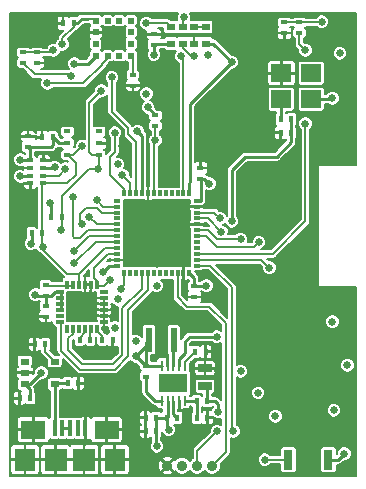
<source format=gtl>
G04 (created by PCBNEW (22-Jun-2014 BZR 4027)-stable) date Tue 07 Jul 2015 09:18:42 PM CDT*
%MOIN*%
G04 Gerber Fmt 3.4, Leading zero omitted, Abs format*
%FSLAX34Y34*%
G01*
G70*
G90*
G04 APERTURE LIST*
%ADD10C,0.00590551*%
%ADD11R,0.0283465X0.023622*%
%ADD12R,0.0157X0.0236*%
%ADD13R,0.0236X0.0157*%
%ADD14R,0.03X0.02*%
%ADD15R,0.0110236X0.0334646*%
%ADD16R,0.0944882X0.0649606*%
%ADD17R,0.019685X0.0137795*%
%ADD18R,0.015748X0.0531496*%
%ADD19R,0.0826772X0.0629921*%
%ADD20R,0.0708661X0.0748031*%
%ADD21R,0.0748031X0.0748031*%
%ADD22C,0.0350394*%
%ADD23R,0.045X0.025*%
%ADD24R,0.023622X0.0787402*%
%ADD25R,0.0669291X0.0590551*%
%ADD26R,0.0314961X0.0669291*%
%ADD27R,0.011811X0.0275591*%
%ADD28R,0.0275591X0.011811*%
%ADD29R,0.019685X0.019685*%
%ADD30R,0.0216535X0.011811*%
%ADD31R,0.011811X0.0216535*%
%ADD32R,0.023622X0.015748*%
%ADD33C,0.025*%
%ADD34C,0.01*%
%ADD35C,0.008*%
%ADD36C,0.00787402*%
G04 APERTURE END LIST*
G54D10*
G54D11*
X11790Y-6124D03*
X11409Y-6124D03*
X11409Y-6675D03*
X11790Y-6675D03*
X11027Y-6675D03*
X11027Y-6124D03*
X12172Y-6124D03*
X12172Y-6675D03*
G54D12*
X10527Y-19150D03*
X10173Y-19150D03*
X10527Y-19600D03*
X10173Y-19600D03*
G54D13*
X10200Y-17423D03*
X10200Y-17777D03*
G54D12*
X10873Y-19150D03*
X11227Y-19150D03*
X6827Y-16700D03*
X6473Y-16700D03*
X7573Y-18000D03*
X7927Y-18000D03*
X6327Y-18500D03*
X5973Y-18500D03*
X15027Y-9200D03*
X14673Y-9200D03*
X15027Y-9650D03*
X14673Y-9650D03*
X11823Y-16950D03*
X12177Y-16950D03*
G54D13*
X6850Y-15423D03*
X6850Y-15777D03*
X10450Y-6727D03*
X10450Y-6373D03*
G54D12*
X8723Y-16550D03*
X9077Y-16550D03*
X8327Y-16550D03*
X7973Y-16550D03*
G54D13*
X9750Y-7723D03*
X9750Y-8077D03*
G54D12*
X11873Y-19150D03*
X12227Y-19150D03*
G54D13*
X12000Y-11177D03*
X12000Y-10823D03*
X6250Y-10127D03*
X6250Y-9773D03*
G54D12*
X12227Y-18600D03*
X11873Y-18600D03*
G54D13*
X11800Y-14773D03*
X11800Y-15127D03*
G54D14*
X6150Y-17275D03*
X6150Y-18025D03*
X7150Y-17275D03*
X6150Y-17650D03*
X7150Y-18025D03*
G54D12*
X6373Y-13000D03*
X6727Y-13000D03*
X7023Y-12450D03*
X7377Y-12450D03*
G54D15*
X10706Y-17419D03*
X10903Y-17419D03*
X11493Y-17419D03*
X11296Y-17419D03*
X11100Y-17419D03*
X11100Y-18580D03*
X11296Y-18580D03*
X11493Y-18580D03*
X10903Y-18580D03*
X10706Y-18580D03*
G54D16*
X11100Y-18000D03*
G54D12*
X7423Y-6000D03*
X7777Y-6000D03*
G54D13*
X6100Y-6973D03*
X6100Y-7327D03*
X6550Y-7327D03*
X6550Y-6973D03*
X6850Y-14723D03*
X6850Y-15077D03*
G54D12*
X7077Y-9800D03*
X6723Y-9800D03*
G54D13*
X15300Y-5973D03*
X15300Y-6327D03*
X14800Y-5973D03*
X14800Y-6327D03*
G54D17*
X6766Y-11333D03*
X6766Y-10566D03*
X6766Y-10822D03*
X6766Y-11077D03*
X6333Y-10822D03*
X6333Y-10566D03*
X6333Y-11077D03*
X6333Y-11333D03*
G54D18*
X7138Y-19496D03*
X7394Y-19496D03*
X7650Y-19496D03*
X7905Y-19496D03*
X8161Y-19496D03*
G54D19*
X8870Y-19546D03*
X6429Y-19546D03*
G54D20*
X6153Y-20550D03*
G54D21*
X7177Y-20550D03*
X8122Y-20550D03*
G54D20*
X9146Y-20550D03*
G54D22*
X10900Y-20750D03*
X11400Y-20750D03*
X11900Y-20750D03*
X12400Y-20750D03*
G54D23*
X12150Y-18100D03*
X12150Y-17500D03*
G54D24*
X10286Y-16550D03*
X11113Y-16550D03*
G54D25*
X15700Y-8533D03*
X15700Y-7666D03*
X14700Y-7666D03*
X14700Y-8533D03*
G54D26*
X14930Y-20550D03*
X16269Y-20550D03*
G54D27*
X8148Y-16188D03*
X7951Y-16188D03*
X8542Y-16188D03*
X8345Y-16188D03*
X7754Y-16188D03*
X7557Y-16188D03*
X8542Y-14711D03*
X8345Y-14711D03*
X8148Y-14711D03*
X7951Y-14711D03*
X7754Y-14711D03*
X7557Y-14711D03*
G54D28*
X8788Y-14957D03*
X8788Y-15154D03*
X8788Y-15351D03*
X8788Y-15548D03*
X8788Y-15745D03*
X8788Y-15942D03*
X7311Y-14957D03*
X7311Y-15154D03*
X7311Y-15351D03*
X7311Y-15548D03*
X7311Y-15745D03*
X7311Y-15942D03*
G54D29*
X8509Y-7090D03*
X8509Y-6696D03*
X8509Y-6303D03*
X8509Y-5909D03*
X8903Y-7090D03*
X9690Y-6696D03*
X9690Y-6303D03*
X8903Y-5909D03*
X9296Y-7090D03*
X9690Y-7090D03*
X9296Y-5909D03*
X9690Y-5909D03*
G54D30*
X11878Y-14082D03*
X11878Y-13885D03*
X11878Y-13688D03*
X11878Y-13492D03*
X11878Y-13295D03*
X11878Y-13098D03*
X11878Y-12901D03*
X11878Y-12704D03*
X11878Y-12507D03*
X11878Y-12311D03*
X11878Y-12114D03*
X11878Y-11917D03*
X9221Y-11917D03*
X9221Y-12114D03*
X9221Y-12311D03*
X9221Y-12507D03*
X9221Y-12704D03*
X9221Y-12901D03*
X9221Y-13098D03*
X9221Y-13295D03*
X9221Y-13492D03*
X9221Y-13688D03*
X9221Y-13885D03*
X9221Y-14082D03*
G54D31*
X9467Y-14328D03*
X9664Y-14328D03*
X9861Y-14328D03*
X10057Y-14328D03*
X10254Y-14328D03*
X10449Y-14328D03*
X10648Y-14328D03*
X10845Y-14328D03*
X11042Y-14328D03*
X11238Y-14328D03*
X11435Y-14328D03*
X11632Y-14328D03*
X11632Y-11671D03*
X11435Y-11671D03*
X11238Y-11671D03*
X11042Y-11671D03*
X10845Y-11671D03*
X10648Y-11671D03*
X10451Y-11671D03*
X10254Y-11671D03*
X10057Y-11671D03*
X9861Y-11671D03*
X9664Y-11671D03*
X9467Y-11671D03*
G54D32*
X8635Y-10000D03*
X7568Y-10000D03*
X8631Y-10393D03*
X7568Y-10393D03*
X8631Y-9606D03*
X7568Y-9606D03*
G54D13*
X10500Y-9073D03*
X10500Y-9427D03*
G54D33*
X10250Y-8800D03*
X9900Y-9600D03*
X8750Y-14300D03*
X7800Y-7350D03*
X16650Y-7000D03*
X16800Y-20350D03*
X9250Y-10700D03*
X12600Y-18950D03*
X12300Y-11350D03*
X7000Y-12000D03*
X6350Y-13350D03*
X12550Y-16450D03*
X6500Y-15050D03*
X10450Y-7050D03*
X12250Y-7050D03*
X16400Y-8500D03*
X7150Y-10800D03*
X6000Y-10550D03*
X6000Y-11100D03*
X16400Y-15950D03*
X12200Y-14750D03*
X9250Y-15200D03*
X6700Y-17650D03*
X9850Y-17100D03*
X10950Y-19550D03*
X13350Y-17600D03*
X13923Y-18323D03*
X10200Y-8350D03*
X13050Y-7300D03*
X10550Y-20100D03*
X9350Y-14850D03*
X10550Y-14750D03*
X13950Y-13300D03*
X13350Y-13200D03*
X8550Y-11900D03*
X7800Y-13600D03*
X8300Y-12450D03*
X7800Y-14000D03*
X8050Y-12700D03*
X9150Y-9650D03*
X7700Y-7750D03*
X9050Y-7800D03*
X15500Y-9350D03*
X15500Y-6900D03*
X14300Y-14150D03*
X14500Y-19100D03*
X11350Y-7100D03*
X11450Y-5800D03*
X6750Y-13450D03*
X9150Y-16150D03*
X8050Y-10100D03*
X11800Y-7100D03*
X10200Y-6000D03*
X8700Y-8250D03*
X9850Y-16600D03*
X7350Y-12900D03*
X9000Y-14550D03*
X7500Y-10850D03*
X8600Y-10850D03*
X10500Y-9900D03*
X9400Y-11050D03*
X7400Y-6700D03*
X7750Y-11800D03*
X6900Y-8000D03*
X12700Y-12950D03*
X16450Y-18900D03*
X12650Y-12500D03*
X16900Y-17400D03*
X16200Y-16350D03*
X8000Y-6800D03*
X9100Y-15800D03*
X9400Y-10100D03*
X12300Y-14400D03*
X9000Y-17100D03*
X10500Y-15800D03*
X12600Y-17600D03*
X9500Y-8950D03*
X7200Y-10400D03*
X13050Y-12600D03*
X12550Y-19600D03*
X13100Y-19600D03*
X16050Y-5950D03*
X14150Y-20550D03*
X7100Y-6900D03*
G54D34*
X10500Y-9073D02*
X10500Y-9050D01*
X10500Y-9050D02*
X10250Y-8800D01*
X10057Y-9757D02*
X9900Y-9600D01*
X10057Y-9757D02*
X10057Y-11671D01*
X9221Y-14082D02*
X8967Y-14082D01*
X8967Y-14082D02*
X8750Y-14300D01*
X11878Y-11917D02*
X12026Y-11917D01*
X12026Y-11203D02*
X12000Y-11177D01*
X12026Y-11917D02*
X12026Y-11203D01*
X8509Y-7090D02*
X8251Y-7348D01*
X7801Y-7348D02*
X8251Y-7348D01*
X7801Y-7348D02*
X7800Y-7350D01*
X16269Y-20550D02*
X16600Y-20550D01*
X16600Y-20550D02*
X16800Y-20350D01*
X12227Y-18600D02*
X12500Y-18600D01*
X12600Y-18700D02*
X12600Y-18950D01*
X12500Y-18600D02*
X12600Y-18700D01*
X12000Y-11177D02*
X12127Y-11177D01*
X12127Y-11177D02*
X12300Y-11350D01*
X7023Y-12450D02*
X7023Y-12023D01*
X7023Y-12023D02*
X7000Y-12000D01*
X6373Y-13000D02*
X6373Y-13327D01*
X6373Y-13327D02*
X6350Y-13350D01*
X11296Y-17419D02*
X11296Y-17203D01*
X11650Y-16450D02*
X12550Y-16450D01*
X11500Y-16600D02*
X11650Y-16450D01*
X11500Y-17000D02*
X11500Y-16600D01*
X11296Y-17203D02*
X11500Y-17000D01*
X6850Y-15077D02*
X6527Y-15077D01*
X6527Y-15077D02*
X6500Y-15050D01*
X6850Y-15423D02*
X6850Y-15077D01*
X7361Y-15351D02*
X7361Y-15548D01*
X7361Y-15154D02*
X7361Y-15351D01*
X7361Y-14957D02*
X7361Y-15154D01*
X6850Y-15077D02*
X7023Y-15077D01*
X7142Y-14957D02*
X7361Y-14957D01*
X7023Y-15077D02*
X7142Y-14957D01*
X10450Y-6727D02*
X10450Y-7050D01*
X11027Y-6675D02*
X10501Y-6675D01*
X10501Y-6675D02*
X10450Y-6727D01*
X15700Y-8533D02*
X16366Y-8533D01*
X16366Y-8533D02*
X16400Y-8500D01*
X6766Y-10822D02*
X7127Y-10822D01*
X7127Y-10822D02*
X7150Y-10800D01*
X6250Y-10127D02*
X7023Y-10127D01*
X7077Y-10073D02*
X7077Y-9800D01*
X7023Y-10127D02*
X7077Y-10073D01*
X6333Y-10566D02*
X6016Y-10566D01*
X6016Y-10566D02*
X6000Y-10550D01*
X6333Y-11077D02*
X6022Y-11077D01*
X6022Y-11077D02*
X6000Y-11100D01*
X6333Y-10566D02*
X6333Y-10210D01*
X6333Y-10210D02*
X6250Y-10127D01*
X7077Y-9800D02*
X7100Y-9800D01*
X7100Y-9800D02*
X7300Y-10000D01*
X7300Y-10000D02*
X7588Y-10000D01*
X11800Y-14773D02*
X12177Y-14773D01*
X12177Y-14773D02*
X12200Y-14750D01*
X11800Y-14773D02*
X11800Y-14496D01*
X11800Y-14496D02*
X11632Y-14328D01*
X12227Y-18600D02*
X12227Y-18177D01*
X12227Y-18177D02*
X12150Y-18100D01*
X7150Y-18025D02*
X7150Y-19485D01*
X7150Y-19485D02*
X7138Y-19496D01*
X7573Y-18000D02*
X7175Y-18000D01*
X7175Y-18000D02*
X7150Y-18025D01*
X6150Y-18025D02*
X6325Y-18025D01*
X6325Y-18025D02*
X6700Y-17650D01*
X10200Y-17423D02*
X10173Y-17423D01*
X10173Y-17423D02*
X9850Y-17100D01*
X10286Y-16550D02*
X10286Y-16663D01*
X10286Y-16663D02*
X9850Y-17100D01*
X10873Y-19150D02*
X10873Y-19473D01*
X10873Y-19473D02*
X10950Y-19550D01*
X11632Y-11671D02*
X11632Y-11317D01*
X11650Y-8700D02*
X13050Y-7300D01*
X11650Y-11300D02*
X11650Y-8700D01*
X11632Y-11317D02*
X11650Y-11300D01*
X13923Y-18323D02*
X13900Y-18300D01*
X12172Y-6675D02*
X12425Y-6675D01*
X12425Y-6675D02*
X13050Y-7300D01*
X10527Y-20077D02*
X10527Y-19600D01*
X10550Y-20100D02*
X10527Y-20077D01*
X6327Y-18500D02*
X6327Y-18202D01*
X6327Y-18202D02*
X6150Y-18025D01*
X10200Y-17423D02*
X10702Y-17423D01*
X10702Y-17423D02*
X10706Y-17419D01*
X10200Y-17423D02*
X10200Y-16636D01*
X10200Y-16636D02*
X10286Y-16550D01*
X10527Y-19150D02*
X10873Y-19150D01*
X10527Y-19150D02*
X10527Y-19600D01*
X10903Y-18580D02*
X10903Y-19119D01*
X10903Y-19119D02*
X10873Y-19150D01*
X14700Y-8533D02*
X14700Y-9173D01*
X14700Y-9173D02*
X14673Y-9200D01*
G54D35*
X9467Y-14732D02*
X9467Y-14328D01*
X9350Y-14850D02*
X9467Y-14732D01*
X11878Y-13098D02*
X12026Y-13098D01*
X12198Y-13098D02*
X12550Y-13450D01*
X12550Y-13450D02*
X13800Y-13450D01*
X13800Y-13450D02*
X13950Y-13300D01*
X12026Y-13098D02*
X12198Y-13098D01*
X11878Y-12901D02*
X12026Y-12901D01*
X12251Y-12901D02*
X12550Y-13200D01*
X12550Y-13200D02*
X13350Y-13200D01*
X12026Y-12901D02*
X12251Y-12901D01*
X9221Y-12114D02*
X9085Y-12114D01*
X8550Y-11900D02*
X8764Y-12114D01*
X8764Y-12114D02*
X9073Y-12114D01*
X9085Y-12114D02*
X9073Y-12114D01*
X9221Y-13098D02*
X9073Y-13098D01*
X7800Y-13600D02*
X8301Y-13098D01*
X8301Y-13098D02*
X9073Y-13098D01*
X9221Y-12704D02*
X9073Y-12704D01*
X8554Y-12704D02*
X8300Y-12450D01*
X9073Y-12704D02*
X8554Y-12704D01*
X9221Y-13295D02*
X9073Y-13295D01*
X8504Y-13295D02*
X7800Y-14000D01*
X9073Y-13295D02*
X8504Y-13295D01*
X9221Y-12311D02*
X9073Y-12311D01*
X8050Y-12700D02*
X8000Y-12650D01*
X8000Y-12650D02*
X8000Y-12350D01*
X8000Y-12350D02*
X8200Y-12150D01*
X8200Y-12150D02*
X8550Y-12150D01*
X8550Y-12150D02*
X8711Y-12311D01*
X8711Y-12311D02*
X9073Y-12311D01*
X9467Y-11671D02*
X9467Y-11517D01*
X9150Y-10300D02*
X9150Y-9650D01*
X9000Y-10450D02*
X9150Y-10300D01*
X9000Y-11050D02*
X9000Y-10450D01*
X9467Y-11517D02*
X9000Y-11050D01*
X9861Y-11671D02*
X9861Y-9961D01*
X6473Y-7700D02*
X6100Y-7327D01*
X7650Y-7700D02*
X6473Y-7700D01*
X7700Y-7750D02*
X7650Y-7700D01*
X9050Y-8950D02*
X9050Y-7800D01*
X9600Y-9500D02*
X9050Y-8950D01*
X9600Y-9700D02*
X9600Y-9500D01*
X9861Y-9961D02*
X9600Y-9700D01*
X11878Y-13688D02*
X12026Y-13688D01*
X14411Y-13688D02*
X15500Y-12600D01*
X15500Y-12600D02*
X15500Y-9350D01*
X15500Y-6900D02*
X15300Y-6700D01*
X15300Y-6700D02*
X15300Y-6327D01*
X12026Y-13688D02*
X14411Y-13688D01*
X11878Y-13885D02*
X12026Y-13885D01*
X14035Y-13885D02*
X14300Y-14150D01*
X12026Y-13885D02*
X14035Y-13885D01*
X11435Y-11671D02*
X11435Y-7185D01*
X11435Y-7185D02*
X11350Y-7100D01*
X11409Y-6124D02*
X11409Y-5840D01*
X11409Y-5840D02*
X11450Y-5800D01*
X7754Y-16138D02*
X7754Y-16345D01*
X10057Y-14842D02*
X10057Y-14328D01*
X9400Y-15500D02*
X10057Y-14842D01*
X9400Y-17050D02*
X9400Y-15500D01*
X9100Y-17350D02*
X9400Y-17050D01*
X8050Y-17350D02*
X9100Y-17350D01*
X7600Y-16900D02*
X8050Y-17350D01*
X7600Y-16500D02*
X7600Y-16900D01*
X7754Y-16345D02*
X7600Y-16500D01*
X9221Y-13492D02*
X9073Y-13492D01*
X7951Y-14348D02*
X7951Y-14350D01*
X8807Y-13492D02*
X7951Y-14348D01*
X9073Y-13492D02*
X8807Y-13492D01*
X6750Y-13450D02*
X6750Y-13550D01*
X7550Y-14350D02*
X7951Y-14350D01*
X6750Y-13550D02*
X7550Y-14350D01*
X6727Y-13427D02*
X6727Y-13000D01*
X6750Y-13450D02*
X6727Y-13427D01*
X11409Y-6675D02*
X11409Y-6809D01*
X7756Y-10393D02*
X7588Y-10393D01*
X8050Y-10100D02*
X7756Y-10393D01*
X11700Y-7100D02*
X11800Y-7100D01*
X11409Y-6809D02*
X11700Y-7100D01*
X6727Y-13000D02*
X6727Y-11373D01*
X6727Y-11373D02*
X6766Y-11333D01*
X7951Y-14350D02*
X7951Y-14761D01*
X6766Y-11333D02*
X7566Y-11333D01*
X7850Y-10655D02*
X7588Y-10393D01*
X7850Y-11050D02*
X7850Y-10655D01*
X7566Y-11333D02*
X7850Y-11050D01*
X9221Y-13688D02*
X9073Y-13688D01*
X8911Y-13688D02*
X8450Y-14150D01*
X8450Y-14150D02*
X8450Y-14500D01*
X8450Y-14500D02*
X8542Y-14592D01*
X8542Y-14592D02*
X8542Y-14761D01*
X9073Y-13688D02*
X8911Y-13688D01*
X8788Y-14761D02*
X9000Y-14550D01*
X8542Y-14761D02*
X8788Y-14761D01*
X8611Y-10393D02*
X8393Y-10393D01*
X10902Y-6000D02*
X11027Y-6124D01*
X10200Y-6000D02*
X10902Y-6000D01*
X8300Y-8650D02*
X8700Y-8250D01*
X8300Y-10300D02*
X8300Y-8650D01*
X8393Y-10393D02*
X8300Y-10300D01*
X7377Y-12450D02*
X7377Y-11773D01*
X8300Y-10850D02*
X8600Y-10850D01*
X7377Y-11773D02*
X8300Y-10850D01*
X7377Y-12873D02*
X7377Y-12450D01*
X7350Y-12900D02*
X7377Y-12873D01*
X6766Y-11077D02*
X7272Y-11077D01*
X7272Y-11077D02*
X7500Y-10850D01*
X8611Y-10838D02*
X8611Y-10393D01*
X8600Y-10850D02*
X8611Y-10838D01*
X10500Y-9900D02*
X10500Y-9427D01*
X10451Y-11671D02*
X10451Y-9948D01*
X10451Y-9948D02*
X10500Y-9900D01*
X7777Y-6000D02*
X7777Y-6123D01*
X9664Y-11314D02*
X9664Y-11671D01*
X9400Y-11050D02*
X9664Y-11314D01*
X7400Y-6500D02*
X7400Y-6700D01*
X7777Y-6123D02*
X7400Y-6500D01*
X8250Y-5851D02*
X8451Y-5851D01*
X8451Y-5851D02*
X8509Y-5909D01*
G54D34*
X7777Y-6000D02*
X7900Y-6000D01*
X8048Y-5851D02*
X8250Y-5851D01*
X8250Y-5851D02*
X8251Y-5851D01*
X7900Y-6000D02*
X8048Y-5851D01*
G54D35*
X9221Y-12901D02*
X9073Y-12901D01*
X8903Y-7169D02*
X8724Y-7348D01*
X8724Y-7348D02*
X8724Y-7375D01*
X8248Y-12901D02*
X9073Y-12901D01*
X8000Y-13150D02*
X8248Y-12901D01*
X7800Y-13150D02*
X8000Y-13150D01*
X7750Y-13100D02*
X7800Y-13150D01*
X7750Y-11800D02*
X7750Y-13100D01*
X8100Y-8000D02*
X6900Y-8000D01*
X8724Y-7375D02*
X8100Y-8000D01*
X8903Y-7169D02*
X8903Y-7090D01*
X11878Y-12507D02*
X12026Y-12507D01*
X12257Y-12507D02*
X12700Y-12950D01*
X12026Y-12507D02*
X12257Y-12507D01*
X11878Y-12311D02*
X12026Y-12311D01*
X12461Y-12311D02*
X12650Y-12500D01*
X12026Y-12311D02*
X12461Y-12311D01*
X10254Y-14328D02*
X10254Y-14904D01*
X7361Y-16911D02*
X7361Y-15942D01*
X8000Y-17550D02*
X7361Y-16911D01*
X9150Y-17550D02*
X8000Y-17550D01*
X9600Y-17100D02*
X9150Y-17550D01*
X9600Y-15558D02*
X9600Y-17100D01*
X10254Y-14904D02*
X9600Y-15558D01*
X8509Y-6303D02*
X8346Y-6303D01*
X8000Y-6650D02*
X8000Y-6800D01*
X8346Y-6303D02*
X8000Y-6650D01*
X8738Y-15745D02*
X9045Y-15745D01*
X9045Y-15745D02*
X9100Y-15800D01*
X9077Y-16550D02*
X9077Y-17023D01*
X9077Y-17023D02*
X9000Y-17100D01*
X10903Y-17419D02*
X10903Y-17203D01*
X10650Y-15950D02*
X10500Y-15800D01*
X10650Y-16950D02*
X10650Y-15950D01*
X10903Y-17203D02*
X10650Y-16950D01*
X12150Y-17500D02*
X12500Y-17500D01*
X12500Y-17500D02*
X12600Y-17600D01*
X6766Y-10566D02*
X7033Y-10566D01*
X7033Y-10566D02*
X7200Y-10400D01*
X8542Y-16138D02*
X8542Y-16242D01*
X8723Y-16423D02*
X8723Y-16550D01*
X8542Y-16242D02*
X8723Y-16423D01*
X8327Y-16550D02*
X8327Y-16157D01*
X8327Y-16157D02*
X8345Y-16138D01*
X11790Y-6124D02*
X12172Y-6124D01*
X7973Y-16550D02*
X7973Y-16477D01*
X8148Y-16301D02*
X8148Y-16138D01*
X7973Y-16477D02*
X8148Y-16301D01*
G54D34*
X15027Y-9650D02*
X15027Y-9973D01*
X13050Y-10900D02*
X13050Y-12600D01*
X13500Y-10450D02*
X13050Y-10900D01*
X14550Y-10450D02*
X13500Y-10450D01*
X15027Y-9973D02*
X14550Y-10450D01*
X15027Y-9200D02*
X15027Y-9650D01*
G54D35*
X11238Y-14328D02*
X11238Y-15138D01*
X12850Y-20300D02*
X12400Y-20750D01*
X12850Y-16000D02*
X12850Y-20300D01*
X12300Y-15450D02*
X12850Y-16000D01*
X11550Y-15450D02*
X12300Y-15450D01*
X11238Y-15138D02*
X11550Y-15450D01*
X11878Y-14082D02*
X12026Y-14082D01*
X11900Y-20250D02*
X12550Y-19600D01*
X13100Y-19600D02*
X13050Y-19550D01*
X13050Y-19550D02*
X13050Y-14800D01*
X13050Y-14800D02*
X12332Y-14082D01*
X12332Y-14082D02*
X12026Y-14082D01*
X11900Y-20250D02*
X11900Y-20750D01*
X6827Y-16700D02*
X6827Y-16952D01*
X6827Y-16952D02*
X7150Y-17275D01*
G54D34*
X11100Y-18580D02*
X11100Y-19023D01*
X11100Y-19023D02*
X11227Y-19150D01*
X7394Y-19496D02*
X7650Y-19496D01*
X11493Y-18580D02*
X11853Y-18580D01*
X11853Y-18580D02*
X11873Y-18600D01*
X11873Y-18600D02*
X11873Y-19150D01*
G54D35*
X11493Y-17419D02*
X11493Y-17279D01*
X11493Y-17279D02*
X11823Y-16950D01*
G54D34*
X11100Y-17419D02*
X11100Y-16563D01*
X11100Y-16563D02*
X11113Y-16550D01*
X10200Y-17777D02*
X10200Y-18300D01*
X10480Y-18580D02*
X10706Y-18580D01*
X10200Y-18300D02*
X10480Y-18580D01*
G54D35*
X9750Y-7723D02*
X9750Y-7150D01*
X9750Y-7150D02*
X9690Y-7090D01*
X7557Y-14761D02*
X6888Y-14761D01*
X6888Y-14761D02*
X6850Y-14723D01*
X7557Y-14761D02*
X7754Y-14761D01*
X16027Y-5973D02*
X15300Y-5973D01*
X16050Y-5950D02*
X16027Y-5973D01*
X15300Y-5973D02*
X14800Y-5973D01*
X14150Y-20550D02*
X14930Y-20550D01*
X7027Y-6973D02*
X6550Y-6973D01*
X7100Y-6900D02*
X7027Y-6973D01*
X6550Y-6973D02*
X6100Y-6973D01*
G54D10*
G36*
X7598Y-10627D02*
X7548Y-10606D01*
X7451Y-10606D01*
X7362Y-10643D01*
X7349Y-10656D01*
X7287Y-10594D01*
X7198Y-10556D01*
X7101Y-10556D01*
X7012Y-10593D01*
X7004Y-10601D01*
X7004Y-10524D01*
X7004Y-10469D01*
X6983Y-10418D01*
X6943Y-10379D01*
X6892Y-10357D01*
X6812Y-10357D01*
X6777Y-10392D01*
X6777Y-10555D01*
X6969Y-10555D01*
X7004Y-10520D01*
X7004Y-10524D01*
X7004Y-10601D01*
X6999Y-10606D01*
X6969Y-10576D01*
X6777Y-10576D01*
X6777Y-10584D01*
X6755Y-10584D01*
X6755Y-10576D01*
X6748Y-10576D01*
X6748Y-10555D01*
X6755Y-10555D01*
X6755Y-10392D01*
X6721Y-10357D01*
X6640Y-10357D01*
X6589Y-10379D01*
X6550Y-10418D01*
X6538Y-10445D01*
X6532Y-10430D01*
X6501Y-10399D01*
X6501Y-10295D01*
X7022Y-10295D01*
X7023Y-10295D01*
X7023Y-10295D01*
X7087Y-10282D01*
X7141Y-10245D01*
X7195Y-10191D01*
X7195Y-10191D01*
X7195Y-10191D01*
X7225Y-10148D01*
X7235Y-10155D01*
X7300Y-10168D01*
X7372Y-10168D01*
X7383Y-10178D01*
X7426Y-10196D01*
X7427Y-10196D01*
X7383Y-10214D01*
X7350Y-10247D01*
X7332Y-10291D01*
X7332Y-10338D01*
X7332Y-10495D01*
X7350Y-10539D01*
X7383Y-10572D01*
X7426Y-10590D01*
X7473Y-10590D01*
X7561Y-10590D01*
X7598Y-10627D01*
X7598Y-10627D01*
G37*
G54D36*
X7598Y-10627D02*
X7548Y-10606D01*
X7451Y-10606D01*
X7362Y-10643D01*
X7349Y-10656D01*
X7287Y-10594D01*
X7198Y-10556D01*
X7101Y-10556D01*
X7012Y-10593D01*
X7004Y-10601D01*
X7004Y-10524D01*
X7004Y-10469D01*
X6983Y-10418D01*
X6943Y-10379D01*
X6892Y-10357D01*
X6812Y-10357D01*
X6777Y-10392D01*
X6777Y-10555D01*
X6969Y-10555D01*
X7004Y-10520D01*
X7004Y-10524D01*
X7004Y-10601D01*
X6999Y-10606D01*
X6969Y-10576D01*
X6777Y-10576D01*
X6777Y-10584D01*
X6755Y-10584D01*
X6755Y-10576D01*
X6748Y-10576D01*
X6748Y-10555D01*
X6755Y-10555D01*
X6755Y-10392D01*
X6721Y-10357D01*
X6640Y-10357D01*
X6589Y-10379D01*
X6550Y-10418D01*
X6538Y-10445D01*
X6532Y-10430D01*
X6501Y-10399D01*
X6501Y-10295D01*
X7022Y-10295D01*
X7023Y-10295D01*
X7023Y-10295D01*
X7087Y-10282D01*
X7141Y-10245D01*
X7195Y-10191D01*
X7195Y-10191D01*
X7195Y-10191D01*
X7225Y-10148D01*
X7235Y-10155D01*
X7300Y-10168D01*
X7372Y-10168D01*
X7383Y-10178D01*
X7426Y-10196D01*
X7427Y-10196D01*
X7383Y-10214D01*
X7350Y-10247D01*
X7332Y-10291D01*
X7332Y-10338D01*
X7332Y-10495D01*
X7350Y-10539D01*
X7383Y-10572D01*
X7426Y-10590D01*
X7473Y-10590D01*
X7561Y-10590D01*
X7598Y-10627D01*
G54D10*
G36*
X8955Y-16299D02*
X8919Y-16313D01*
X8884Y-16348D01*
X8868Y-16331D01*
X8841Y-16320D01*
X8841Y-16320D01*
X8834Y-16311D01*
X8834Y-16311D01*
X8719Y-16195D01*
X8719Y-16140D01*
X8742Y-16140D01*
X8777Y-16105D01*
X8777Y-15952D01*
X8769Y-15952D01*
X8769Y-15931D01*
X8777Y-15931D01*
X8777Y-15908D01*
X8777Y-15778D01*
X8777Y-15755D01*
X8754Y-15755D01*
X8744Y-15745D01*
X8754Y-15734D01*
X8777Y-15734D01*
X8777Y-15712D01*
X8777Y-15581D01*
X8777Y-15559D01*
X8754Y-15559D01*
X8744Y-15548D01*
X8754Y-15537D01*
X8777Y-15537D01*
X8777Y-15515D01*
X8777Y-15384D01*
X8777Y-15362D01*
X8754Y-15362D01*
X8744Y-15351D01*
X8754Y-15340D01*
X8777Y-15340D01*
X8777Y-15318D01*
X8777Y-15187D01*
X8777Y-15165D01*
X8754Y-15165D01*
X8742Y-15153D01*
X8677Y-15153D01*
X8622Y-15153D01*
X8593Y-15165D01*
X8545Y-15165D01*
X8511Y-15200D01*
X8510Y-15241D01*
X8515Y-15253D01*
X8510Y-15264D01*
X8511Y-15306D01*
X8545Y-15340D01*
X8593Y-15340D01*
X8618Y-15351D01*
X8593Y-15362D01*
X8545Y-15362D01*
X8511Y-15397D01*
X8510Y-15438D01*
X8515Y-15450D01*
X8510Y-15461D01*
X8511Y-15502D01*
X8545Y-15537D01*
X8593Y-15537D01*
X8618Y-15548D01*
X8593Y-15559D01*
X8545Y-15559D01*
X8511Y-15593D01*
X8510Y-15635D01*
X8515Y-15646D01*
X8510Y-15658D01*
X8511Y-15699D01*
X8545Y-15734D01*
X8593Y-15734D01*
X8618Y-15745D01*
X8593Y-15755D01*
X8545Y-15755D01*
X8511Y-15790D01*
X8510Y-15831D01*
X8515Y-15843D01*
X8510Y-15855D01*
X8511Y-15896D01*
X8545Y-15931D01*
X8511Y-15931D01*
X8511Y-15932D01*
X8459Y-15932D01*
X8443Y-15938D01*
X8427Y-15932D01*
X8380Y-15932D01*
X8346Y-15932D01*
X8346Y-14877D01*
X8346Y-14757D01*
X8334Y-14745D01*
X8334Y-14722D01*
X8312Y-14722D01*
X8181Y-14722D01*
X8159Y-14722D01*
X8159Y-14745D01*
X8146Y-14757D01*
X8146Y-14877D01*
X8159Y-14906D01*
X8159Y-14954D01*
X8193Y-14988D01*
X8179Y-14989D01*
X8235Y-14988D01*
X8246Y-14984D01*
X8258Y-14988D01*
X8313Y-14989D01*
X8299Y-14988D01*
X8334Y-14954D01*
X8334Y-14906D01*
X8346Y-14877D01*
X8346Y-15932D01*
X8262Y-15932D01*
X8246Y-15938D01*
X8231Y-15932D01*
X8184Y-15932D01*
X8065Y-15932D01*
X8050Y-15938D01*
X8034Y-15932D01*
X7987Y-15932D01*
X7869Y-15932D01*
X7853Y-15938D01*
X7837Y-15932D01*
X7790Y-15932D01*
X7672Y-15932D01*
X7656Y-15938D01*
X7640Y-15932D01*
X7593Y-15932D01*
X7567Y-15932D01*
X7567Y-15859D01*
X7561Y-15843D01*
X7567Y-15827D01*
X7567Y-15780D01*
X7567Y-15662D01*
X7561Y-15646D01*
X7567Y-15631D01*
X7567Y-15584D01*
X7567Y-15465D01*
X7561Y-15450D01*
X7567Y-15434D01*
X7567Y-15387D01*
X7567Y-15269D01*
X7561Y-15253D01*
X7567Y-15237D01*
X7567Y-15190D01*
X7567Y-15072D01*
X7561Y-15056D01*
X7567Y-15040D01*
X7567Y-14993D01*
X7567Y-14967D01*
X7640Y-14967D01*
X7656Y-14961D01*
X7672Y-14967D01*
X7719Y-14967D01*
X7837Y-14967D01*
X7853Y-14961D01*
X7868Y-14967D01*
X7915Y-14967D01*
X8010Y-14967D01*
X8061Y-14988D01*
X8116Y-14989D01*
X8102Y-14988D01*
X8137Y-14954D01*
X8137Y-14722D01*
X8129Y-14722D01*
X8129Y-14701D01*
X8137Y-14701D01*
X8137Y-14469D01*
X8109Y-14441D01*
X8109Y-14434D01*
X8116Y-14434D01*
X8109Y-14434D01*
X8109Y-14413D01*
X8291Y-14231D01*
X8291Y-14434D01*
X8258Y-14434D01*
X8246Y-14439D01*
X8235Y-14434D01*
X8179Y-14434D01*
X8193Y-14434D01*
X8159Y-14469D01*
X8159Y-14516D01*
X8146Y-14546D01*
X8146Y-14666D01*
X8159Y-14678D01*
X8159Y-14701D01*
X8181Y-14701D01*
X8312Y-14701D01*
X8334Y-14701D01*
X8334Y-14693D01*
X8355Y-14693D01*
X8355Y-14701D01*
X8363Y-14701D01*
X8363Y-14722D01*
X8355Y-14722D01*
X8355Y-14954D01*
X8390Y-14988D01*
X8376Y-14989D01*
X8432Y-14988D01*
X8483Y-14967D01*
X8506Y-14967D01*
X8532Y-14967D01*
X8532Y-15016D01*
X8532Y-15016D01*
X8510Y-15068D01*
X8511Y-15109D01*
X8545Y-15144D01*
X8777Y-15144D01*
X8777Y-15136D01*
X8798Y-15136D01*
X8798Y-15144D01*
X8806Y-15144D01*
X8806Y-15165D01*
X8798Y-15165D01*
X8798Y-15187D01*
X8798Y-15318D01*
X8798Y-15340D01*
X8806Y-15340D01*
X8806Y-15362D01*
X8798Y-15362D01*
X8798Y-15384D01*
X8798Y-15515D01*
X8798Y-15537D01*
X8821Y-15537D01*
X8832Y-15548D01*
X8821Y-15559D01*
X8798Y-15559D01*
X8798Y-15581D01*
X8798Y-15712D01*
X8798Y-15734D01*
X8821Y-15734D01*
X8832Y-15745D01*
X8821Y-15755D01*
X8798Y-15755D01*
X8798Y-15778D01*
X8798Y-15908D01*
X8798Y-15931D01*
X8806Y-15931D01*
X8806Y-15952D01*
X8798Y-15952D01*
X8798Y-16105D01*
X8833Y-16140D01*
X8898Y-16140D01*
X8906Y-16140D01*
X8906Y-16198D01*
X8943Y-16287D01*
X8955Y-16299D01*
X8955Y-16299D01*
G37*
G54D36*
X8955Y-16299D02*
X8919Y-16313D01*
X8884Y-16348D01*
X8868Y-16331D01*
X8841Y-16320D01*
X8841Y-16320D01*
X8834Y-16311D01*
X8834Y-16311D01*
X8719Y-16195D01*
X8719Y-16140D01*
X8742Y-16140D01*
X8777Y-16105D01*
X8777Y-15952D01*
X8769Y-15952D01*
X8769Y-15931D01*
X8777Y-15931D01*
X8777Y-15908D01*
X8777Y-15778D01*
X8777Y-15755D01*
X8754Y-15755D01*
X8744Y-15745D01*
X8754Y-15734D01*
X8777Y-15734D01*
X8777Y-15712D01*
X8777Y-15581D01*
X8777Y-15559D01*
X8754Y-15559D01*
X8744Y-15548D01*
X8754Y-15537D01*
X8777Y-15537D01*
X8777Y-15515D01*
X8777Y-15384D01*
X8777Y-15362D01*
X8754Y-15362D01*
X8744Y-15351D01*
X8754Y-15340D01*
X8777Y-15340D01*
X8777Y-15318D01*
X8777Y-15187D01*
X8777Y-15165D01*
X8754Y-15165D01*
X8742Y-15153D01*
X8677Y-15153D01*
X8622Y-15153D01*
X8593Y-15165D01*
X8545Y-15165D01*
X8511Y-15200D01*
X8510Y-15241D01*
X8515Y-15253D01*
X8510Y-15264D01*
X8511Y-15306D01*
X8545Y-15340D01*
X8593Y-15340D01*
X8618Y-15351D01*
X8593Y-15362D01*
X8545Y-15362D01*
X8511Y-15397D01*
X8510Y-15438D01*
X8515Y-15450D01*
X8510Y-15461D01*
X8511Y-15502D01*
X8545Y-15537D01*
X8593Y-15537D01*
X8618Y-15548D01*
X8593Y-15559D01*
X8545Y-15559D01*
X8511Y-15593D01*
X8510Y-15635D01*
X8515Y-15646D01*
X8510Y-15658D01*
X8511Y-15699D01*
X8545Y-15734D01*
X8593Y-15734D01*
X8618Y-15745D01*
X8593Y-15755D01*
X8545Y-15755D01*
X8511Y-15790D01*
X8510Y-15831D01*
X8515Y-15843D01*
X8510Y-15855D01*
X8511Y-15896D01*
X8545Y-15931D01*
X8511Y-15931D01*
X8511Y-15932D01*
X8459Y-15932D01*
X8443Y-15938D01*
X8427Y-15932D01*
X8380Y-15932D01*
X8346Y-15932D01*
X8346Y-14877D01*
X8346Y-14757D01*
X8334Y-14745D01*
X8334Y-14722D01*
X8312Y-14722D01*
X8181Y-14722D01*
X8159Y-14722D01*
X8159Y-14745D01*
X8146Y-14757D01*
X8146Y-14877D01*
X8159Y-14906D01*
X8159Y-14954D01*
X8193Y-14988D01*
X8179Y-14989D01*
X8235Y-14988D01*
X8246Y-14984D01*
X8258Y-14988D01*
X8313Y-14989D01*
X8299Y-14988D01*
X8334Y-14954D01*
X8334Y-14906D01*
X8346Y-14877D01*
X8346Y-15932D01*
X8262Y-15932D01*
X8246Y-15938D01*
X8231Y-15932D01*
X8184Y-15932D01*
X8065Y-15932D01*
X8050Y-15938D01*
X8034Y-15932D01*
X7987Y-15932D01*
X7869Y-15932D01*
X7853Y-15938D01*
X7837Y-15932D01*
X7790Y-15932D01*
X7672Y-15932D01*
X7656Y-15938D01*
X7640Y-15932D01*
X7593Y-15932D01*
X7567Y-15932D01*
X7567Y-15859D01*
X7561Y-15843D01*
X7567Y-15827D01*
X7567Y-15780D01*
X7567Y-15662D01*
X7561Y-15646D01*
X7567Y-15631D01*
X7567Y-15584D01*
X7567Y-15465D01*
X7561Y-15450D01*
X7567Y-15434D01*
X7567Y-15387D01*
X7567Y-15269D01*
X7561Y-15253D01*
X7567Y-15237D01*
X7567Y-15190D01*
X7567Y-15072D01*
X7561Y-15056D01*
X7567Y-15040D01*
X7567Y-14993D01*
X7567Y-14967D01*
X7640Y-14967D01*
X7656Y-14961D01*
X7672Y-14967D01*
X7719Y-14967D01*
X7837Y-14967D01*
X7853Y-14961D01*
X7868Y-14967D01*
X7915Y-14967D01*
X8010Y-14967D01*
X8061Y-14988D01*
X8116Y-14989D01*
X8102Y-14988D01*
X8137Y-14954D01*
X8137Y-14722D01*
X8129Y-14722D01*
X8129Y-14701D01*
X8137Y-14701D01*
X8137Y-14469D01*
X8109Y-14441D01*
X8109Y-14434D01*
X8116Y-14434D01*
X8109Y-14434D01*
X8109Y-14413D01*
X8291Y-14231D01*
X8291Y-14434D01*
X8258Y-14434D01*
X8246Y-14439D01*
X8235Y-14434D01*
X8179Y-14434D01*
X8193Y-14434D01*
X8159Y-14469D01*
X8159Y-14516D01*
X8146Y-14546D01*
X8146Y-14666D01*
X8159Y-14678D01*
X8159Y-14701D01*
X8181Y-14701D01*
X8312Y-14701D01*
X8334Y-14701D01*
X8334Y-14693D01*
X8355Y-14693D01*
X8355Y-14701D01*
X8363Y-14701D01*
X8363Y-14722D01*
X8355Y-14722D01*
X8355Y-14954D01*
X8390Y-14988D01*
X8376Y-14989D01*
X8432Y-14988D01*
X8483Y-14967D01*
X8506Y-14967D01*
X8532Y-14967D01*
X8532Y-15016D01*
X8532Y-15016D01*
X8510Y-15068D01*
X8511Y-15109D01*
X8545Y-15144D01*
X8777Y-15144D01*
X8777Y-15136D01*
X8798Y-15136D01*
X8798Y-15144D01*
X8806Y-15144D01*
X8806Y-15165D01*
X8798Y-15165D01*
X8798Y-15187D01*
X8798Y-15318D01*
X8798Y-15340D01*
X8806Y-15340D01*
X8806Y-15362D01*
X8798Y-15362D01*
X8798Y-15384D01*
X8798Y-15515D01*
X8798Y-15537D01*
X8821Y-15537D01*
X8832Y-15548D01*
X8821Y-15559D01*
X8798Y-15559D01*
X8798Y-15581D01*
X8798Y-15712D01*
X8798Y-15734D01*
X8821Y-15734D01*
X8832Y-15745D01*
X8821Y-15755D01*
X8798Y-15755D01*
X8798Y-15778D01*
X8798Y-15908D01*
X8798Y-15931D01*
X8806Y-15931D01*
X8806Y-15952D01*
X8798Y-15952D01*
X8798Y-16105D01*
X8833Y-16140D01*
X8898Y-16140D01*
X8906Y-16140D01*
X8906Y-16198D01*
X8943Y-16287D01*
X8955Y-16299D01*
G54D10*
G36*
X9241Y-16984D02*
X9034Y-17191D01*
X8115Y-17191D01*
X7758Y-16834D01*
X7758Y-16565D01*
X7776Y-16547D01*
X7776Y-16691D01*
X7794Y-16734D01*
X7827Y-16768D01*
X7870Y-16786D01*
X7917Y-16786D01*
X8074Y-16786D01*
X8118Y-16768D01*
X8150Y-16736D01*
X8181Y-16768D01*
X8224Y-16786D01*
X8271Y-16786D01*
X8428Y-16786D01*
X8472Y-16768D01*
X8505Y-16734D01*
X8523Y-16691D01*
X8523Y-16644D01*
X8523Y-16447D01*
X8526Y-16449D01*
X8526Y-16455D01*
X8526Y-16691D01*
X8544Y-16734D01*
X8577Y-16768D01*
X8620Y-16786D01*
X8667Y-16786D01*
X8824Y-16786D01*
X8868Y-16768D01*
X8884Y-16751D01*
X8919Y-16786D01*
X8970Y-16807D01*
X9031Y-16807D01*
X9066Y-16772D01*
X9066Y-16560D01*
X9058Y-16560D01*
X9058Y-16539D01*
X9066Y-16539D01*
X9066Y-16531D01*
X9087Y-16531D01*
X9087Y-16539D01*
X9095Y-16539D01*
X9095Y-16560D01*
X9087Y-16560D01*
X9087Y-16772D01*
X9122Y-16807D01*
X9183Y-16807D01*
X9234Y-16786D01*
X9241Y-16778D01*
X9241Y-16984D01*
X9241Y-16984D01*
G37*
G54D36*
X9241Y-16984D02*
X9034Y-17191D01*
X8115Y-17191D01*
X7758Y-16834D01*
X7758Y-16565D01*
X7776Y-16547D01*
X7776Y-16691D01*
X7794Y-16734D01*
X7827Y-16768D01*
X7870Y-16786D01*
X7917Y-16786D01*
X8074Y-16786D01*
X8118Y-16768D01*
X8150Y-16736D01*
X8181Y-16768D01*
X8224Y-16786D01*
X8271Y-16786D01*
X8428Y-16786D01*
X8472Y-16768D01*
X8505Y-16734D01*
X8523Y-16691D01*
X8523Y-16644D01*
X8523Y-16447D01*
X8526Y-16449D01*
X8526Y-16455D01*
X8526Y-16691D01*
X8544Y-16734D01*
X8577Y-16768D01*
X8620Y-16786D01*
X8667Y-16786D01*
X8824Y-16786D01*
X8868Y-16768D01*
X8884Y-16751D01*
X8919Y-16786D01*
X8970Y-16807D01*
X9031Y-16807D01*
X9066Y-16772D01*
X9066Y-16560D01*
X9058Y-16560D01*
X9058Y-16539D01*
X9066Y-16539D01*
X9066Y-16531D01*
X9087Y-16531D01*
X9087Y-16539D01*
X9095Y-16539D01*
X9095Y-16560D01*
X9087Y-16560D01*
X9087Y-16772D01*
X9122Y-16807D01*
X9183Y-16807D01*
X9234Y-16786D01*
X9241Y-16778D01*
X9241Y-16984D01*
G54D10*
G36*
X9253Y-15443D02*
X9241Y-15500D01*
X9241Y-15924D01*
X9198Y-15906D01*
X9101Y-15906D01*
X9042Y-15931D01*
X9030Y-15931D01*
X9065Y-15896D01*
X9065Y-15855D01*
X9060Y-15843D01*
X9065Y-15831D01*
X9065Y-15790D01*
X9030Y-15755D01*
X8983Y-15755D01*
X8957Y-15745D01*
X8983Y-15734D01*
X9030Y-15734D01*
X9065Y-15699D01*
X9065Y-15658D01*
X9060Y-15646D01*
X9065Y-15635D01*
X9065Y-15593D01*
X9030Y-15559D01*
X8983Y-15559D01*
X8957Y-15548D01*
X8983Y-15537D01*
X9030Y-15537D01*
X9065Y-15502D01*
X9065Y-15461D01*
X9060Y-15450D01*
X9065Y-15438D01*
X9065Y-15397D01*
X9030Y-15362D01*
X9065Y-15362D01*
X9065Y-15359D01*
X9112Y-15405D01*
X9201Y-15443D01*
X9253Y-15443D01*
X9253Y-15443D01*
G37*
G54D36*
X9253Y-15443D02*
X9241Y-15500D01*
X9241Y-15924D01*
X9198Y-15906D01*
X9101Y-15906D01*
X9042Y-15931D01*
X9030Y-15931D01*
X9065Y-15896D01*
X9065Y-15855D01*
X9060Y-15843D01*
X9065Y-15831D01*
X9065Y-15790D01*
X9030Y-15755D01*
X8983Y-15755D01*
X8957Y-15745D01*
X8983Y-15734D01*
X9030Y-15734D01*
X9065Y-15699D01*
X9065Y-15658D01*
X9060Y-15646D01*
X9065Y-15635D01*
X9065Y-15593D01*
X9030Y-15559D01*
X8983Y-15559D01*
X8957Y-15548D01*
X8983Y-15537D01*
X9030Y-15537D01*
X9065Y-15502D01*
X9065Y-15461D01*
X9060Y-15450D01*
X9065Y-15438D01*
X9065Y-15397D01*
X9030Y-15362D01*
X9065Y-15362D01*
X9065Y-15359D01*
X9112Y-15405D01*
X9201Y-15443D01*
X9253Y-15443D01*
G54D10*
G36*
X9523Y-6893D02*
X9493Y-6923D01*
X9462Y-6892D01*
X9418Y-6874D01*
X9371Y-6873D01*
X9175Y-6873D01*
X9131Y-6891D01*
X9099Y-6923D01*
X9068Y-6892D01*
X9025Y-6874D01*
X8978Y-6873D01*
X8781Y-6873D01*
X8737Y-6891D01*
X8706Y-6923D01*
X8676Y-6893D01*
X8707Y-6862D01*
X8725Y-6818D01*
X8726Y-6771D01*
X8726Y-6575D01*
X8708Y-6531D01*
X8691Y-6515D01*
X8726Y-6480D01*
X8747Y-6429D01*
X8747Y-6348D01*
X8712Y-6313D01*
X8520Y-6313D01*
X8520Y-6321D01*
X8498Y-6321D01*
X8498Y-6313D01*
X8306Y-6313D01*
X8271Y-6348D01*
X8271Y-6429D01*
X8292Y-6480D01*
X8327Y-6515D01*
X8310Y-6531D01*
X8292Y-6574D01*
X8292Y-6621D01*
X8292Y-6818D01*
X8310Y-6862D01*
X8342Y-6893D01*
X8310Y-6925D01*
X8292Y-6968D01*
X8292Y-7015D01*
X8292Y-7069D01*
X8182Y-7179D01*
X7973Y-7179D01*
X7937Y-7144D01*
X7848Y-7106D01*
X7751Y-7106D01*
X7662Y-7143D01*
X7594Y-7212D01*
X7556Y-7301D01*
X7556Y-7398D01*
X7593Y-7487D01*
X7624Y-7518D01*
X7567Y-7541D01*
X6702Y-7541D01*
X6747Y-7523D01*
X6786Y-7484D01*
X6807Y-7433D01*
X6807Y-7372D01*
X6772Y-7337D01*
X6560Y-7337D01*
X6560Y-7345D01*
X6539Y-7345D01*
X6539Y-7337D01*
X6531Y-7337D01*
X6531Y-7316D01*
X6539Y-7316D01*
X6539Y-7308D01*
X6560Y-7308D01*
X6560Y-7316D01*
X6772Y-7316D01*
X6807Y-7281D01*
X6807Y-7220D01*
X6786Y-7169D01*
X6751Y-7134D01*
X6755Y-7131D01*
X7022Y-7131D01*
X7051Y-7143D01*
X7148Y-7143D01*
X7237Y-7106D01*
X7305Y-7037D01*
X7343Y-6948D01*
X7343Y-6939D01*
X7351Y-6943D01*
X7448Y-6943D01*
X7537Y-6906D01*
X7605Y-6837D01*
X7643Y-6748D01*
X7643Y-6651D01*
X7606Y-6562D01*
X7583Y-6539D01*
X7888Y-6234D01*
X7888Y-6234D01*
X7891Y-6230D01*
X7891Y-6230D01*
X7922Y-6218D01*
X7955Y-6184D01*
X7969Y-6152D01*
X8018Y-6118D01*
X8117Y-6020D01*
X8250Y-6020D01*
X8251Y-6020D01*
X8292Y-6011D01*
X8292Y-6031D01*
X8310Y-6074D01*
X8327Y-6091D01*
X8292Y-6125D01*
X8271Y-6177D01*
X8271Y-6257D01*
X8306Y-6292D01*
X8498Y-6292D01*
X8498Y-6284D01*
X8520Y-6284D01*
X8520Y-6292D01*
X8712Y-6292D01*
X8747Y-6257D01*
X8747Y-6177D01*
X8726Y-6125D01*
X8691Y-6091D01*
X8706Y-6076D01*
X8737Y-6107D01*
X8781Y-6125D01*
X8828Y-6126D01*
X9024Y-6126D01*
X9068Y-6108D01*
X9100Y-6076D01*
X9131Y-6107D01*
X9174Y-6125D01*
X9221Y-6126D01*
X9418Y-6126D01*
X9462Y-6108D01*
X9493Y-6076D01*
X9523Y-6106D01*
X9492Y-6137D01*
X9474Y-6181D01*
X9473Y-6228D01*
X9473Y-6424D01*
X9491Y-6468D01*
X9523Y-6500D01*
X9492Y-6531D01*
X9474Y-6574D01*
X9473Y-6621D01*
X9473Y-6818D01*
X9491Y-6862D01*
X9523Y-6893D01*
X9523Y-6893D01*
G37*
G54D36*
X9523Y-6893D02*
X9493Y-6923D01*
X9462Y-6892D01*
X9418Y-6874D01*
X9371Y-6873D01*
X9175Y-6873D01*
X9131Y-6891D01*
X9099Y-6923D01*
X9068Y-6892D01*
X9025Y-6874D01*
X8978Y-6873D01*
X8781Y-6873D01*
X8737Y-6891D01*
X8706Y-6923D01*
X8676Y-6893D01*
X8707Y-6862D01*
X8725Y-6818D01*
X8726Y-6771D01*
X8726Y-6575D01*
X8708Y-6531D01*
X8691Y-6515D01*
X8726Y-6480D01*
X8747Y-6429D01*
X8747Y-6348D01*
X8712Y-6313D01*
X8520Y-6313D01*
X8520Y-6321D01*
X8498Y-6321D01*
X8498Y-6313D01*
X8306Y-6313D01*
X8271Y-6348D01*
X8271Y-6429D01*
X8292Y-6480D01*
X8327Y-6515D01*
X8310Y-6531D01*
X8292Y-6574D01*
X8292Y-6621D01*
X8292Y-6818D01*
X8310Y-6862D01*
X8342Y-6893D01*
X8310Y-6925D01*
X8292Y-6968D01*
X8292Y-7015D01*
X8292Y-7069D01*
X8182Y-7179D01*
X7973Y-7179D01*
X7937Y-7144D01*
X7848Y-7106D01*
X7751Y-7106D01*
X7662Y-7143D01*
X7594Y-7212D01*
X7556Y-7301D01*
X7556Y-7398D01*
X7593Y-7487D01*
X7624Y-7518D01*
X7567Y-7541D01*
X6702Y-7541D01*
X6747Y-7523D01*
X6786Y-7484D01*
X6807Y-7433D01*
X6807Y-7372D01*
X6772Y-7337D01*
X6560Y-7337D01*
X6560Y-7345D01*
X6539Y-7345D01*
X6539Y-7337D01*
X6531Y-7337D01*
X6531Y-7316D01*
X6539Y-7316D01*
X6539Y-7308D01*
X6560Y-7308D01*
X6560Y-7316D01*
X6772Y-7316D01*
X6807Y-7281D01*
X6807Y-7220D01*
X6786Y-7169D01*
X6751Y-7134D01*
X6755Y-7131D01*
X7022Y-7131D01*
X7051Y-7143D01*
X7148Y-7143D01*
X7237Y-7106D01*
X7305Y-7037D01*
X7343Y-6948D01*
X7343Y-6939D01*
X7351Y-6943D01*
X7448Y-6943D01*
X7537Y-6906D01*
X7605Y-6837D01*
X7643Y-6748D01*
X7643Y-6651D01*
X7606Y-6562D01*
X7583Y-6539D01*
X7888Y-6234D01*
X7888Y-6234D01*
X7891Y-6230D01*
X7891Y-6230D01*
X7922Y-6218D01*
X7955Y-6184D01*
X7969Y-6152D01*
X8018Y-6118D01*
X8117Y-6020D01*
X8250Y-6020D01*
X8251Y-6020D01*
X8292Y-6011D01*
X8292Y-6031D01*
X8310Y-6074D01*
X8327Y-6091D01*
X8292Y-6125D01*
X8271Y-6177D01*
X8271Y-6257D01*
X8306Y-6292D01*
X8498Y-6292D01*
X8498Y-6284D01*
X8520Y-6284D01*
X8520Y-6292D01*
X8712Y-6292D01*
X8747Y-6257D01*
X8747Y-6177D01*
X8726Y-6125D01*
X8691Y-6091D01*
X8706Y-6076D01*
X8737Y-6107D01*
X8781Y-6125D01*
X8828Y-6126D01*
X9024Y-6126D01*
X9068Y-6108D01*
X9100Y-6076D01*
X9131Y-6107D01*
X9174Y-6125D01*
X9221Y-6126D01*
X9418Y-6126D01*
X9462Y-6108D01*
X9493Y-6076D01*
X9523Y-6106D01*
X9492Y-6137D01*
X9474Y-6181D01*
X9473Y-6228D01*
X9473Y-6424D01*
X9491Y-6468D01*
X9523Y-6500D01*
X9492Y-6531D01*
X9474Y-6574D01*
X9473Y-6621D01*
X9473Y-6818D01*
X9491Y-6862D01*
X9523Y-6893D01*
G54D10*
G36*
X9702Y-11129D02*
X9643Y-11069D01*
X9643Y-11001D01*
X9606Y-10912D01*
X9537Y-10844D01*
X9465Y-10814D01*
X9493Y-10748D01*
X9493Y-10651D01*
X9456Y-10562D01*
X9387Y-10494D01*
X9298Y-10456D01*
X9216Y-10456D01*
X9261Y-10411D01*
X9296Y-10360D01*
X9308Y-10300D01*
X9308Y-9835D01*
X9355Y-9787D01*
X9393Y-9698D01*
X9393Y-9601D01*
X9356Y-9512D01*
X9287Y-9444D01*
X9198Y-9406D01*
X9101Y-9406D01*
X9012Y-9443D01*
X8944Y-9512D01*
X8906Y-9601D01*
X8906Y-9698D01*
X8943Y-9787D01*
X8991Y-9835D01*
X8991Y-10234D01*
X8888Y-10338D01*
X8867Y-10368D01*
X8867Y-10291D01*
X8849Y-10248D01*
X8816Y-10214D01*
X8802Y-10209D01*
X8832Y-10196D01*
X8871Y-10157D01*
X8892Y-10106D01*
X8892Y-10045D01*
X8858Y-10010D01*
X8646Y-10010D01*
X8646Y-10018D01*
X8624Y-10018D01*
X8624Y-10010D01*
X8616Y-10010D01*
X8616Y-9989D01*
X8624Y-9989D01*
X8624Y-9981D01*
X8646Y-9981D01*
X8646Y-9989D01*
X8858Y-9989D01*
X8892Y-9954D01*
X8892Y-9893D01*
X8871Y-9842D01*
X8832Y-9803D01*
X8802Y-9790D01*
X8816Y-9785D01*
X8849Y-9752D01*
X8867Y-9708D01*
X8867Y-9661D01*
X8867Y-9504D01*
X8849Y-9460D01*
X8816Y-9427D01*
X8773Y-9409D01*
X8726Y-9409D01*
X8489Y-9409D01*
X8458Y-9422D01*
X8458Y-8715D01*
X8680Y-8493D01*
X8748Y-8493D01*
X8837Y-8456D01*
X8891Y-8401D01*
X8891Y-8950D01*
X8903Y-9010D01*
X8938Y-9061D01*
X9441Y-9565D01*
X9441Y-9700D01*
X9453Y-9760D01*
X9488Y-9811D01*
X9702Y-10026D01*
X9702Y-11129D01*
X9702Y-11129D01*
G37*
G54D36*
X9702Y-11129D02*
X9643Y-11069D01*
X9643Y-11001D01*
X9606Y-10912D01*
X9537Y-10844D01*
X9465Y-10814D01*
X9493Y-10748D01*
X9493Y-10651D01*
X9456Y-10562D01*
X9387Y-10494D01*
X9298Y-10456D01*
X9216Y-10456D01*
X9261Y-10411D01*
X9296Y-10360D01*
X9308Y-10300D01*
X9308Y-9835D01*
X9355Y-9787D01*
X9393Y-9698D01*
X9393Y-9601D01*
X9356Y-9512D01*
X9287Y-9444D01*
X9198Y-9406D01*
X9101Y-9406D01*
X9012Y-9443D01*
X8944Y-9512D01*
X8906Y-9601D01*
X8906Y-9698D01*
X8943Y-9787D01*
X8991Y-9835D01*
X8991Y-10234D01*
X8888Y-10338D01*
X8867Y-10368D01*
X8867Y-10291D01*
X8849Y-10248D01*
X8816Y-10214D01*
X8802Y-10209D01*
X8832Y-10196D01*
X8871Y-10157D01*
X8892Y-10106D01*
X8892Y-10045D01*
X8858Y-10010D01*
X8646Y-10010D01*
X8646Y-10018D01*
X8624Y-10018D01*
X8624Y-10010D01*
X8616Y-10010D01*
X8616Y-9989D01*
X8624Y-9989D01*
X8624Y-9981D01*
X8646Y-9981D01*
X8646Y-9989D01*
X8858Y-9989D01*
X8892Y-9954D01*
X8892Y-9893D01*
X8871Y-9842D01*
X8832Y-9803D01*
X8802Y-9790D01*
X8816Y-9785D01*
X8849Y-9752D01*
X8867Y-9708D01*
X8867Y-9661D01*
X8867Y-9504D01*
X8849Y-9460D01*
X8816Y-9427D01*
X8773Y-9409D01*
X8726Y-9409D01*
X8489Y-9409D01*
X8458Y-9422D01*
X8458Y-8715D01*
X8680Y-8493D01*
X8748Y-8493D01*
X8837Y-8456D01*
X8891Y-8401D01*
X8891Y-8950D01*
X8903Y-9010D01*
X8938Y-9061D01*
X9441Y-9565D01*
X9441Y-9700D01*
X9453Y-9760D01*
X9488Y-9811D01*
X9702Y-10026D01*
X9702Y-11129D01*
G54D10*
G36*
X12691Y-16248D02*
X12687Y-16244D01*
X12598Y-16206D01*
X12501Y-16206D01*
X12412Y-16243D01*
X12374Y-16281D01*
X11650Y-16281D01*
X11585Y-16294D01*
X11531Y-16331D01*
X11531Y-16331D01*
X11381Y-16481D01*
X11349Y-16528D01*
X11349Y-16132D01*
X11331Y-16089D01*
X11298Y-16056D01*
X11255Y-16038D01*
X11208Y-16038D01*
X10971Y-16038D01*
X10928Y-16056D01*
X10895Y-16089D01*
X10877Y-16132D01*
X10877Y-16179D01*
X10877Y-16967D01*
X10895Y-17010D01*
X10928Y-17043D01*
X10931Y-17045D01*
X10931Y-17129D01*
X10913Y-17147D01*
X10913Y-17408D01*
X10921Y-17408D01*
X10921Y-17429D01*
X10913Y-17429D01*
X10913Y-17437D01*
X10892Y-17437D01*
X10892Y-17429D01*
X10884Y-17429D01*
X10884Y-17408D01*
X10892Y-17408D01*
X10892Y-17147D01*
X10857Y-17112D01*
X10820Y-17112D01*
X10769Y-17133D01*
X10769Y-17133D01*
X10738Y-17133D01*
X10627Y-17133D01*
X10584Y-17151D01*
X10551Y-17184D01*
X10533Y-17228D01*
X10533Y-17254D01*
X10395Y-17254D01*
X10384Y-17244D01*
X10368Y-17237D01*
X10368Y-17061D01*
X10428Y-17061D01*
X10471Y-17043D01*
X10504Y-17010D01*
X10522Y-16967D01*
X10522Y-16920D01*
X10522Y-16132D01*
X10504Y-16089D01*
X10471Y-16056D01*
X10428Y-16038D01*
X10381Y-16038D01*
X10145Y-16038D01*
X10101Y-16056D01*
X10068Y-16089D01*
X10050Y-16132D01*
X10050Y-16179D01*
X10050Y-16456D01*
X9987Y-16394D01*
X9898Y-16356D01*
X9801Y-16356D01*
X9758Y-16374D01*
X9758Y-15624D01*
X10366Y-15015D01*
X10400Y-14964D01*
X10404Y-14947D01*
X10412Y-14955D01*
X10501Y-14993D01*
X10598Y-14993D01*
X10687Y-14956D01*
X10755Y-14887D01*
X10793Y-14798D01*
X10793Y-14701D01*
X10756Y-14612D01*
X10698Y-14555D01*
X10730Y-14555D01*
X10746Y-14548D01*
X10762Y-14555D01*
X10809Y-14555D01*
X10927Y-14555D01*
X10943Y-14548D01*
X10959Y-14555D01*
X11006Y-14555D01*
X11080Y-14555D01*
X11080Y-15138D01*
X11092Y-15199D01*
X11127Y-15250D01*
X11438Y-15561D01*
X11438Y-15561D01*
X11489Y-15596D01*
X11549Y-15608D01*
X11550Y-15608D01*
X12234Y-15608D01*
X12691Y-16065D01*
X12691Y-16248D01*
X12691Y-16248D01*
G37*
G54D36*
X12691Y-16248D02*
X12687Y-16244D01*
X12598Y-16206D01*
X12501Y-16206D01*
X12412Y-16243D01*
X12374Y-16281D01*
X11650Y-16281D01*
X11585Y-16294D01*
X11531Y-16331D01*
X11531Y-16331D01*
X11381Y-16481D01*
X11349Y-16528D01*
X11349Y-16132D01*
X11331Y-16089D01*
X11298Y-16056D01*
X11255Y-16038D01*
X11208Y-16038D01*
X10971Y-16038D01*
X10928Y-16056D01*
X10895Y-16089D01*
X10877Y-16132D01*
X10877Y-16179D01*
X10877Y-16967D01*
X10895Y-17010D01*
X10928Y-17043D01*
X10931Y-17045D01*
X10931Y-17129D01*
X10913Y-17147D01*
X10913Y-17408D01*
X10921Y-17408D01*
X10921Y-17429D01*
X10913Y-17429D01*
X10913Y-17437D01*
X10892Y-17437D01*
X10892Y-17429D01*
X10884Y-17429D01*
X10884Y-17408D01*
X10892Y-17408D01*
X10892Y-17147D01*
X10857Y-17112D01*
X10820Y-17112D01*
X10769Y-17133D01*
X10769Y-17133D01*
X10738Y-17133D01*
X10627Y-17133D01*
X10584Y-17151D01*
X10551Y-17184D01*
X10533Y-17228D01*
X10533Y-17254D01*
X10395Y-17254D01*
X10384Y-17244D01*
X10368Y-17237D01*
X10368Y-17061D01*
X10428Y-17061D01*
X10471Y-17043D01*
X10504Y-17010D01*
X10522Y-16967D01*
X10522Y-16920D01*
X10522Y-16132D01*
X10504Y-16089D01*
X10471Y-16056D01*
X10428Y-16038D01*
X10381Y-16038D01*
X10145Y-16038D01*
X10101Y-16056D01*
X10068Y-16089D01*
X10050Y-16132D01*
X10050Y-16179D01*
X10050Y-16456D01*
X9987Y-16394D01*
X9898Y-16356D01*
X9801Y-16356D01*
X9758Y-16374D01*
X9758Y-15624D01*
X10366Y-15015D01*
X10400Y-14964D01*
X10404Y-14947D01*
X10412Y-14955D01*
X10501Y-14993D01*
X10598Y-14993D01*
X10687Y-14956D01*
X10755Y-14887D01*
X10793Y-14798D01*
X10793Y-14701D01*
X10756Y-14612D01*
X10698Y-14555D01*
X10730Y-14555D01*
X10746Y-14548D01*
X10762Y-14555D01*
X10809Y-14555D01*
X10927Y-14555D01*
X10943Y-14548D01*
X10959Y-14555D01*
X11006Y-14555D01*
X11080Y-14555D01*
X11080Y-15138D01*
X11092Y-15199D01*
X11127Y-15250D01*
X11438Y-15561D01*
X11438Y-15561D01*
X11489Y-15596D01*
X11549Y-15608D01*
X11550Y-15608D01*
X12234Y-15608D01*
X12691Y-16065D01*
X12691Y-16248D01*
G54D10*
G36*
X12691Y-18554D02*
X12618Y-18481D01*
X12564Y-18444D01*
X12514Y-18434D01*
X12514Y-17652D01*
X12514Y-17347D01*
X12493Y-17296D01*
X12454Y-17256D01*
X12402Y-17235D01*
X12394Y-17235D01*
X12394Y-17040D01*
X12394Y-16859D01*
X12394Y-16804D01*
X12373Y-16752D01*
X12334Y-16713D01*
X12283Y-16692D01*
X12222Y-16692D01*
X12187Y-16727D01*
X12187Y-16939D01*
X12360Y-16939D01*
X12394Y-16904D01*
X12394Y-16859D01*
X12394Y-17040D01*
X12394Y-16995D01*
X12360Y-16960D01*
X12187Y-16960D01*
X12187Y-17172D01*
X12222Y-17207D01*
X12283Y-17207D01*
X12334Y-17186D01*
X12373Y-17147D01*
X12394Y-17095D01*
X12394Y-17040D01*
X12394Y-17235D01*
X12347Y-17235D01*
X12195Y-17235D01*
X12160Y-17270D01*
X12160Y-17489D01*
X12479Y-17489D01*
X12514Y-17454D01*
X12514Y-17347D01*
X12514Y-17652D01*
X12514Y-17545D01*
X12479Y-17510D01*
X12160Y-17510D01*
X12160Y-17729D01*
X12195Y-17764D01*
X12347Y-17764D01*
X12402Y-17764D01*
X12454Y-17743D01*
X12493Y-17703D01*
X12514Y-17652D01*
X12514Y-18434D01*
X12500Y-18431D01*
X12499Y-18431D01*
X12412Y-18431D01*
X12405Y-18415D01*
X12395Y-18404D01*
X12395Y-18343D01*
X12398Y-18343D01*
X12441Y-18325D01*
X12475Y-18291D01*
X12493Y-18248D01*
X12493Y-18201D01*
X12493Y-17951D01*
X12475Y-17908D01*
X12441Y-17874D01*
X12398Y-17856D01*
X12351Y-17856D01*
X12139Y-17856D01*
X12139Y-17729D01*
X12139Y-17510D01*
X12139Y-17489D01*
X12139Y-17270D01*
X12104Y-17235D01*
X11952Y-17235D01*
X11897Y-17235D01*
X11845Y-17256D01*
X11806Y-17296D01*
X11785Y-17347D01*
X11785Y-17454D01*
X11820Y-17489D01*
X12139Y-17489D01*
X12139Y-17510D01*
X11820Y-17510D01*
X11785Y-17545D01*
X11785Y-17652D01*
X11806Y-17703D01*
X11845Y-17743D01*
X11897Y-17764D01*
X11952Y-17764D01*
X12104Y-17764D01*
X12139Y-17729D01*
X12139Y-17856D01*
X11901Y-17856D01*
X11858Y-17874D01*
X11824Y-17908D01*
X11806Y-17951D01*
X11806Y-17998D01*
X11806Y-18248D01*
X11824Y-18291D01*
X11858Y-18325D01*
X11901Y-18343D01*
X11948Y-18343D01*
X12058Y-18343D01*
X12058Y-18404D01*
X12049Y-18413D01*
X12018Y-18381D01*
X11975Y-18363D01*
X11928Y-18363D01*
X11771Y-18363D01*
X11727Y-18381D01*
X11696Y-18412D01*
X11666Y-18412D01*
X11666Y-18397D01*
X11672Y-18391D01*
X11690Y-18348D01*
X11690Y-18301D01*
X11690Y-17651D01*
X11672Y-17608D01*
X11666Y-17602D01*
X11666Y-17563D01*
X11666Y-17329D01*
X11810Y-17186D01*
X11924Y-17186D01*
X11968Y-17168D01*
X11984Y-17151D01*
X12019Y-17186D01*
X12070Y-17207D01*
X12131Y-17207D01*
X12166Y-17172D01*
X12166Y-16960D01*
X12158Y-16960D01*
X12158Y-16939D01*
X12166Y-16939D01*
X12166Y-16727D01*
X12131Y-16692D01*
X12070Y-16692D01*
X12019Y-16713D01*
X11984Y-16748D01*
X11968Y-16731D01*
X11925Y-16713D01*
X11878Y-16713D01*
X11721Y-16713D01*
X11677Y-16731D01*
X11668Y-16741D01*
X11668Y-16669D01*
X11719Y-16618D01*
X12374Y-16618D01*
X12412Y-16655D01*
X12501Y-16693D01*
X12598Y-16693D01*
X12687Y-16656D01*
X12691Y-16651D01*
X12691Y-18554D01*
X12691Y-18554D01*
G37*
G54D36*
X12691Y-18554D02*
X12618Y-18481D01*
X12564Y-18444D01*
X12514Y-18434D01*
X12514Y-17652D01*
X12514Y-17347D01*
X12493Y-17296D01*
X12454Y-17256D01*
X12402Y-17235D01*
X12394Y-17235D01*
X12394Y-17040D01*
X12394Y-16859D01*
X12394Y-16804D01*
X12373Y-16752D01*
X12334Y-16713D01*
X12283Y-16692D01*
X12222Y-16692D01*
X12187Y-16727D01*
X12187Y-16939D01*
X12360Y-16939D01*
X12394Y-16904D01*
X12394Y-16859D01*
X12394Y-17040D01*
X12394Y-16995D01*
X12360Y-16960D01*
X12187Y-16960D01*
X12187Y-17172D01*
X12222Y-17207D01*
X12283Y-17207D01*
X12334Y-17186D01*
X12373Y-17147D01*
X12394Y-17095D01*
X12394Y-17040D01*
X12394Y-17235D01*
X12347Y-17235D01*
X12195Y-17235D01*
X12160Y-17270D01*
X12160Y-17489D01*
X12479Y-17489D01*
X12514Y-17454D01*
X12514Y-17347D01*
X12514Y-17652D01*
X12514Y-17545D01*
X12479Y-17510D01*
X12160Y-17510D01*
X12160Y-17729D01*
X12195Y-17764D01*
X12347Y-17764D01*
X12402Y-17764D01*
X12454Y-17743D01*
X12493Y-17703D01*
X12514Y-17652D01*
X12514Y-18434D01*
X12500Y-18431D01*
X12499Y-18431D01*
X12412Y-18431D01*
X12405Y-18415D01*
X12395Y-18404D01*
X12395Y-18343D01*
X12398Y-18343D01*
X12441Y-18325D01*
X12475Y-18291D01*
X12493Y-18248D01*
X12493Y-18201D01*
X12493Y-17951D01*
X12475Y-17908D01*
X12441Y-17874D01*
X12398Y-17856D01*
X12351Y-17856D01*
X12139Y-17856D01*
X12139Y-17729D01*
X12139Y-17510D01*
X12139Y-17489D01*
X12139Y-17270D01*
X12104Y-17235D01*
X11952Y-17235D01*
X11897Y-17235D01*
X11845Y-17256D01*
X11806Y-17296D01*
X11785Y-17347D01*
X11785Y-17454D01*
X11820Y-17489D01*
X12139Y-17489D01*
X12139Y-17510D01*
X11820Y-17510D01*
X11785Y-17545D01*
X11785Y-17652D01*
X11806Y-17703D01*
X11845Y-17743D01*
X11897Y-17764D01*
X11952Y-17764D01*
X12104Y-17764D01*
X12139Y-17729D01*
X12139Y-17856D01*
X11901Y-17856D01*
X11858Y-17874D01*
X11824Y-17908D01*
X11806Y-17951D01*
X11806Y-17998D01*
X11806Y-18248D01*
X11824Y-18291D01*
X11858Y-18325D01*
X11901Y-18343D01*
X11948Y-18343D01*
X12058Y-18343D01*
X12058Y-18404D01*
X12049Y-18413D01*
X12018Y-18381D01*
X11975Y-18363D01*
X11928Y-18363D01*
X11771Y-18363D01*
X11727Y-18381D01*
X11696Y-18412D01*
X11666Y-18412D01*
X11666Y-18397D01*
X11672Y-18391D01*
X11690Y-18348D01*
X11690Y-18301D01*
X11690Y-17651D01*
X11672Y-17608D01*
X11666Y-17602D01*
X11666Y-17563D01*
X11666Y-17329D01*
X11810Y-17186D01*
X11924Y-17186D01*
X11968Y-17168D01*
X11984Y-17151D01*
X12019Y-17186D01*
X12070Y-17207D01*
X12131Y-17207D01*
X12166Y-17172D01*
X12166Y-16960D01*
X12158Y-16960D01*
X12158Y-16939D01*
X12166Y-16939D01*
X12166Y-16727D01*
X12131Y-16692D01*
X12070Y-16692D01*
X12019Y-16713D01*
X11984Y-16748D01*
X11968Y-16731D01*
X11925Y-16713D01*
X11878Y-16713D01*
X11721Y-16713D01*
X11677Y-16731D01*
X11668Y-16741D01*
X11668Y-16669D01*
X11719Y-16618D01*
X12374Y-16618D01*
X12412Y-16655D01*
X12501Y-16693D01*
X12598Y-16693D01*
X12687Y-16656D01*
X12691Y-16651D01*
X12691Y-18554D01*
G54D10*
G36*
X17185Y-21097D02*
X17143Y-21097D01*
X17143Y-17351D01*
X17106Y-17262D01*
X17037Y-17194D01*
X16948Y-17156D01*
X16851Y-17156D01*
X16762Y-17193D01*
X16694Y-17262D01*
X16656Y-17351D01*
X16656Y-17448D01*
X16693Y-17537D01*
X16762Y-17605D01*
X16851Y-17643D01*
X16948Y-17643D01*
X17037Y-17606D01*
X17105Y-17537D01*
X17143Y-17448D01*
X17143Y-17351D01*
X17143Y-21097D01*
X17043Y-21097D01*
X17043Y-20301D01*
X17006Y-20212D01*
X16937Y-20144D01*
X16848Y-20106D01*
X16751Y-20106D01*
X16693Y-20131D01*
X16693Y-18851D01*
X16656Y-18762D01*
X16643Y-18749D01*
X16643Y-15901D01*
X16606Y-15812D01*
X16537Y-15744D01*
X16448Y-15706D01*
X16351Y-15706D01*
X16262Y-15743D01*
X16194Y-15812D01*
X16156Y-15901D01*
X16156Y-15998D01*
X16193Y-16087D01*
X16262Y-16155D01*
X16351Y-16193D01*
X16448Y-16193D01*
X16537Y-16156D01*
X16605Y-16087D01*
X16643Y-15998D01*
X16643Y-15901D01*
X16643Y-18749D01*
X16587Y-18694D01*
X16498Y-18656D01*
X16401Y-18656D01*
X16312Y-18693D01*
X16244Y-18762D01*
X16206Y-18851D01*
X16206Y-18948D01*
X16243Y-19037D01*
X16312Y-19105D01*
X16401Y-19143D01*
X16498Y-19143D01*
X16587Y-19106D01*
X16655Y-19037D01*
X16693Y-18948D01*
X16693Y-18851D01*
X16693Y-20131D01*
X16662Y-20143D01*
X16594Y-20212D01*
X16556Y-20301D01*
X16556Y-20355D01*
X16544Y-20367D01*
X16544Y-20191D01*
X16526Y-20148D01*
X16493Y-20115D01*
X16450Y-20097D01*
X16403Y-20097D01*
X16088Y-20097D01*
X16044Y-20115D01*
X16011Y-20148D01*
X15993Y-20191D01*
X15993Y-20238D01*
X15993Y-20908D01*
X16011Y-20951D01*
X16044Y-20984D01*
X16088Y-21002D01*
X16135Y-21002D01*
X16450Y-21002D01*
X16493Y-20984D01*
X16526Y-20951D01*
X16544Y-20908D01*
X16544Y-20861D01*
X16544Y-20718D01*
X16599Y-20718D01*
X16600Y-20718D01*
X16600Y-20718D01*
X16664Y-20705D01*
X16718Y-20668D01*
X16794Y-20593D01*
X16848Y-20593D01*
X16937Y-20556D01*
X17005Y-20487D01*
X17043Y-20398D01*
X17043Y-20301D01*
X17043Y-21097D01*
X15743Y-21097D01*
X15743Y-9301D01*
X15706Y-9212D01*
X15637Y-9144D01*
X15548Y-9106D01*
X15451Y-9106D01*
X15362Y-9143D01*
X15294Y-9212D01*
X15256Y-9301D01*
X15256Y-9398D01*
X15293Y-9487D01*
X15341Y-9535D01*
X15341Y-12534D01*
X14345Y-13530D01*
X14027Y-13530D01*
X14087Y-13506D01*
X14155Y-13437D01*
X14193Y-13348D01*
X14193Y-13251D01*
X14156Y-13162D01*
X14087Y-13094D01*
X13998Y-13056D01*
X13901Y-13056D01*
X13812Y-13093D01*
X13744Y-13162D01*
X13706Y-13251D01*
X13706Y-13291D01*
X13575Y-13291D01*
X13593Y-13248D01*
X13593Y-13151D01*
X13556Y-13062D01*
X13487Y-12994D01*
X13398Y-12956D01*
X13301Y-12956D01*
X13212Y-12993D01*
X13164Y-13041D01*
X12925Y-13041D01*
X12943Y-12998D01*
X12943Y-12901D01*
X12906Y-12812D01*
X12837Y-12744D01*
X12767Y-12714D01*
X12787Y-12706D01*
X12818Y-12675D01*
X12843Y-12737D01*
X12912Y-12805D01*
X13001Y-12843D01*
X13098Y-12843D01*
X13187Y-12806D01*
X13255Y-12737D01*
X13293Y-12648D01*
X13293Y-12551D01*
X13256Y-12462D01*
X13218Y-12424D01*
X13218Y-10969D01*
X13569Y-10618D01*
X14549Y-10618D01*
X14550Y-10618D01*
X14550Y-10618D01*
X14614Y-10605D01*
X14668Y-10568D01*
X15145Y-10091D01*
X15145Y-10091D01*
X15145Y-10091D01*
X15182Y-10037D01*
X15182Y-10037D01*
X15192Y-9985D01*
X15195Y-9973D01*
X15195Y-9973D01*
X15195Y-9973D01*
X15195Y-9845D01*
X15205Y-9834D01*
X15223Y-9791D01*
X15223Y-9744D01*
X15223Y-9508D01*
X15205Y-9465D01*
X15195Y-9454D01*
X15195Y-9395D01*
X15205Y-9384D01*
X15223Y-9341D01*
X15223Y-9294D01*
X15223Y-9058D01*
X15205Y-9015D01*
X15174Y-8983D01*
X15174Y-7934D01*
X15174Y-7399D01*
X15173Y-7343D01*
X15152Y-7292D01*
X15113Y-7253D01*
X15062Y-7232D01*
X15057Y-7232D01*
X15057Y-6433D01*
X15057Y-6372D01*
X15022Y-6337D01*
X14810Y-6337D01*
X14810Y-6510D01*
X14845Y-6544D01*
X14890Y-6544D01*
X14945Y-6544D01*
X14997Y-6523D01*
X15036Y-6484D01*
X15057Y-6433D01*
X15057Y-7232D01*
X14789Y-7232D01*
X14789Y-6510D01*
X14789Y-6337D01*
X14577Y-6337D01*
X14542Y-6372D01*
X14542Y-6433D01*
X14563Y-6484D01*
X14602Y-6523D01*
X14654Y-6544D01*
X14709Y-6544D01*
X14754Y-6544D01*
X14789Y-6510D01*
X14789Y-7232D01*
X14745Y-7232D01*
X14710Y-7267D01*
X14710Y-7656D01*
X15139Y-7656D01*
X15174Y-7621D01*
X15174Y-7399D01*
X15174Y-7934D01*
X15174Y-7712D01*
X15139Y-7677D01*
X14710Y-7677D01*
X14710Y-8066D01*
X14745Y-8101D01*
X15062Y-8101D01*
X15113Y-8080D01*
X15152Y-8041D01*
X15173Y-7990D01*
X15174Y-7934D01*
X15174Y-8983D01*
X15172Y-8981D01*
X15129Y-8963D01*
X15082Y-8963D01*
X14925Y-8963D01*
X14881Y-8981D01*
X14868Y-8995D01*
X14868Y-8946D01*
X15058Y-8946D01*
X15101Y-8928D01*
X15134Y-8895D01*
X15152Y-8851D01*
X15152Y-8804D01*
X15152Y-8214D01*
X15134Y-8170D01*
X15101Y-8137D01*
X15058Y-8119D01*
X15011Y-8119D01*
X14689Y-8119D01*
X14689Y-8066D01*
X14689Y-7677D01*
X14689Y-7656D01*
X14689Y-7267D01*
X14654Y-7232D01*
X14337Y-7232D01*
X14286Y-7253D01*
X14247Y-7292D01*
X14226Y-7343D01*
X14225Y-7399D01*
X14225Y-7621D01*
X14260Y-7656D01*
X14689Y-7656D01*
X14689Y-7677D01*
X14260Y-7677D01*
X14225Y-7712D01*
X14225Y-7934D01*
X14226Y-7990D01*
X14247Y-8041D01*
X14286Y-8080D01*
X14337Y-8101D01*
X14654Y-8101D01*
X14689Y-8066D01*
X14689Y-8119D01*
X14341Y-8119D01*
X14298Y-8137D01*
X14265Y-8170D01*
X14247Y-8214D01*
X14247Y-8261D01*
X14247Y-8851D01*
X14265Y-8895D01*
X14298Y-8928D01*
X14341Y-8946D01*
X14388Y-8946D01*
X14531Y-8946D01*
X14531Y-8980D01*
X14527Y-8981D01*
X14494Y-9015D01*
X14476Y-9058D01*
X14476Y-9105D01*
X14476Y-9341D01*
X14494Y-9384D01*
X14521Y-9411D01*
X14515Y-9413D01*
X14476Y-9452D01*
X14455Y-9504D01*
X14455Y-9559D01*
X14455Y-9604D01*
X14489Y-9639D01*
X14662Y-9639D01*
X14662Y-9631D01*
X14683Y-9631D01*
X14683Y-9639D01*
X14691Y-9639D01*
X14691Y-9660D01*
X14683Y-9660D01*
X14683Y-9872D01*
X14718Y-9907D01*
X14779Y-9907D01*
X14830Y-9886D01*
X14858Y-9857D01*
X14858Y-9903D01*
X14662Y-10099D01*
X14662Y-9872D01*
X14662Y-9660D01*
X14489Y-9660D01*
X14455Y-9695D01*
X14455Y-9740D01*
X14455Y-9795D01*
X14476Y-9847D01*
X14515Y-9886D01*
X14566Y-9907D01*
X14627Y-9907D01*
X14662Y-9872D01*
X14662Y-10099D01*
X14480Y-10281D01*
X13500Y-10281D01*
X13435Y-10294D01*
X13381Y-10331D01*
X13293Y-10419D01*
X13293Y-7251D01*
X13256Y-7162D01*
X13187Y-7094D01*
X13098Y-7056D01*
X13044Y-7056D01*
X12544Y-6556D01*
X12489Y-6520D01*
X12425Y-6507D01*
X12425Y-6507D01*
X12421Y-6507D01*
X12414Y-6490D01*
X12381Y-6457D01*
X12338Y-6439D01*
X12291Y-6439D01*
X12011Y-6439D01*
X11960Y-6418D01*
X11905Y-6418D01*
X11836Y-6418D01*
X11801Y-6452D01*
X11801Y-6664D01*
X11809Y-6664D01*
X11809Y-6686D01*
X11801Y-6686D01*
X11801Y-6694D01*
X11780Y-6694D01*
X11780Y-6686D01*
X11772Y-6686D01*
X11772Y-6664D01*
X11780Y-6664D01*
X11780Y-6452D01*
X11745Y-6418D01*
X11676Y-6418D01*
X11621Y-6418D01*
X11570Y-6439D01*
X11527Y-6439D01*
X11243Y-6439D01*
X11218Y-6450D01*
X11192Y-6439D01*
X11145Y-6439D01*
X10862Y-6439D01*
X10818Y-6457D01*
X10785Y-6490D01*
X10778Y-6507D01*
X10695Y-6507D01*
X10707Y-6479D01*
X10707Y-6418D01*
X10672Y-6383D01*
X10460Y-6383D01*
X10460Y-6391D01*
X10439Y-6391D01*
X10439Y-6383D01*
X10227Y-6383D01*
X10192Y-6418D01*
X10192Y-6479D01*
X10213Y-6530D01*
X10248Y-6565D01*
X10231Y-6581D01*
X10213Y-6624D01*
X10213Y-6671D01*
X10213Y-6828D01*
X10231Y-6872D01*
X10257Y-6898D01*
X10244Y-6912D01*
X10206Y-7001D01*
X10206Y-7098D01*
X10243Y-7187D01*
X10312Y-7255D01*
X10401Y-7293D01*
X10498Y-7293D01*
X10587Y-7256D01*
X10655Y-7187D01*
X10693Y-7098D01*
X10693Y-7001D01*
X10656Y-6912D01*
X10642Y-6898D01*
X10668Y-6872D01*
X10680Y-6843D01*
X10778Y-6843D01*
X10785Y-6860D01*
X10818Y-6893D01*
X10861Y-6911D01*
X10908Y-6911D01*
X11192Y-6911D01*
X11195Y-6910D01*
X11144Y-6962D01*
X11106Y-7051D01*
X11106Y-7148D01*
X11143Y-7237D01*
X11212Y-7305D01*
X11277Y-7333D01*
X11277Y-11444D01*
X11274Y-11444D01*
X11156Y-11444D01*
X11140Y-11451D01*
X11124Y-11444D01*
X11077Y-11444D01*
X10959Y-11444D01*
X10943Y-11451D01*
X10927Y-11444D01*
X10880Y-11444D01*
X10762Y-11444D01*
X10746Y-11451D01*
X10731Y-11444D01*
X10684Y-11444D01*
X10609Y-11444D01*
X10609Y-10117D01*
X10637Y-10106D01*
X10705Y-10037D01*
X10743Y-9948D01*
X10743Y-9851D01*
X10706Y-9762D01*
X10658Y-9714D01*
X10658Y-9616D01*
X10684Y-9605D01*
X10718Y-9572D01*
X10736Y-9529D01*
X10736Y-9482D01*
X10736Y-9325D01*
X10718Y-9281D01*
X10686Y-9249D01*
X10718Y-9218D01*
X10736Y-9175D01*
X10736Y-9128D01*
X10736Y-8971D01*
X10718Y-8927D01*
X10684Y-8894D01*
X10641Y-8876D01*
X10594Y-8876D01*
X10564Y-8876D01*
X10493Y-8805D01*
X10493Y-8751D01*
X10456Y-8662D01*
X10387Y-8594D01*
X10317Y-8564D01*
X10337Y-8556D01*
X10405Y-8487D01*
X10443Y-8398D01*
X10443Y-8301D01*
X10406Y-8212D01*
X10337Y-8144D01*
X10248Y-8106D01*
X10151Y-8106D01*
X10062Y-8143D01*
X9996Y-8209D01*
X10007Y-8183D01*
X10007Y-7970D01*
X9986Y-7919D01*
X9951Y-7884D01*
X9968Y-7868D01*
X9986Y-7825D01*
X9986Y-7778D01*
X9986Y-7621D01*
X9968Y-7577D01*
X9934Y-7544D01*
X9908Y-7533D01*
X9908Y-7150D01*
X9907Y-7144D01*
X9907Y-6968D01*
X9889Y-6925D01*
X9857Y-6893D01*
X9889Y-6862D01*
X9907Y-6818D01*
X9907Y-6771D01*
X9907Y-6575D01*
X9889Y-6531D01*
X9857Y-6499D01*
X9889Y-6468D01*
X9907Y-6425D01*
X9907Y-6378D01*
X9907Y-6181D01*
X9889Y-6137D01*
X9857Y-6106D01*
X9889Y-6074D01*
X9907Y-6031D01*
X9907Y-5984D01*
X9907Y-5787D01*
X9889Y-5744D01*
X9855Y-5710D01*
X9812Y-5692D01*
X9765Y-5692D01*
X9568Y-5692D01*
X9525Y-5710D01*
X9493Y-5742D01*
X9462Y-5710D01*
X9418Y-5692D01*
X9371Y-5692D01*
X9175Y-5692D01*
X9131Y-5710D01*
X9099Y-5742D01*
X9068Y-5710D01*
X9025Y-5692D01*
X8978Y-5692D01*
X8781Y-5692D01*
X8737Y-5710D01*
X8706Y-5742D01*
X8674Y-5710D01*
X8631Y-5692D01*
X8584Y-5692D01*
X8387Y-5692D01*
X8385Y-5693D01*
X8302Y-5693D01*
X8251Y-5683D01*
X8250Y-5683D01*
X8048Y-5683D01*
X7983Y-5696D01*
X7929Y-5733D01*
X7929Y-5733D01*
X7892Y-5769D01*
X7879Y-5763D01*
X7832Y-5763D01*
X7675Y-5763D01*
X7631Y-5781D01*
X7615Y-5798D01*
X7580Y-5763D01*
X7529Y-5742D01*
X7468Y-5742D01*
X7433Y-5777D01*
X7433Y-5989D01*
X7441Y-5989D01*
X7441Y-6010D01*
X7433Y-6010D01*
X7433Y-6018D01*
X7412Y-6018D01*
X7412Y-6010D01*
X7412Y-5989D01*
X7412Y-5777D01*
X7377Y-5742D01*
X7316Y-5742D01*
X7265Y-5763D01*
X7226Y-5802D01*
X7205Y-5854D01*
X7205Y-5909D01*
X7205Y-5954D01*
X7239Y-5989D01*
X7412Y-5989D01*
X7412Y-6010D01*
X7239Y-6010D01*
X7205Y-6045D01*
X7205Y-6090D01*
X7205Y-6145D01*
X7226Y-6197D01*
X7265Y-6236D01*
X7316Y-6257D01*
X7377Y-6257D01*
X7412Y-6222D01*
X7412Y-6257D01*
X7412Y-6257D01*
X7419Y-6257D01*
X7412Y-6264D01*
X7288Y-6388D01*
X7253Y-6439D01*
X7241Y-6500D01*
X7241Y-6514D01*
X7194Y-6562D01*
X7156Y-6651D01*
X7156Y-6660D01*
X7148Y-6656D01*
X7051Y-6656D01*
X6962Y-6693D01*
X6894Y-6762D01*
X6872Y-6814D01*
X6755Y-6814D01*
X6734Y-6794D01*
X6691Y-6776D01*
X6644Y-6776D01*
X6408Y-6776D01*
X6365Y-6794D01*
X6344Y-6814D01*
X6305Y-6814D01*
X6284Y-6794D01*
X6241Y-6776D01*
X6194Y-6776D01*
X5958Y-6776D01*
X5915Y-6794D01*
X5881Y-6827D01*
X5863Y-6870D01*
X5863Y-6917D01*
X5863Y-7074D01*
X5881Y-7118D01*
X5913Y-7150D01*
X5881Y-7181D01*
X5863Y-7224D01*
X5863Y-7271D01*
X5863Y-7428D01*
X5881Y-7472D01*
X5915Y-7505D01*
X5958Y-7523D01*
X6005Y-7523D01*
X6073Y-7523D01*
X6361Y-7811D01*
X6412Y-7846D01*
X6473Y-7858D01*
X6698Y-7858D01*
X6694Y-7862D01*
X6656Y-7951D01*
X6656Y-8048D01*
X6693Y-8137D01*
X6762Y-8205D01*
X6851Y-8243D01*
X6948Y-8243D01*
X7037Y-8206D01*
X7085Y-8158D01*
X8100Y-8158D01*
X8160Y-8146D01*
X8160Y-8146D01*
X8211Y-8111D01*
X8836Y-7487D01*
X8836Y-7487D01*
X8870Y-7436D01*
X8873Y-7422D01*
X8988Y-7307D01*
X9024Y-7307D01*
X9068Y-7289D01*
X9100Y-7257D01*
X9131Y-7289D01*
X9174Y-7307D01*
X9221Y-7307D01*
X9418Y-7307D01*
X9462Y-7289D01*
X9493Y-7257D01*
X9525Y-7289D01*
X9568Y-7307D01*
X9591Y-7307D01*
X9591Y-7533D01*
X9565Y-7544D01*
X9531Y-7577D01*
X9513Y-7620D01*
X9513Y-7667D01*
X9513Y-7824D01*
X9531Y-7868D01*
X9548Y-7884D01*
X9513Y-7919D01*
X9492Y-7970D01*
X9492Y-8031D01*
X9527Y-8066D01*
X9739Y-8066D01*
X9739Y-8058D01*
X9760Y-8058D01*
X9760Y-8066D01*
X9972Y-8066D01*
X10007Y-8031D01*
X10007Y-7970D01*
X10007Y-8183D01*
X10007Y-8122D01*
X9972Y-8087D01*
X9760Y-8087D01*
X9760Y-8260D01*
X9795Y-8294D01*
X9840Y-8294D01*
X9895Y-8294D01*
X9947Y-8273D01*
X9983Y-8236D01*
X9956Y-8301D01*
X9956Y-8398D01*
X9993Y-8487D01*
X10062Y-8555D01*
X10132Y-8585D01*
X10112Y-8593D01*
X10044Y-8662D01*
X10006Y-8751D01*
X10006Y-8848D01*
X10043Y-8937D01*
X10112Y-9005D01*
X10201Y-9043D01*
X10255Y-9043D01*
X10263Y-9051D01*
X10263Y-9174D01*
X10281Y-9218D01*
X10313Y-9250D01*
X10281Y-9281D01*
X10263Y-9324D01*
X10263Y-9371D01*
X10263Y-9528D01*
X10281Y-9572D01*
X10315Y-9605D01*
X10341Y-9616D01*
X10341Y-9714D01*
X10294Y-9762D01*
X10256Y-9851D01*
X10256Y-9948D01*
X10293Y-10036D01*
X10293Y-11423D01*
X10286Y-11423D01*
X10293Y-11423D01*
X10293Y-11430D01*
X10265Y-11458D01*
X10265Y-11660D01*
X10273Y-11660D01*
X10273Y-11681D01*
X10265Y-11681D01*
X10265Y-11884D01*
X10300Y-11918D01*
X10286Y-11918D01*
X10341Y-11918D01*
X10392Y-11897D01*
X10415Y-11897D01*
X10534Y-11897D01*
X10549Y-11891D01*
X10565Y-11897D01*
X10612Y-11897D01*
X10730Y-11897D01*
X10746Y-11891D01*
X10762Y-11897D01*
X10809Y-11897D01*
X10927Y-11897D01*
X10943Y-11891D01*
X10959Y-11897D01*
X11006Y-11897D01*
X11124Y-11897D01*
X11140Y-11891D01*
X11156Y-11897D01*
X11203Y-11897D01*
X11321Y-11897D01*
X11337Y-11891D01*
X11353Y-11897D01*
X11400Y-11897D01*
X11518Y-11897D01*
X11534Y-11891D01*
X11550Y-11897D01*
X11597Y-11897D01*
X11652Y-11897D01*
X11652Y-11976D01*
X11631Y-12027D01*
X11631Y-12082D01*
X11631Y-12068D01*
X11665Y-12103D01*
X11868Y-12103D01*
X11868Y-12095D01*
X11889Y-12095D01*
X11889Y-12103D01*
X12091Y-12103D01*
X12126Y-12068D01*
X12126Y-12082D01*
X12126Y-12048D01*
X12145Y-12036D01*
X12181Y-11981D01*
X12194Y-11917D01*
X12194Y-11569D01*
X12251Y-11593D01*
X12348Y-11593D01*
X12437Y-11556D01*
X12505Y-11487D01*
X12543Y-11398D01*
X12543Y-11301D01*
X12506Y-11212D01*
X12437Y-11144D01*
X12348Y-11106D01*
X12294Y-11106D01*
X12245Y-11058D01*
X12222Y-11042D01*
X12218Y-11031D01*
X12201Y-11015D01*
X12236Y-10980D01*
X12257Y-10929D01*
X12257Y-10716D01*
X12236Y-10665D01*
X12197Y-10626D01*
X12145Y-10605D01*
X12090Y-10605D01*
X12045Y-10605D01*
X12010Y-10639D01*
X12010Y-10812D01*
X12222Y-10812D01*
X12257Y-10777D01*
X12257Y-10716D01*
X12257Y-10929D01*
X12257Y-10868D01*
X12222Y-10833D01*
X12010Y-10833D01*
X12010Y-10841D01*
X11989Y-10841D01*
X11989Y-10833D01*
X11981Y-10833D01*
X11981Y-10812D01*
X11989Y-10812D01*
X11989Y-10639D01*
X11954Y-10605D01*
X11909Y-10605D01*
X11854Y-10605D01*
X11818Y-10620D01*
X11818Y-8769D01*
X13044Y-7543D01*
X13098Y-7543D01*
X13187Y-7506D01*
X13255Y-7437D01*
X13293Y-7348D01*
X13293Y-7251D01*
X13293Y-10419D01*
X12931Y-10781D01*
X12894Y-10835D01*
X12881Y-10900D01*
X12881Y-10900D01*
X12881Y-12424D01*
X12881Y-12424D01*
X12856Y-12362D01*
X12787Y-12294D01*
X12698Y-12256D01*
X12630Y-12256D01*
X12572Y-12199D01*
X12521Y-12164D01*
X12461Y-12152D01*
X12126Y-12152D01*
X12126Y-12145D01*
X12126Y-12152D01*
X12119Y-12152D01*
X12091Y-12124D01*
X11889Y-12124D01*
X11889Y-12132D01*
X11868Y-12132D01*
X11868Y-12124D01*
X11665Y-12124D01*
X11631Y-12159D01*
X11631Y-12145D01*
X11631Y-12201D01*
X11652Y-12252D01*
X11652Y-12275D01*
X11652Y-12393D01*
X11658Y-12409D01*
X11652Y-12425D01*
X11652Y-12472D01*
X11652Y-12566D01*
X11631Y-12617D01*
X11631Y-12673D01*
X11631Y-12659D01*
X11665Y-12694D01*
X11868Y-12694D01*
X11868Y-12686D01*
X11889Y-12686D01*
X11889Y-12694D01*
X12091Y-12694D01*
X12119Y-12665D01*
X12126Y-12665D01*
X12126Y-12673D01*
X12126Y-12665D01*
X12192Y-12665D01*
X12274Y-12748D01*
X12251Y-12743D01*
X12126Y-12743D01*
X12126Y-12736D01*
X12126Y-12743D01*
X12119Y-12743D01*
X12091Y-12715D01*
X11889Y-12715D01*
X11889Y-12723D01*
X11868Y-12723D01*
X11868Y-12715D01*
X11665Y-12715D01*
X11631Y-12750D01*
X11631Y-12736D01*
X11631Y-12791D01*
X11652Y-12842D01*
X11652Y-12865D01*
X11652Y-12984D01*
X11658Y-12999D01*
X11652Y-13015D01*
X11652Y-13062D01*
X11652Y-13180D01*
X11658Y-13196D01*
X11652Y-13212D01*
X11652Y-13259D01*
X11652Y-13377D01*
X11658Y-13393D01*
X11652Y-13409D01*
X11652Y-13456D01*
X11652Y-13574D01*
X11658Y-13590D01*
X11652Y-13606D01*
X11652Y-13653D01*
X11652Y-13771D01*
X11658Y-13787D01*
X11652Y-13803D01*
X11652Y-13850D01*
X11652Y-13968D01*
X11658Y-13984D01*
X11652Y-14000D01*
X11652Y-14047D01*
X11652Y-14102D01*
X11573Y-14102D01*
X11522Y-14081D01*
X11467Y-14081D01*
X11481Y-14081D01*
X11446Y-14115D01*
X11446Y-14318D01*
X11454Y-14318D01*
X11454Y-14339D01*
X11446Y-14339D01*
X11446Y-14541D01*
X11481Y-14576D01*
X11467Y-14576D01*
X11522Y-14576D01*
X11573Y-14555D01*
X11597Y-14555D01*
X11621Y-14555D01*
X11631Y-14565D01*
X11631Y-14587D01*
X11615Y-14594D01*
X11581Y-14627D01*
X11563Y-14670D01*
X11563Y-14717D01*
X11563Y-14874D01*
X11581Y-14918D01*
X11598Y-14934D01*
X11563Y-14969D01*
X11542Y-15020D01*
X11542Y-15081D01*
X11577Y-15116D01*
X11789Y-15116D01*
X11789Y-15108D01*
X11810Y-15108D01*
X11810Y-15116D01*
X12022Y-15116D01*
X12057Y-15081D01*
X12057Y-15020D01*
X12036Y-14969D01*
X12007Y-14941D01*
X12047Y-14941D01*
X12062Y-14955D01*
X12151Y-14993D01*
X12248Y-14993D01*
X12337Y-14956D01*
X12405Y-14887D01*
X12443Y-14798D01*
X12443Y-14701D01*
X12406Y-14612D01*
X12337Y-14544D01*
X12248Y-14506D01*
X12151Y-14506D01*
X12062Y-14543D01*
X12001Y-14604D01*
X11995Y-14604D01*
X11984Y-14594D01*
X11968Y-14587D01*
X11968Y-14496D01*
X11968Y-14496D01*
X11968Y-14496D01*
X11965Y-14483D01*
X11955Y-14431D01*
X11955Y-14431D01*
X11918Y-14377D01*
X11918Y-14377D01*
X11809Y-14268D01*
X11809Y-14259D01*
X12010Y-14259D01*
X12053Y-14241D01*
X12054Y-14240D01*
X12267Y-14240D01*
X12891Y-14865D01*
X12891Y-15818D01*
X12411Y-15338D01*
X12360Y-15303D01*
X12300Y-15291D01*
X12028Y-15291D01*
X12036Y-15284D01*
X12057Y-15233D01*
X12057Y-15172D01*
X12022Y-15137D01*
X11810Y-15137D01*
X11810Y-15145D01*
X11789Y-15145D01*
X11789Y-15137D01*
X11577Y-15137D01*
X11542Y-15172D01*
X11542Y-15219D01*
X11397Y-15073D01*
X11397Y-14576D01*
X11404Y-14576D01*
X11397Y-14576D01*
X11397Y-14569D01*
X11425Y-14541D01*
X11425Y-14339D01*
X11417Y-14339D01*
X11417Y-14318D01*
X11425Y-14318D01*
X11425Y-14115D01*
X11390Y-14081D01*
X11404Y-14081D01*
X11348Y-14081D01*
X11297Y-14102D01*
X11274Y-14102D01*
X11156Y-14102D01*
X11140Y-14108D01*
X11124Y-14102D01*
X11077Y-14102D01*
X10959Y-14102D01*
X10943Y-14108D01*
X10927Y-14102D01*
X10880Y-14102D01*
X10762Y-14102D01*
X10746Y-14108D01*
X10731Y-14102D01*
X10684Y-14102D01*
X10565Y-14102D01*
X10549Y-14109D01*
X10532Y-14102D01*
X10485Y-14102D01*
X10367Y-14102D01*
X10352Y-14108D01*
X10337Y-14102D01*
X10290Y-14102D01*
X10172Y-14102D01*
X10156Y-14108D01*
X10140Y-14102D01*
X10093Y-14102D01*
X9975Y-14102D01*
X9959Y-14108D01*
X9943Y-14102D01*
X9896Y-14102D01*
X9778Y-14102D01*
X9762Y-14108D01*
X9746Y-14102D01*
X9699Y-14102D01*
X9581Y-14102D01*
X9565Y-14108D01*
X9549Y-14102D01*
X9502Y-14102D01*
X9447Y-14102D01*
X9447Y-14023D01*
X9468Y-13972D01*
X9468Y-13917D01*
X9468Y-13931D01*
X9434Y-13896D01*
X9231Y-13896D01*
X9231Y-13904D01*
X9210Y-13904D01*
X9210Y-13896D01*
X9008Y-13896D01*
X8990Y-13914D01*
X8967Y-13914D01*
X8967Y-13914D01*
X8954Y-13917D01*
X8902Y-13927D01*
X8882Y-13940D01*
X8973Y-13849D01*
X8973Y-13854D01*
X8973Y-13849D01*
X8976Y-13847D01*
X8980Y-13847D01*
X9008Y-13875D01*
X9210Y-13875D01*
X9210Y-13867D01*
X9231Y-13867D01*
X9231Y-13875D01*
X9434Y-13875D01*
X9468Y-13840D01*
X9468Y-13854D01*
X9468Y-13798D01*
X9447Y-13747D01*
X9447Y-13724D01*
X9447Y-13606D01*
X9441Y-13590D01*
X9447Y-13574D01*
X9447Y-13527D01*
X9447Y-13409D01*
X9441Y-13393D01*
X9447Y-13377D01*
X9447Y-13330D01*
X9447Y-13212D01*
X9441Y-13196D01*
X9447Y-13181D01*
X9447Y-13134D01*
X9447Y-13015D01*
X9441Y-13000D01*
X9447Y-12984D01*
X9447Y-12937D01*
X9447Y-12819D01*
X9441Y-12803D01*
X9447Y-12787D01*
X9447Y-12740D01*
X9447Y-12622D01*
X9441Y-12606D01*
X9447Y-12590D01*
X9447Y-12543D01*
X9447Y-12425D01*
X9441Y-12409D01*
X9447Y-12393D01*
X9447Y-12346D01*
X9447Y-12228D01*
X9441Y-12212D01*
X9447Y-12196D01*
X9447Y-12149D01*
X9447Y-12031D01*
X9441Y-12015D01*
X9447Y-11999D01*
X9447Y-11952D01*
X9447Y-11897D01*
X9549Y-11897D01*
X9565Y-11891D01*
X9581Y-11897D01*
X9628Y-11897D01*
X9746Y-11897D01*
X9762Y-11891D01*
X9778Y-11897D01*
X9825Y-11897D01*
X9943Y-11897D01*
X9959Y-11891D01*
X9975Y-11897D01*
X10022Y-11897D01*
X10116Y-11897D01*
X10167Y-11918D01*
X10223Y-11918D01*
X10209Y-11918D01*
X10244Y-11884D01*
X10244Y-11681D01*
X10236Y-11681D01*
X10236Y-11660D01*
X10244Y-11660D01*
X10244Y-11458D01*
X10225Y-11440D01*
X10225Y-9757D01*
X10213Y-9693D01*
X10176Y-9639D01*
X10176Y-9639D01*
X10143Y-9605D01*
X10143Y-9551D01*
X10106Y-9462D01*
X10037Y-9394D01*
X9948Y-9356D01*
X9851Y-9356D01*
X9762Y-9393D01*
X9739Y-9416D01*
X9739Y-8260D01*
X9739Y-8087D01*
X9527Y-8087D01*
X9492Y-8122D01*
X9492Y-8183D01*
X9513Y-8234D01*
X9552Y-8273D01*
X9604Y-8294D01*
X9659Y-8294D01*
X9704Y-8294D01*
X9739Y-8260D01*
X9739Y-9416D01*
X9734Y-9421D01*
X9711Y-9388D01*
X9208Y-8884D01*
X9208Y-7985D01*
X9255Y-7937D01*
X9293Y-7848D01*
X9293Y-7751D01*
X9256Y-7662D01*
X9187Y-7594D01*
X9098Y-7556D01*
X9001Y-7556D01*
X8912Y-7593D01*
X8844Y-7662D01*
X8806Y-7751D01*
X8806Y-7848D01*
X8843Y-7937D01*
X8891Y-7985D01*
X8891Y-8098D01*
X8837Y-8044D01*
X8748Y-8006D01*
X8651Y-8006D01*
X8562Y-8043D01*
X8494Y-8112D01*
X8456Y-8201D01*
X8456Y-8269D01*
X8188Y-8538D01*
X8153Y-8589D01*
X8141Y-8650D01*
X8141Y-9874D01*
X8098Y-9856D01*
X8001Y-9856D01*
X7912Y-9893D01*
X7844Y-9962D01*
X7806Y-10051D01*
X7806Y-10119D01*
X7790Y-10135D01*
X7804Y-10102D01*
X7804Y-10055D01*
X7804Y-9897D01*
X7786Y-9854D01*
X7753Y-9821D01*
X7710Y-9803D01*
X7710Y-9803D01*
X7753Y-9785D01*
X7786Y-9752D01*
X7804Y-9708D01*
X7804Y-9661D01*
X7804Y-9504D01*
X7786Y-9460D01*
X7753Y-9427D01*
X7710Y-9409D01*
X7663Y-9409D01*
X7427Y-9409D01*
X7383Y-9427D01*
X7350Y-9460D01*
X7332Y-9503D01*
X7332Y-9550D01*
X7332Y-9708D01*
X7350Y-9751D01*
X7383Y-9785D01*
X7426Y-9803D01*
X7427Y-9803D01*
X7383Y-9821D01*
X7372Y-9831D01*
X7369Y-9831D01*
X7273Y-9735D01*
X7273Y-9658D01*
X7255Y-9615D01*
X7222Y-9581D01*
X7179Y-9563D01*
X7132Y-9563D01*
X6975Y-9563D01*
X6931Y-9581D01*
X6915Y-9598D01*
X6880Y-9563D01*
X6829Y-9542D01*
X6768Y-9542D01*
X6733Y-9577D01*
X6733Y-9789D01*
X6741Y-9789D01*
X6741Y-9810D01*
X6733Y-9810D01*
X6733Y-9818D01*
X6712Y-9818D01*
X6712Y-9810D01*
X6712Y-9789D01*
X6712Y-9577D01*
X6677Y-9542D01*
X6616Y-9542D01*
X6565Y-9563D01*
X6526Y-9602D01*
X6505Y-9654D01*
X6505Y-9661D01*
X6486Y-9615D01*
X6447Y-9576D01*
X6395Y-9555D01*
X6340Y-9555D01*
X6295Y-9555D01*
X6260Y-9589D01*
X6260Y-9762D01*
X6472Y-9762D01*
X6505Y-9729D01*
X6505Y-9754D01*
X6539Y-9789D01*
X6712Y-9789D01*
X6712Y-9810D01*
X6539Y-9810D01*
X6507Y-9843D01*
X6507Y-9818D01*
X6472Y-9783D01*
X6260Y-9783D01*
X6260Y-9791D01*
X6239Y-9791D01*
X6239Y-9783D01*
X6239Y-9762D01*
X6239Y-9589D01*
X6204Y-9555D01*
X6159Y-9555D01*
X6104Y-9555D01*
X6052Y-9576D01*
X6013Y-9615D01*
X5992Y-9666D01*
X5992Y-9727D01*
X6027Y-9762D01*
X6239Y-9762D01*
X6239Y-9783D01*
X6027Y-9783D01*
X5992Y-9818D01*
X5992Y-9879D01*
X6013Y-9930D01*
X6048Y-9965D01*
X6031Y-9981D01*
X6013Y-10024D01*
X6013Y-10071D01*
X6013Y-10228D01*
X6031Y-10272D01*
X6065Y-10305D01*
X6108Y-10323D01*
X6155Y-10323D01*
X6165Y-10323D01*
X6165Y-10371D01*
X6137Y-10344D01*
X6048Y-10306D01*
X5951Y-10306D01*
X5862Y-10343D01*
X5794Y-10412D01*
X5756Y-10501D01*
X5756Y-10598D01*
X5793Y-10687D01*
X5862Y-10755D01*
X5951Y-10793D01*
X6048Y-10793D01*
X6095Y-10773D01*
X6095Y-10780D01*
X6095Y-10776D01*
X6130Y-10811D01*
X6322Y-10811D01*
X6322Y-10803D01*
X6344Y-10803D01*
X6344Y-10811D01*
X6351Y-10811D01*
X6351Y-10832D01*
X6344Y-10832D01*
X6344Y-10840D01*
X6322Y-10840D01*
X6322Y-10832D01*
X6130Y-10832D01*
X6095Y-10867D01*
X6095Y-10863D01*
X6095Y-10876D01*
X6048Y-10856D01*
X5951Y-10856D01*
X5862Y-10893D01*
X5794Y-10962D01*
X5756Y-11051D01*
X5756Y-11148D01*
X5793Y-11237D01*
X5862Y-11305D01*
X5951Y-11343D01*
X6048Y-11343D01*
X6120Y-11313D01*
X6130Y-11323D01*
X6322Y-11323D01*
X6322Y-11315D01*
X6344Y-11315D01*
X6344Y-11323D01*
X6351Y-11323D01*
X6351Y-11344D01*
X6344Y-11344D01*
X6344Y-11507D01*
X6378Y-11542D01*
X6459Y-11542D01*
X6510Y-11520D01*
X6549Y-11481D01*
X6561Y-11454D01*
X6567Y-11469D01*
X6568Y-11470D01*
X6568Y-12794D01*
X6549Y-12813D01*
X6518Y-12781D01*
X6475Y-12763D01*
X6428Y-12763D01*
X6322Y-12763D01*
X6322Y-11507D01*
X6322Y-11344D01*
X6130Y-11344D01*
X6095Y-11379D01*
X6095Y-11375D01*
X6095Y-11430D01*
X6116Y-11481D01*
X6156Y-11520D01*
X6207Y-11542D01*
X6287Y-11542D01*
X6322Y-11507D01*
X6322Y-12763D01*
X6271Y-12763D01*
X6227Y-12781D01*
X6194Y-12815D01*
X6176Y-12858D01*
X6176Y-12905D01*
X6176Y-13141D01*
X6187Y-13168D01*
X6144Y-13212D01*
X6106Y-13301D01*
X6106Y-13398D01*
X6143Y-13487D01*
X6212Y-13555D01*
X6301Y-13593D01*
X6398Y-13593D01*
X6487Y-13556D01*
X6518Y-13525D01*
X6543Y-13587D01*
X6612Y-13655D01*
X6646Y-13670D01*
X7438Y-14461D01*
X7438Y-14461D01*
X7446Y-14467D01*
X7432Y-14473D01*
X7398Y-14507D01*
X7380Y-14550D01*
X7380Y-14597D01*
X7380Y-14602D01*
X7078Y-14602D01*
X7068Y-14577D01*
X7034Y-14544D01*
X6991Y-14526D01*
X6944Y-14526D01*
X6708Y-14526D01*
X6665Y-14544D01*
X6631Y-14577D01*
X6613Y-14620D01*
X6613Y-14667D01*
X6613Y-14824D01*
X6618Y-14835D01*
X6548Y-14806D01*
X6451Y-14806D01*
X6362Y-14843D01*
X6294Y-14912D01*
X6256Y-15001D01*
X6256Y-15098D01*
X6293Y-15187D01*
X6362Y-15255D01*
X6451Y-15293D01*
X6548Y-15293D01*
X6637Y-15256D01*
X6648Y-15245D01*
X6654Y-15245D01*
X6659Y-15250D01*
X6631Y-15277D01*
X6613Y-15320D01*
X6613Y-15367D01*
X6613Y-15524D01*
X6631Y-15568D01*
X6648Y-15584D01*
X6613Y-15619D01*
X6592Y-15670D01*
X6592Y-15731D01*
X6627Y-15766D01*
X6839Y-15766D01*
X6839Y-15758D01*
X6860Y-15758D01*
X6860Y-15766D01*
X6868Y-15766D01*
X6868Y-15787D01*
X6860Y-15787D01*
X6860Y-15960D01*
X6895Y-15994D01*
X6940Y-15994D01*
X6995Y-15994D01*
X7047Y-15973D01*
X7055Y-15964D01*
X7055Y-16024D01*
X7073Y-16067D01*
X7107Y-16101D01*
X7150Y-16119D01*
X7197Y-16119D01*
X7202Y-16119D01*
X7202Y-16911D01*
X7214Y-16971D01*
X7249Y-17022D01*
X7283Y-17056D01*
X7276Y-17056D01*
X7155Y-17056D01*
X6994Y-16895D01*
X7005Y-16884D01*
X7023Y-16841D01*
X7023Y-16794D01*
X7023Y-16558D01*
X7005Y-16515D01*
X6972Y-16481D01*
X6929Y-16463D01*
X6882Y-16463D01*
X6839Y-16463D01*
X6839Y-15960D01*
X6839Y-15787D01*
X6627Y-15787D01*
X6592Y-15822D01*
X6592Y-15883D01*
X6613Y-15934D01*
X6652Y-15973D01*
X6704Y-15994D01*
X6759Y-15994D01*
X6804Y-15994D01*
X6839Y-15960D01*
X6839Y-16463D01*
X6725Y-16463D01*
X6681Y-16481D01*
X6665Y-16498D01*
X6630Y-16463D01*
X6579Y-16442D01*
X6518Y-16442D01*
X6483Y-16477D01*
X6483Y-16689D01*
X6491Y-16689D01*
X6491Y-16710D01*
X6483Y-16710D01*
X6483Y-16922D01*
X6518Y-16957D01*
X6579Y-16957D01*
X6630Y-16936D01*
X6665Y-16901D01*
X6668Y-16905D01*
X6668Y-16952D01*
X6680Y-17012D01*
X6715Y-17063D01*
X6881Y-17230D01*
X6881Y-17398D01*
X6899Y-17441D01*
X6933Y-17475D01*
X6976Y-17493D01*
X7023Y-17493D01*
X7323Y-17493D01*
X7366Y-17475D01*
X7400Y-17441D01*
X7418Y-17398D01*
X7418Y-17351D01*
X7418Y-17191D01*
X7888Y-17661D01*
X7888Y-17661D01*
X7939Y-17696D01*
X8000Y-17708D01*
X9150Y-17708D01*
X9210Y-17696D01*
X9210Y-17696D01*
X9261Y-17661D01*
X9664Y-17258D01*
X9712Y-17305D01*
X9801Y-17343D01*
X9855Y-17343D01*
X9963Y-17451D01*
X9963Y-17524D01*
X9981Y-17568D01*
X10013Y-17600D01*
X9981Y-17631D01*
X9963Y-17674D01*
X9963Y-17721D01*
X9963Y-17878D01*
X9981Y-17922D01*
X10015Y-17955D01*
X10031Y-17962D01*
X10031Y-18299D01*
X10031Y-18300D01*
X10044Y-18364D01*
X10081Y-18418D01*
X10361Y-18699D01*
X10361Y-18699D01*
X10416Y-18736D01*
X10480Y-18748D01*
X10533Y-18748D01*
X10533Y-18771D01*
X10550Y-18814D01*
X10584Y-18848D01*
X10627Y-18866D01*
X10674Y-18866D01*
X10735Y-18866D01*
X10735Y-18928D01*
X10727Y-18931D01*
X10699Y-18959D01*
X10672Y-18931D01*
X10629Y-18913D01*
X10582Y-18913D01*
X10425Y-18913D01*
X10381Y-18931D01*
X10365Y-18948D01*
X10330Y-18913D01*
X10279Y-18892D01*
X10218Y-18892D01*
X10183Y-18927D01*
X10183Y-19139D01*
X10191Y-19139D01*
X10191Y-19160D01*
X10183Y-19160D01*
X10183Y-19372D01*
X10186Y-19375D01*
X10183Y-19377D01*
X10183Y-19589D01*
X10191Y-19589D01*
X10191Y-19610D01*
X10183Y-19610D01*
X10183Y-19822D01*
X10218Y-19857D01*
X10279Y-19857D01*
X10330Y-19836D01*
X10358Y-19807D01*
X10358Y-19947D01*
X10344Y-19962D01*
X10306Y-20051D01*
X10306Y-20148D01*
X10343Y-20237D01*
X10412Y-20305D01*
X10501Y-20343D01*
X10598Y-20343D01*
X10687Y-20306D01*
X10755Y-20237D01*
X10793Y-20148D01*
X10793Y-20051D01*
X10756Y-19962D01*
X10695Y-19901D01*
X10695Y-19795D01*
X10705Y-19784D01*
X10723Y-19741D01*
X10723Y-19694D01*
X10723Y-19638D01*
X10743Y-19687D01*
X10812Y-19755D01*
X10901Y-19793D01*
X10998Y-19793D01*
X11087Y-19756D01*
X11155Y-19687D01*
X11193Y-19598D01*
X11193Y-19501D01*
X11156Y-19412D01*
X11129Y-19386D01*
X11171Y-19386D01*
X11328Y-19386D01*
X11372Y-19368D01*
X11405Y-19334D01*
X11423Y-19291D01*
X11423Y-19244D01*
X11423Y-19008D01*
X11405Y-18965D01*
X11372Y-18931D01*
X11329Y-18913D01*
X11282Y-18913D01*
X11268Y-18913D01*
X11268Y-18870D01*
X11286Y-18852D01*
X11286Y-18591D01*
X11278Y-18591D01*
X11278Y-18570D01*
X11286Y-18570D01*
X11286Y-18562D01*
X11307Y-18562D01*
X11307Y-18570D01*
X11315Y-18570D01*
X11315Y-18591D01*
X11307Y-18591D01*
X11307Y-18852D01*
X11342Y-18887D01*
X11379Y-18887D01*
X11430Y-18866D01*
X11430Y-18866D01*
X11461Y-18866D01*
X11572Y-18866D01*
X11615Y-18848D01*
X11648Y-18815D01*
X11666Y-18771D01*
X11666Y-18748D01*
X11679Y-18748D01*
X11694Y-18784D01*
X11704Y-18795D01*
X11704Y-18954D01*
X11694Y-18965D01*
X11676Y-19008D01*
X11676Y-19055D01*
X11676Y-19291D01*
X11694Y-19334D01*
X11727Y-19368D01*
X11770Y-19386D01*
X11817Y-19386D01*
X11974Y-19386D01*
X12018Y-19368D01*
X12034Y-19351D01*
X12069Y-19386D01*
X12120Y-19407D01*
X12181Y-19407D01*
X12216Y-19372D01*
X12216Y-19160D01*
X12208Y-19160D01*
X12208Y-19139D01*
X12216Y-19139D01*
X12216Y-18927D01*
X12181Y-18892D01*
X12120Y-18892D01*
X12069Y-18913D01*
X12041Y-18942D01*
X12041Y-18795D01*
X12050Y-18786D01*
X12081Y-18818D01*
X12124Y-18836D01*
X12171Y-18836D01*
X12328Y-18836D01*
X12372Y-18818D01*
X12405Y-18784D01*
X12412Y-18768D01*
X12430Y-18768D01*
X12431Y-18769D01*
X12431Y-18774D01*
X12394Y-18812D01*
X12356Y-18901D01*
X12356Y-18902D01*
X12333Y-18892D01*
X12272Y-18892D01*
X12237Y-18927D01*
X12237Y-19139D01*
X12410Y-19139D01*
X12427Y-19121D01*
X12462Y-19155D01*
X12551Y-19193D01*
X12648Y-19193D01*
X12691Y-19175D01*
X12691Y-19398D01*
X12687Y-19394D01*
X12598Y-19356D01*
X12501Y-19356D01*
X12444Y-19380D01*
X12444Y-19240D01*
X12444Y-19195D01*
X12410Y-19160D01*
X12237Y-19160D01*
X12237Y-19372D01*
X12272Y-19407D01*
X12333Y-19407D01*
X12384Y-19386D01*
X12423Y-19347D01*
X12444Y-19295D01*
X12444Y-19240D01*
X12444Y-19380D01*
X12412Y-19393D01*
X12344Y-19462D01*
X12306Y-19551D01*
X12306Y-19619D01*
X11788Y-20138D01*
X11753Y-20189D01*
X11741Y-20250D01*
X11741Y-20497D01*
X11734Y-20501D01*
X11651Y-20583D01*
X11650Y-20587D01*
X11648Y-20584D01*
X11566Y-20501D01*
X11458Y-20456D01*
X11341Y-20456D01*
X11234Y-20501D01*
X11165Y-20570D01*
X11109Y-20555D01*
X11094Y-20570D01*
X11094Y-20540D01*
X11079Y-20484D01*
X10964Y-20435D01*
X10839Y-20435D01*
X10723Y-20482D01*
X10720Y-20484D01*
X10705Y-20540D01*
X10900Y-20734D01*
X11094Y-20540D01*
X11094Y-20570D01*
X10915Y-20750D01*
X11109Y-20944D01*
X11165Y-20929D01*
X11233Y-20998D01*
X11341Y-21043D01*
X11458Y-21043D01*
X11565Y-20998D01*
X11648Y-20916D01*
X11649Y-20912D01*
X11651Y-20915D01*
X11733Y-20998D01*
X11841Y-21043D01*
X11958Y-21043D01*
X12065Y-20998D01*
X12148Y-20916D01*
X12149Y-20912D01*
X12151Y-20915D01*
X12233Y-20998D01*
X12341Y-21043D01*
X12458Y-21043D01*
X12565Y-20998D01*
X12648Y-20916D01*
X12693Y-20808D01*
X12693Y-20691D01*
X12689Y-20683D01*
X12961Y-20411D01*
X12996Y-20360D01*
X12996Y-20360D01*
X13008Y-20300D01*
X13008Y-19825D01*
X13051Y-19843D01*
X13148Y-19843D01*
X13237Y-19806D01*
X13305Y-19737D01*
X13343Y-19648D01*
X13343Y-19551D01*
X13306Y-19462D01*
X13237Y-19394D01*
X13208Y-19381D01*
X13208Y-17801D01*
X13212Y-17805D01*
X13301Y-17843D01*
X13398Y-17843D01*
X13487Y-17806D01*
X13555Y-17737D01*
X13593Y-17648D01*
X13593Y-17551D01*
X13556Y-17462D01*
X13487Y-17394D01*
X13398Y-17356D01*
X13301Y-17356D01*
X13212Y-17393D01*
X13208Y-17398D01*
X13208Y-14800D01*
X13196Y-14739D01*
X13196Y-14739D01*
X13161Y-14688D01*
X12517Y-14043D01*
X13970Y-14043D01*
X14056Y-14130D01*
X14056Y-14198D01*
X14093Y-14287D01*
X14162Y-14355D01*
X14251Y-14393D01*
X14348Y-14393D01*
X14437Y-14356D01*
X14505Y-14287D01*
X14543Y-14198D01*
X14543Y-14101D01*
X14506Y-14012D01*
X14437Y-13944D01*
X14348Y-13906D01*
X14280Y-13906D01*
X14220Y-13847D01*
X14411Y-13847D01*
X14471Y-13835D01*
X14471Y-13835D01*
X14522Y-13800D01*
X15611Y-12711D01*
X15611Y-12711D01*
X15646Y-12660D01*
X15658Y-12600D01*
X15658Y-12600D01*
X15658Y-9535D01*
X15705Y-9487D01*
X15743Y-9398D01*
X15743Y-9301D01*
X15743Y-21097D01*
X15206Y-21097D01*
X15206Y-20861D01*
X15206Y-20191D01*
X15188Y-20148D01*
X15155Y-20115D01*
X15111Y-20097D01*
X15064Y-20097D01*
X14749Y-20097D01*
X14743Y-20099D01*
X14743Y-19051D01*
X14706Y-18962D01*
X14637Y-18894D01*
X14548Y-18856D01*
X14451Y-18856D01*
X14362Y-18893D01*
X14294Y-18962D01*
X14256Y-19051D01*
X14256Y-19148D01*
X14293Y-19237D01*
X14362Y-19305D01*
X14451Y-19343D01*
X14548Y-19343D01*
X14637Y-19306D01*
X14705Y-19237D01*
X14743Y-19148D01*
X14743Y-19051D01*
X14743Y-20099D01*
X14706Y-20115D01*
X14673Y-20148D01*
X14655Y-20191D01*
X14655Y-20238D01*
X14655Y-20391D01*
X14335Y-20391D01*
X14287Y-20344D01*
X14198Y-20306D01*
X14166Y-20306D01*
X14166Y-18274D01*
X14129Y-18185D01*
X14060Y-18117D01*
X13971Y-18079D01*
X13874Y-18079D01*
X13785Y-18116D01*
X13717Y-18185D01*
X13679Y-18274D01*
X13679Y-18371D01*
X13716Y-18460D01*
X13785Y-18528D01*
X13874Y-18566D01*
X13971Y-18566D01*
X14060Y-18529D01*
X14128Y-18460D01*
X14166Y-18371D01*
X14166Y-18274D01*
X14166Y-20306D01*
X14101Y-20306D01*
X14012Y-20343D01*
X13944Y-20412D01*
X13906Y-20501D01*
X13906Y-20598D01*
X13943Y-20687D01*
X14012Y-20755D01*
X14101Y-20793D01*
X14198Y-20793D01*
X14287Y-20756D01*
X14335Y-20708D01*
X14655Y-20708D01*
X14655Y-20908D01*
X14673Y-20951D01*
X14706Y-20984D01*
X14749Y-21002D01*
X14796Y-21002D01*
X15111Y-21002D01*
X15155Y-20984D01*
X15188Y-20951D01*
X15206Y-20908D01*
X15206Y-20861D01*
X15206Y-21097D01*
X11094Y-21097D01*
X11094Y-20959D01*
X10900Y-20765D01*
X10884Y-20780D01*
X10884Y-20750D01*
X10690Y-20555D01*
X10634Y-20570D01*
X10585Y-20685D01*
X10585Y-20810D01*
X10632Y-20926D01*
X10634Y-20929D01*
X10690Y-20944D01*
X10884Y-20750D01*
X10884Y-20780D01*
X10705Y-20959D01*
X10720Y-21015D01*
X10835Y-21064D01*
X10960Y-21064D01*
X11076Y-21017D01*
X11079Y-21015D01*
X11094Y-20959D01*
X11094Y-21097D01*
X10162Y-21097D01*
X10162Y-19822D01*
X10162Y-19610D01*
X10162Y-19589D01*
X10162Y-19377D01*
X10159Y-19375D01*
X10162Y-19372D01*
X10162Y-19160D01*
X10162Y-19139D01*
X10162Y-18927D01*
X10127Y-18892D01*
X10066Y-18892D01*
X10015Y-18913D01*
X9976Y-18952D01*
X9955Y-19004D01*
X9955Y-19059D01*
X9955Y-19104D01*
X9989Y-19139D01*
X10162Y-19139D01*
X10162Y-19160D01*
X9989Y-19160D01*
X9955Y-19195D01*
X9955Y-19240D01*
X9955Y-19295D01*
X9976Y-19347D01*
X10004Y-19375D01*
X9976Y-19402D01*
X9955Y-19454D01*
X9955Y-19509D01*
X9955Y-19554D01*
X9989Y-19589D01*
X10162Y-19589D01*
X10162Y-19610D01*
X9989Y-19610D01*
X9955Y-19645D01*
X9955Y-19690D01*
X9955Y-19745D01*
X9976Y-19797D01*
X10015Y-19836D01*
X10066Y-19857D01*
X10127Y-19857D01*
X10162Y-19822D01*
X10162Y-21097D01*
X9639Y-21097D01*
X9639Y-20896D01*
X9639Y-20203D01*
X9639Y-20148D01*
X9618Y-20096D01*
X9579Y-20057D01*
X9527Y-20036D01*
X9423Y-20036D01*
X9423Y-19833D01*
X9423Y-19258D01*
X9423Y-19203D01*
X9401Y-19152D01*
X9362Y-19112D01*
X9311Y-19091D01*
X8915Y-19091D01*
X8881Y-19126D01*
X8881Y-19535D01*
X9388Y-19535D01*
X9423Y-19500D01*
X9423Y-19258D01*
X9423Y-19833D01*
X9423Y-19591D01*
X9388Y-19556D01*
X8881Y-19556D01*
X8881Y-19965D01*
X8915Y-20000D01*
X9311Y-20000D01*
X9362Y-19979D01*
X9401Y-19940D01*
X9423Y-19888D01*
X9423Y-19833D01*
X9423Y-20036D01*
X9191Y-20036D01*
X9156Y-20071D01*
X9156Y-20539D01*
X9604Y-20539D01*
X9639Y-20504D01*
X9639Y-20203D01*
X9639Y-20896D01*
X9639Y-20595D01*
X9604Y-20560D01*
X9156Y-20560D01*
X9156Y-21028D01*
X9191Y-21063D01*
X9527Y-21063D01*
X9579Y-21042D01*
X9618Y-21003D01*
X9639Y-20951D01*
X9639Y-20896D01*
X9639Y-21097D01*
X9135Y-21097D01*
X9135Y-21028D01*
X9135Y-20560D01*
X9135Y-20539D01*
X9135Y-20071D01*
X9100Y-20036D01*
X8859Y-20036D01*
X8859Y-19965D01*
X8859Y-19556D01*
X8851Y-19556D01*
X8851Y-19535D01*
X8859Y-19535D01*
X8859Y-19126D01*
X8825Y-19091D01*
X8429Y-19091D01*
X8378Y-19112D01*
X8348Y-19142D01*
X8319Y-19112D01*
X8268Y-19091D01*
X8207Y-19091D01*
X8172Y-19126D01*
X8172Y-19486D01*
X8180Y-19486D01*
X8180Y-19507D01*
X8172Y-19507D01*
X8172Y-19867D01*
X8207Y-19901D01*
X8268Y-19901D01*
X8317Y-19881D01*
X8317Y-19888D01*
X8339Y-19940D01*
X8378Y-19979D01*
X8429Y-20000D01*
X8825Y-20000D01*
X8859Y-19965D01*
X8859Y-20036D01*
X8764Y-20036D01*
X8712Y-20057D01*
X8673Y-20096D01*
X8652Y-20148D01*
X8652Y-20203D01*
X8652Y-20504D01*
X8687Y-20539D01*
X9135Y-20539D01*
X9135Y-20560D01*
X8687Y-20560D01*
X8652Y-20595D01*
X8652Y-20896D01*
X8652Y-20951D01*
X8673Y-21003D01*
X8712Y-21042D01*
X8764Y-21063D01*
X9100Y-21063D01*
X9135Y-21028D01*
X9135Y-21097D01*
X8635Y-21097D01*
X8635Y-20896D01*
X8635Y-20203D01*
X8635Y-20148D01*
X8614Y-20096D01*
X8575Y-20057D01*
X8524Y-20036D01*
X8167Y-20036D01*
X8151Y-20053D01*
X8151Y-19867D01*
X8151Y-19507D01*
X8143Y-19507D01*
X8143Y-19486D01*
X8151Y-19486D01*
X8151Y-19126D01*
X8144Y-19120D01*
X8144Y-18090D01*
X8144Y-17909D01*
X8144Y-17854D01*
X8123Y-17802D01*
X8084Y-17763D01*
X8033Y-17742D01*
X7972Y-17742D01*
X7937Y-17777D01*
X7937Y-17989D01*
X8110Y-17989D01*
X8144Y-17954D01*
X8144Y-17909D01*
X8144Y-18090D01*
X8144Y-18045D01*
X8110Y-18010D01*
X7937Y-18010D01*
X7937Y-18222D01*
X7972Y-18257D01*
X8033Y-18257D01*
X8084Y-18236D01*
X8123Y-18197D01*
X8144Y-18145D01*
X8144Y-18090D01*
X8144Y-19120D01*
X8116Y-19091D01*
X8055Y-19091D01*
X8004Y-19112D01*
X8004Y-19113D01*
X7961Y-19112D01*
X7803Y-19112D01*
X7777Y-19123D01*
X7752Y-19113D01*
X7705Y-19112D01*
X7547Y-19112D01*
X7522Y-19123D01*
X7496Y-19113D01*
X7449Y-19112D01*
X7318Y-19112D01*
X7318Y-18243D01*
X7323Y-18243D01*
X7366Y-18225D01*
X7400Y-18191D01*
X7400Y-18190D01*
X7427Y-18218D01*
X7470Y-18236D01*
X7517Y-18236D01*
X7674Y-18236D01*
X7718Y-18218D01*
X7734Y-18201D01*
X7769Y-18236D01*
X7820Y-18257D01*
X7881Y-18257D01*
X7916Y-18222D01*
X7916Y-18010D01*
X7908Y-18010D01*
X7908Y-17989D01*
X7916Y-17989D01*
X7916Y-17777D01*
X7881Y-17742D01*
X7820Y-17742D01*
X7769Y-17763D01*
X7734Y-17798D01*
X7718Y-17781D01*
X7675Y-17763D01*
X7628Y-17763D01*
X7471Y-17763D01*
X7427Y-17781D01*
X7394Y-17815D01*
X7387Y-17831D01*
X7373Y-17831D01*
X7366Y-17824D01*
X7323Y-17806D01*
X7276Y-17806D01*
X6976Y-17806D01*
X6943Y-17820D01*
X6943Y-17601D01*
X6906Y-17512D01*
X6837Y-17444D01*
X6748Y-17406D01*
X6651Y-17406D01*
X6562Y-17443D01*
X6494Y-17512D01*
X6462Y-17588D01*
X6462Y-16922D01*
X6462Y-16710D01*
X6462Y-16689D01*
X6462Y-16477D01*
X6427Y-16442D01*
X6366Y-16442D01*
X6315Y-16463D01*
X6276Y-16502D01*
X6255Y-16554D01*
X6255Y-16609D01*
X6255Y-16654D01*
X6289Y-16689D01*
X6462Y-16689D01*
X6462Y-16710D01*
X6289Y-16710D01*
X6255Y-16745D01*
X6255Y-16790D01*
X6255Y-16845D01*
X6276Y-16897D01*
X6315Y-16936D01*
X6366Y-16957D01*
X6427Y-16957D01*
X6462Y-16922D01*
X6462Y-17588D01*
X6456Y-17601D01*
X6456Y-17655D01*
X6439Y-17672D01*
X6439Y-17522D01*
X6418Y-17471D01*
X6394Y-17447D01*
X6400Y-17441D01*
X6418Y-17398D01*
X6418Y-17351D01*
X6418Y-17151D01*
X6400Y-17108D01*
X6366Y-17074D01*
X6323Y-17056D01*
X6276Y-17056D01*
X5976Y-17056D01*
X5933Y-17074D01*
X5899Y-17108D01*
X5881Y-17151D01*
X5881Y-17198D01*
X5881Y-17398D01*
X5899Y-17441D01*
X5905Y-17447D01*
X5881Y-17471D01*
X5860Y-17522D01*
X5860Y-17604D01*
X5895Y-17639D01*
X6139Y-17639D01*
X6139Y-17631D01*
X6160Y-17631D01*
X6160Y-17639D01*
X6404Y-17639D01*
X6439Y-17604D01*
X6439Y-17522D01*
X6439Y-17672D01*
X6428Y-17684D01*
X6404Y-17660D01*
X6160Y-17660D01*
X6160Y-17668D01*
X6139Y-17668D01*
X6139Y-17660D01*
X5895Y-17660D01*
X5860Y-17695D01*
X5860Y-17777D01*
X5881Y-17828D01*
X5905Y-17852D01*
X5899Y-17858D01*
X5881Y-17901D01*
X5881Y-17948D01*
X5881Y-18148D01*
X5899Y-18191D01*
X5933Y-18225D01*
X5976Y-18243D01*
X6017Y-18243D01*
X5983Y-18277D01*
X5983Y-18489D01*
X5991Y-18489D01*
X5991Y-18510D01*
X5983Y-18510D01*
X5983Y-18722D01*
X6018Y-18757D01*
X6079Y-18757D01*
X6130Y-18736D01*
X6165Y-18701D01*
X6181Y-18718D01*
X6224Y-18736D01*
X6271Y-18736D01*
X6428Y-18736D01*
X6472Y-18718D01*
X6505Y-18684D01*
X6523Y-18641D01*
X6523Y-18594D01*
X6523Y-18358D01*
X6505Y-18315D01*
X6495Y-18304D01*
X6495Y-18202D01*
X6482Y-18137D01*
X6469Y-18118D01*
X6694Y-17893D01*
X6748Y-17893D01*
X6837Y-17856D01*
X6905Y-17787D01*
X6943Y-17698D01*
X6943Y-17601D01*
X6943Y-17820D01*
X6933Y-17824D01*
X6899Y-17858D01*
X6881Y-17901D01*
X6881Y-17948D01*
X6881Y-18148D01*
X6899Y-18191D01*
X6933Y-18225D01*
X6976Y-18243D01*
X6981Y-18243D01*
X6981Y-19141D01*
X6964Y-19159D01*
X6960Y-19152D01*
X6921Y-19112D01*
X6870Y-19091D01*
X6475Y-19091D01*
X6440Y-19126D01*
X6440Y-19535D01*
X6448Y-19535D01*
X6448Y-19556D01*
X6440Y-19556D01*
X6440Y-19965D01*
X6475Y-20000D01*
X6870Y-20000D01*
X6921Y-19979D01*
X6960Y-19940D01*
X6982Y-19888D01*
X6982Y-19852D01*
X6992Y-19862D01*
X7035Y-19880D01*
X7082Y-19880D01*
X7240Y-19880D01*
X7266Y-19870D01*
X7291Y-19880D01*
X7338Y-19880D01*
X7496Y-19880D01*
X7522Y-19870D01*
X7547Y-19880D01*
X7594Y-19880D01*
X7752Y-19880D01*
X7777Y-19870D01*
X7803Y-19880D01*
X7850Y-19880D01*
X8004Y-19880D01*
X8004Y-19880D01*
X8055Y-19901D01*
X8116Y-19901D01*
X8151Y-19867D01*
X8151Y-20053D01*
X8133Y-20071D01*
X8133Y-20539D01*
X8600Y-20539D01*
X8635Y-20504D01*
X8635Y-20203D01*
X8635Y-20896D01*
X8635Y-20595D01*
X8600Y-20560D01*
X8133Y-20560D01*
X8133Y-21028D01*
X8167Y-21063D01*
X8524Y-21063D01*
X8575Y-21042D01*
X8614Y-21003D01*
X8635Y-20951D01*
X8635Y-20896D01*
X8635Y-21097D01*
X8111Y-21097D01*
X8111Y-21028D01*
X8111Y-20560D01*
X8111Y-20539D01*
X8111Y-20071D01*
X8076Y-20036D01*
X7720Y-20036D01*
X7669Y-20057D01*
X7650Y-20077D01*
X7630Y-20057D01*
X7579Y-20036D01*
X7223Y-20036D01*
X7188Y-20071D01*
X7188Y-20539D01*
X7643Y-20539D01*
X7656Y-20539D01*
X8111Y-20539D01*
X8111Y-20560D01*
X7656Y-20560D01*
X7643Y-20560D01*
X7188Y-20560D01*
X7188Y-21028D01*
X7223Y-21063D01*
X7579Y-21063D01*
X7630Y-21042D01*
X7650Y-21022D01*
X7669Y-21042D01*
X7720Y-21063D01*
X8076Y-21063D01*
X8111Y-21028D01*
X8111Y-21097D01*
X7166Y-21097D01*
X7166Y-21028D01*
X7166Y-20560D01*
X7166Y-20539D01*
X7166Y-20071D01*
X7132Y-20036D01*
X6775Y-20036D01*
X6724Y-20057D01*
X6685Y-20096D01*
X6664Y-20148D01*
X6664Y-20203D01*
X6664Y-20504D01*
X6699Y-20539D01*
X7166Y-20539D01*
X7166Y-20560D01*
X6699Y-20560D01*
X6664Y-20595D01*
X6664Y-20896D01*
X6664Y-20951D01*
X6685Y-21003D01*
X6724Y-21042D01*
X6775Y-21063D01*
X7132Y-21063D01*
X7166Y-21028D01*
X7166Y-21097D01*
X6647Y-21097D01*
X6647Y-20896D01*
X6647Y-20203D01*
X6647Y-20148D01*
X6626Y-20096D01*
X6587Y-20057D01*
X6535Y-20036D01*
X6418Y-20036D01*
X6418Y-19965D01*
X6418Y-19556D01*
X6418Y-19535D01*
X6418Y-19126D01*
X6384Y-19091D01*
X5988Y-19091D01*
X5962Y-19102D01*
X5962Y-18722D01*
X5962Y-18510D01*
X5962Y-18489D01*
X5962Y-18277D01*
X5927Y-18242D01*
X5866Y-18242D01*
X5815Y-18263D01*
X5776Y-18302D01*
X5755Y-18354D01*
X5755Y-18409D01*
X5755Y-18454D01*
X5789Y-18489D01*
X5962Y-18489D01*
X5962Y-18510D01*
X5789Y-18510D01*
X5755Y-18545D01*
X5755Y-18590D01*
X5755Y-18645D01*
X5776Y-18697D01*
X5815Y-18736D01*
X5866Y-18757D01*
X5927Y-18757D01*
X5962Y-18722D01*
X5962Y-19102D01*
X5937Y-19112D01*
X5898Y-19152D01*
X5876Y-19203D01*
X5876Y-19258D01*
X5876Y-19500D01*
X5911Y-19535D01*
X6418Y-19535D01*
X6418Y-19556D01*
X5911Y-19556D01*
X5876Y-19591D01*
X5876Y-19833D01*
X5876Y-19888D01*
X5898Y-19940D01*
X5937Y-19979D01*
X5988Y-20000D01*
X6384Y-20000D01*
X6418Y-19965D01*
X6418Y-20036D01*
X6199Y-20036D01*
X6164Y-20071D01*
X6164Y-20539D01*
X6612Y-20539D01*
X6647Y-20504D01*
X6647Y-20203D01*
X6647Y-20896D01*
X6647Y-20595D01*
X6612Y-20560D01*
X6164Y-20560D01*
X6164Y-21028D01*
X6199Y-21063D01*
X6535Y-21063D01*
X6587Y-21042D01*
X6626Y-21003D01*
X6647Y-20951D01*
X6647Y-20896D01*
X6647Y-21097D01*
X6143Y-21097D01*
X6143Y-21028D01*
X6143Y-20560D01*
X6143Y-20539D01*
X6143Y-20071D01*
X6108Y-20036D01*
X5772Y-20036D01*
X5720Y-20057D01*
X5681Y-20096D01*
X5660Y-20148D01*
X5660Y-20203D01*
X5660Y-20504D01*
X5695Y-20539D01*
X6143Y-20539D01*
X6143Y-20560D01*
X5695Y-20560D01*
X5660Y-20595D01*
X5660Y-20896D01*
X5660Y-20951D01*
X5681Y-21003D01*
X5720Y-21042D01*
X5772Y-21063D01*
X6108Y-21063D01*
X6143Y-21028D01*
X6143Y-21097D01*
X5649Y-21097D01*
X5649Y-5649D01*
X11256Y-5649D01*
X11244Y-5662D01*
X11206Y-5751D01*
X11206Y-5848D01*
X11226Y-5895D01*
X11218Y-5898D01*
X11192Y-5888D01*
X11145Y-5888D01*
X11014Y-5888D01*
X10963Y-5853D01*
X10902Y-5841D01*
X10385Y-5841D01*
X10337Y-5794D01*
X10248Y-5756D01*
X10151Y-5756D01*
X10062Y-5793D01*
X9994Y-5862D01*
X9956Y-5951D01*
X9956Y-6048D01*
X9993Y-6137D01*
X10062Y-6205D01*
X10151Y-6243D01*
X10202Y-6243D01*
X10192Y-6266D01*
X10192Y-6327D01*
X10227Y-6362D01*
X10439Y-6362D01*
X10439Y-6354D01*
X10460Y-6354D01*
X10460Y-6362D01*
X10672Y-6362D01*
X10707Y-6327D01*
X10707Y-6266D01*
X10686Y-6215D01*
X10647Y-6176D01*
X10602Y-6158D01*
X10767Y-6158D01*
X10767Y-6265D01*
X10785Y-6309D01*
X10818Y-6342D01*
X10861Y-6360D01*
X10908Y-6360D01*
X11192Y-6360D01*
X11218Y-6349D01*
X11243Y-6360D01*
X11290Y-6360D01*
X11574Y-6360D01*
X11600Y-6349D01*
X11625Y-6360D01*
X11672Y-6360D01*
X11956Y-6360D01*
X11981Y-6349D01*
X12007Y-6360D01*
X12054Y-6360D01*
X12337Y-6360D01*
X12381Y-6342D01*
X12414Y-6309D01*
X12432Y-6266D01*
X12432Y-6219D01*
X12432Y-5982D01*
X12414Y-5939D01*
X12381Y-5906D01*
X12338Y-5888D01*
X12291Y-5888D01*
X12007Y-5888D01*
X11981Y-5898D01*
X11956Y-5888D01*
X11909Y-5888D01*
X11676Y-5888D01*
X11693Y-5848D01*
X11693Y-5751D01*
X11656Y-5662D01*
X11643Y-5649D01*
X17185Y-5649D01*
X17185Y-10710D01*
X16893Y-10710D01*
X16893Y-6951D01*
X16856Y-6862D01*
X16787Y-6794D01*
X16698Y-6756D01*
X16601Y-6756D01*
X16512Y-6793D01*
X16444Y-6862D01*
X16406Y-6951D01*
X16406Y-7048D01*
X16443Y-7137D01*
X16512Y-7205D01*
X16601Y-7243D01*
X16698Y-7243D01*
X16787Y-7206D01*
X16855Y-7137D01*
X16893Y-7048D01*
X16893Y-6951D01*
X16893Y-10710D01*
X16643Y-10710D01*
X16643Y-8451D01*
X16606Y-8362D01*
X16537Y-8294D01*
X16448Y-8256D01*
X16351Y-8256D01*
X16293Y-8281D01*
X16293Y-5901D01*
X16256Y-5812D01*
X16187Y-5744D01*
X16098Y-5706D01*
X16001Y-5706D01*
X15912Y-5743D01*
X15844Y-5812D01*
X15842Y-5814D01*
X15505Y-5814D01*
X15484Y-5794D01*
X15441Y-5776D01*
X15394Y-5776D01*
X15158Y-5776D01*
X15115Y-5794D01*
X15094Y-5814D01*
X15005Y-5814D01*
X14984Y-5794D01*
X14941Y-5776D01*
X14894Y-5776D01*
X14658Y-5776D01*
X14615Y-5794D01*
X14581Y-5827D01*
X14563Y-5870D01*
X14563Y-5917D01*
X14563Y-6074D01*
X14581Y-6118D01*
X14598Y-6134D01*
X14563Y-6169D01*
X14542Y-6220D01*
X14542Y-6281D01*
X14577Y-6316D01*
X14789Y-6316D01*
X14789Y-6308D01*
X14810Y-6308D01*
X14810Y-6316D01*
X15022Y-6316D01*
X15057Y-6281D01*
X15057Y-6220D01*
X15036Y-6169D01*
X15001Y-6134D01*
X15005Y-6131D01*
X15094Y-6131D01*
X15113Y-6150D01*
X15081Y-6181D01*
X15063Y-6224D01*
X15063Y-6271D01*
X15063Y-6428D01*
X15081Y-6472D01*
X15115Y-6505D01*
X15141Y-6516D01*
X15141Y-6700D01*
X15153Y-6760D01*
X15188Y-6811D01*
X15256Y-6880D01*
X15256Y-6948D01*
X15293Y-7037D01*
X15362Y-7105D01*
X15451Y-7143D01*
X15548Y-7143D01*
X15637Y-7106D01*
X15705Y-7037D01*
X15743Y-6948D01*
X15743Y-6851D01*
X15706Y-6762D01*
X15637Y-6694D01*
X15548Y-6656D01*
X15480Y-6656D01*
X15458Y-6634D01*
X15458Y-6516D01*
X15484Y-6505D01*
X15518Y-6472D01*
X15536Y-6429D01*
X15536Y-6382D01*
X15536Y-6225D01*
X15518Y-6181D01*
X15486Y-6149D01*
X15505Y-6131D01*
X15887Y-6131D01*
X15912Y-6155D01*
X16001Y-6193D01*
X16098Y-6193D01*
X16187Y-6156D01*
X16255Y-6087D01*
X16293Y-5998D01*
X16293Y-5901D01*
X16293Y-8281D01*
X16262Y-8293D01*
X16194Y-8362D01*
X16192Y-8364D01*
X16152Y-8364D01*
X16152Y-8214D01*
X16152Y-7938D01*
X16152Y-7348D01*
X16134Y-7304D01*
X16101Y-7271D01*
X16058Y-7253D01*
X16011Y-7253D01*
X15341Y-7253D01*
X15298Y-7271D01*
X15265Y-7304D01*
X15247Y-7348D01*
X15247Y-7395D01*
X15247Y-7985D01*
X15265Y-8029D01*
X15298Y-8062D01*
X15341Y-8080D01*
X15388Y-8080D01*
X16058Y-8080D01*
X16101Y-8062D01*
X16134Y-8029D01*
X16152Y-7985D01*
X16152Y-7938D01*
X16152Y-8214D01*
X16134Y-8170D01*
X16101Y-8137D01*
X16058Y-8119D01*
X16011Y-8119D01*
X15341Y-8119D01*
X15298Y-8137D01*
X15265Y-8170D01*
X15247Y-8214D01*
X15247Y-8261D01*
X15247Y-8851D01*
X15265Y-8895D01*
X15298Y-8928D01*
X15341Y-8946D01*
X15388Y-8946D01*
X16058Y-8946D01*
X16101Y-8928D01*
X16134Y-8895D01*
X16152Y-8851D01*
X16152Y-8804D01*
X16152Y-8701D01*
X16257Y-8701D01*
X16262Y-8705D01*
X16351Y-8743D01*
X16448Y-8743D01*
X16537Y-8706D01*
X16605Y-8637D01*
X16643Y-8548D01*
X16643Y-8451D01*
X16643Y-10710D01*
X15910Y-10710D01*
X15910Y-14789D01*
X17185Y-14789D01*
X17185Y-21097D01*
X17185Y-21097D01*
G37*
G54D36*
X17185Y-21097D02*
X17143Y-21097D01*
X17143Y-17351D01*
X17106Y-17262D01*
X17037Y-17194D01*
X16948Y-17156D01*
X16851Y-17156D01*
X16762Y-17193D01*
X16694Y-17262D01*
X16656Y-17351D01*
X16656Y-17448D01*
X16693Y-17537D01*
X16762Y-17605D01*
X16851Y-17643D01*
X16948Y-17643D01*
X17037Y-17606D01*
X17105Y-17537D01*
X17143Y-17448D01*
X17143Y-17351D01*
X17143Y-21097D01*
X17043Y-21097D01*
X17043Y-20301D01*
X17006Y-20212D01*
X16937Y-20144D01*
X16848Y-20106D01*
X16751Y-20106D01*
X16693Y-20131D01*
X16693Y-18851D01*
X16656Y-18762D01*
X16643Y-18749D01*
X16643Y-15901D01*
X16606Y-15812D01*
X16537Y-15744D01*
X16448Y-15706D01*
X16351Y-15706D01*
X16262Y-15743D01*
X16194Y-15812D01*
X16156Y-15901D01*
X16156Y-15998D01*
X16193Y-16087D01*
X16262Y-16155D01*
X16351Y-16193D01*
X16448Y-16193D01*
X16537Y-16156D01*
X16605Y-16087D01*
X16643Y-15998D01*
X16643Y-15901D01*
X16643Y-18749D01*
X16587Y-18694D01*
X16498Y-18656D01*
X16401Y-18656D01*
X16312Y-18693D01*
X16244Y-18762D01*
X16206Y-18851D01*
X16206Y-18948D01*
X16243Y-19037D01*
X16312Y-19105D01*
X16401Y-19143D01*
X16498Y-19143D01*
X16587Y-19106D01*
X16655Y-19037D01*
X16693Y-18948D01*
X16693Y-18851D01*
X16693Y-20131D01*
X16662Y-20143D01*
X16594Y-20212D01*
X16556Y-20301D01*
X16556Y-20355D01*
X16544Y-20367D01*
X16544Y-20191D01*
X16526Y-20148D01*
X16493Y-20115D01*
X16450Y-20097D01*
X16403Y-20097D01*
X16088Y-20097D01*
X16044Y-20115D01*
X16011Y-20148D01*
X15993Y-20191D01*
X15993Y-20238D01*
X15993Y-20908D01*
X16011Y-20951D01*
X16044Y-20984D01*
X16088Y-21002D01*
X16135Y-21002D01*
X16450Y-21002D01*
X16493Y-20984D01*
X16526Y-20951D01*
X16544Y-20908D01*
X16544Y-20861D01*
X16544Y-20718D01*
X16599Y-20718D01*
X16600Y-20718D01*
X16600Y-20718D01*
X16664Y-20705D01*
X16718Y-20668D01*
X16794Y-20593D01*
X16848Y-20593D01*
X16937Y-20556D01*
X17005Y-20487D01*
X17043Y-20398D01*
X17043Y-20301D01*
X17043Y-21097D01*
X15743Y-21097D01*
X15743Y-9301D01*
X15706Y-9212D01*
X15637Y-9144D01*
X15548Y-9106D01*
X15451Y-9106D01*
X15362Y-9143D01*
X15294Y-9212D01*
X15256Y-9301D01*
X15256Y-9398D01*
X15293Y-9487D01*
X15341Y-9535D01*
X15341Y-12534D01*
X14345Y-13530D01*
X14027Y-13530D01*
X14087Y-13506D01*
X14155Y-13437D01*
X14193Y-13348D01*
X14193Y-13251D01*
X14156Y-13162D01*
X14087Y-13094D01*
X13998Y-13056D01*
X13901Y-13056D01*
X13812Y-13093D01*
X13744Y-13162D01*
X13706Y-13251D01*
X13706Y-13291D01*
X13575Y-13291D01*
X13593Y-13248D01*
X13593Y-13151D01*
X13556Y-13062D01*
X13487Y-12994D01*
X13398Y-12956D01*
X13301Y-12956D01*
X13212Y-12993D01*
X13164Y-13041D01*
X12925Y-13041D01*
X12943Y-12998D01*
X12943Y-12901D01*
X12906Y-12812D01*
X12837Y-12744D01*
X12767Y-12714D01*
X12787Y-12706D01*
X12818Y-12675D01*
X12843Y-12737D01*
X12912Y-12805D01*
X13001Y-12843D01*
X13098Y-12843D01*
X13187Y-12806D01*
X13255Y-12737D01*
X13293Y-12648D01*
X13293Y-12551D01*
X13256Y-12462D01*
X13218Y-12424D01*
X13218Y-10969D01*
X13569Y-10618D01*
X14549Y-10618D01*
X14550Y-10618D01*
X14550Y-10618D01*
X14614Y-10605D01*
X14668Y-10568D01*
X15145Y-10091D01*
X15145Y-10091D01*
X15145Y-10091D01*
X15182Y-10037D01*
X15182Y-10037D01*
X15192Y-9985D01*
X15195Y-9973D01*
X15195Y-9973D01*
X15195Y-9973D01*
X15195Y-9845D01*
X15205Y-9834D01*
X15223Y-9791D01*
X15223Y-9744D01*
X15223Y-9508D01*
X15205Y-9465D01*
X15195Y-9454D01*
X15195Y-9395D01*
X15205Y-9384D01*
X15223Y-9341D01*
X15223Y-9294D01*
X15223Y-9058D01*
X15205Y-9015D01*
X15174Y-8983D01*
X15174Y-7934D01*
X15174Y-7399D01*
X15173Y-7343D01*
X15152Y-7292D01*
X15113Y-7253D01*
X15062Y-7232D01*
X15057Y-7232D01*
X15057Y-6433D01*
X15057Y-6372D01*
X15022Y-6337D01*
X14810Y-6337D01*
X14810Y-6510D01*
X14845Y-6544D01*
X14890Y-6544D01*
X14945Y-6544D01*
X14997Y-6523D01*
X15036Y-6484D01*
X15057Y-6433D01*
X15057Y-7232D01*
X14789Y-7232D01*
X14789Y-6510D01*
X14789Y-6337D01*
X14577Y-6337D01*
X14542Y-6372D01*
X14542Y-6433D01*
X14563Y-6484D01*
X14602Y-6523D01*
X14654Y-6544D01*
X14709Y-6544D01*
X14754Y-6544D01*
X14789Y-6510D01*
X14789Y-7232D01*
X14745Y-7232D01*
X14710Y-7267D01*
X14710Y-7656D01*
X15139Y-7656D01*
X15174Y-7621D01*
X15174Y-7399D01*
X15174Y-7934D01*
X15174Y-7712D01*
X15139Y-7677D01*
X14710Y-7677D01*
X14710Y-8066D01*
X14745Y-8101D01*
X15062Y-8101D01*
X15113Y-8080D01*
X15152Y-8041D01*
X15173Y-7990D01*
X15174Y-7934D01*
X15174Y-8983D01*
X15172Y-8981D01*
X15129Y-8963D01*
X15082Y-8963D01*
X14925Y-8963D01*
X14881Y-8981D01*
X14868Y-8995D01*
X14868Y-8946D01*
X15058Y-8946D01*
X15101Y-8928D01*
X15134Y-8895D01*
X15152Y-8851D01*
X15152Y-8804D01*
X15152Y-8214D01*
X15134Y-8170D01*
X15101Y-8137D01*
X15058Y-8119D01*
X15011Y-8119D01*
X14689Y-8119D01*
X14689Y-8066D01*
X14689Y-7677D01*
X14689Y-7656D01*
X14689Y-7267D01*
X14654Y-7232D01*
X14337Y-7232D01*
X14286Y-7253D01*
X14247Y-7292D01*
X14226Y-7343D01*
X14225Y-7399D01*
X14225Y-7621D01*
X14260Y-7656D01*
X14689Y-7656D01*
X14689Y-7677D01*
X14260Y-7677D01*
X14225Y-7712D01*
X14225Y-7934D01*
X14226Y-7990D01*
X14247Y-8041D01*
X14286Y-8080D01*
X14337Y-8101D01*
X14654Y-8101D01*
X14689Y-8066D01*
X14689Y-8119D01*
X14341Y-8119D01*
X14298Y-8137D01*
X14265Y-8170D01*
X14247Y-8214D01*
X14247Y-8261D01*
X14247Y-8851D01*
X14265Y-8895D01*
X14298Y-8928D01*
X14341Y-8946D01*
X14388Y-8946D01*
X14531Y-8946D01*
X14531Y-8980D01*
X14527Y-8981D01*
X14494Y-9015D01*
X14476Y-9058D01*
X14476Y-9105D01*
X14476Y-9341D01*
X14494Y-9384D01*
X14521Y-9411D01*
X14515Y-9413D01*
X14476Y-9452D01*
X14455Y-9504D01*
X14455Y-9559D01*
X14455Y-9604D01*
X14489Y-9639D01*
X14662Y-9639D01*
X14662Y-9631D01*
X14683Y-9631D01*
X14683Y-9639D01*
X14691Y-9639D01*
X14691Y-9660D01*
X14683Y-9660D01*
X14683Y-9872D01*
X14718Y-9907D01*
X14779Y-9907D01*
X14830Y-9886D01*
X14858Y-9857D01*
X14858Y-9903D01*
X14662Y-10099D01*
X14662Y-9872D01*
X14662Y-9660D01*
X14489Y-9660D01*
X14455Y-9695D01*
X14455Y-9740D01*
X14455Y-9795D01*
X14476Y-9847D01*
X14515Y-9886D01*
X14566Y-9907D01*
X14627Y-9907D01*
X14662Y-9872D01*
X14662Y-10099D01*
X14480Y-10281D01*
X13500Y-10281D01*
X13435Y-10294D01*
X13381Y-10331D01*
X13293Y-10419D01*
X13293Y-7251D01*
X13256Y-7162D01*
X13187Y-7094D01*
X13098Y-7056D01*
X13044Y-7056D01*
X12544Y-6556D01*
X12489Y-6520D01*
X12425Y-6507D01*
X12425Y-6507D01*
X12421Y-6507D01*
X12414Y-6490D01*
X12381Y-6457D01*
X12338Y-6439D01*
X12291Y-6439D01*
X12011Y-6439D01*
X11960Y-6418D01*
X11905Y-6418D01*
X11836Y-6418D01*
X11801Y-6452D01*
X11801Y-6664D01*
X11809Y-6664D01*
X11809Y-6686D01*
X11801Y-6686D01*
X11801Y-6694D01*
X11780Y-6694D01*
X11780Y-6686D01*
X11772Y-6686D01*
X11772Y-6664D01*
X11780Y-6664D01*
X11780Y-6452D01*
X11745Y-6418D01*
X11676Y-6418D01*
X11621Y-6418D01*
X11570Y-6439D01*
X11527Y-6439D01*
X11243Y-6439D01*
X11218Y-6450D01*
X11192Y-6439D01*
X11145Y-6439D01*
X10862Y-6439D01*
X10818Y-6457D01*
X10785Y-6490D01*
X10778Y-6507D01*
X10695Y-6507D01*
X10707Y-6479D01*
X10707Y-6418D01*
X10672Y-6383D01*
X10460Y-6383D01*
X10460Y-6391D01*
X10439Y-6391D01*
X10439Y-6383D01*
X10227Y-6383D01*
X10192Y-6418D01*
X10192Y-6479D01*
X10213Y-6530D01*
X10248Y-6565D01*
X10231Y-6581D01*
X10213Y-6624D01*
X10213Y-6671D01*
X10213Y-6828D01*
X10231Y-6872D01*
X10257Y-6898D01*
X10244Y-6912D01*
X10206Y-7001D01*
X10206Y-7098D01*
X10243Y-7187D01*
X10312Y-7255D01*
X10401Y-7293D01*
X10498Y-7293D01*
X10587Y-7256D01*
X10655Y-7187D01*
X10693Y-7098D01*
X10693Y-7001D01*
X10656Y-6912D01*
X10642Y-6898D01*
X10668Y-6872D01*
X10680Y-6843D01*
X10778Y-6843D01*
X10785Y-6860D01*
X10818Y-6893D01*
X10861Y-6911D01*
X10908Y-6911D01*
X11192Y-6911D01*
X11195Y-6910D01*
X11144Y-6962D01*
X11106Y-7051D01*
X11106Y-7148D01*
X11143Y-7237D01*
X11212Y-7305D01*
X11277Y-7333D01*
X11277Y-11444D01*
X11274Y-11444D01*
X11156Y-11444D01*
X11140Y-11451D01*
X11124Y-11444D01*
X11077Y-11444D01*
X10959Y-11444D01*
X10943Y-11451D01*
X10927Y-11444D01*
X10880Y-11444D01*
X10762Y-11444D01*
X10746Y-11451D01*
X10731Y-11444D01*
X10684Y-11444D01*
X10609Y-11444D01*
X10609Y-10117D01*
X10637Y-10106D01*
X10705Y-10037D01*
X10743Y-9948D01*
X10743Y-9851D01*
X10706Y-9762D01*
X10658Y-9714D01*
X10658Y-9616D01*
X10684Y-9605D01*
X10718Y-9572D01*
X10736Y-9529D01*
X10736Y-9482D01*
X10736Y-9325D01*
X10718Y-9281D01*
X10686Y-9249D01*
X10718Y-9218D01*
X10736Y-9175D01*
X10736Y-9128D01*
X10736Y-8971D01*
X10718Y-8927D01*
X10684Y-8894D01*
X10641Y-8876D01*
X10594Y-8876D01*
X10564Y-8876D01*
X10493Y-8805D01*
X10493Y-8751D01*
X10456Y-8662D01*
X10387Y-8594D01*
X10317Y-8564D01*
X10337Y-8556D01*
X10405Y-8487D01*
X10443Y-8398D01*
X10443Y-8301D01*
X10406Y-8212D01*
X10337Y-8144D01*
X10248Y-8106D01*
X10151Y-8106D01*
X10062Y-8143D01*
X9996Y-8209D01*
X10007Y-8183D01*
X10007Y-7970D01*
X9986Y-7919D01*
X9951Y-7884D01*
X9968Y-7868D01*
X9986Y-7825D01*
X9986Y-7778D01*
X9986Y-7621D01*
X9968Y-7577D01*
X9934Y-7544D01*
X9908Y-7533D01*
X9908Y-7150D01*
X9907Y-7144D01*
X9907Y-6968D01*
X9889Y-6925D01*
X9857Y-6893D01*
X9889Y-6862D01*
X9907Y-6818D01*
X9907Y-6771D01*
X9907Y-6575D01*
X9889Y-6531D01*
X9857Y-6499D01*
X9889Y-6468D01*
X9907Y-6425D01*
X9907Y-6378D01*
X9907Y-6181D01*
X9889Y-6137D01*
X9857Y-6106D01*
X9889Y-6074D01*
X9907Y-6031D01*
X9907Y-5984D01*
X9907Y-5787D01*
X9889Y-5744D01*
X9855Y-5710D01*
X9812Y-5692D01*
X9765Y-5692D01*
X9568Y-5692D01*
X9525Y-5710D01*
X9493Y-5742D01*
X9462Y-5710D01*
X9418Y-5692D01*
X9371Y-5692D01*
X9175Y-5692D01*
X9131Y-5710D01*
X9099Y-5742D01*
X9068Y-5710D01*
X9025Y-5692D01*
X8978Y-5692D01*
X8781Y-5692D01*
X8737Y-5710D01*
X8706Y-5742D01*
X8674Y-5710D01*
X8631Y-5692D01*
X8584Y-5692D01*
X8387Y-5692D01*
X8385Y-5693D01*
X8302Y-5693D01*
X8251Y-5683D01*
X8250Y-5683D01*
X8048Y-5683D01*
X7983Y-5696D01*
X7929Y-5733D01*
X7929Y-5733D01*
X7892Y-5769D01*
X7879Y-5763D01*
X7832Y-5763D01*
X7675Y-5763D01*
X7631Y-5781D01*
X7615Y-5798D01*
X7580Y-5763D01*
X7529Y-5742D01*
X7468Y-5742D01*
X7433Y-5777D01*
X7433Y-5989D01*
X7441Y-5989D01*
X7441Y-6010D01*
X7433Y-6010D01*
X7433Y-6018D01*
X7412Y-6018D01*
X7412Y-6010D01*
X7412Y-5989D01*
X7412Y-5777D01*
X7377Y-5742D01*
X7316Y-5742D01*
X7265Y-5763D01*
X7226Y-5802D01*
X7205Y-5854D01*
X7205Y-5909D01*
X7205Y-5954D01*
X7239Y-5989D01*
X7412Y-5989D01*
X7412Y-6010D01*
X7239Y-6010D01*
X7205Y-6045D01*
X7205Y-6090D01*
X7205Y-6145D01*
X7226Y-6197D01*
X7265Y-6236D01*
X7316Y-6257D01*
X7377Y-6257D01*
X7412Y-6222D01*
X7412Y-6257D01*
X7412Y-6257D01*
X7419Y-6257D01*
X7412Y-6264D01*
X7288Y-6388D01*
X7253Y-6439D01*
X7241Y-6500D01*
X7241Y-6514D01*
X7194Y-6562D01*
X7156Y-6651D01*
X7156Y-6660D01*
X7148Y-6656D01*
X7051Y-6656D01*
X6962Y-6693D01*
X6894Y-6762D01*
X6872Y-6814D01*
X6755Y-6814D01*
X6734Y-6794D01*
X6691Y-6776D01*
X6644Y-6776D01*
X6408Y-6776D01*
X6365Y-6794D01*
X6344Y-6814D01*
X6305Y-6814D01*
X6284Y-6794D01*
X6241Y-6776D01*
X6194Y-6776D01*
X5958Y-6776D01*
X5915Y-6794D01*
X5881Y-6827D01*
X5863Y-6870D01*
X5863Y-6917D01*
X5863Y-7074D01*
X5881Y-7118D01*
X5913Y-7150D01*
X5881Y-7181D01*
X5863Y-7224D01*
X5863Y-7271D01*
X5863Y-7428D01*
X5881Y-7472D01*
X5915Y-7505D01*
X5958Y-7523D01*
X6005Y-7523D01*
X6073Y-7523D01*
X6361Y-7811D01*
X6412Y-7846D01*
X6473Y-7858D01*
X6698Y-7858D01*
X6694Y-7862D01*
X6656Y-7951D01*
X6656Y-8048D01*
X6693Y-8137D01*
X6762Y-8205D01*
X6851Y-8243D01*
X6948Y-8243D01*
X7037Y-8206D01*
X7085Y-8158D01*
X8100Y-8158D01*
X8160Y-8146D01*
X8160Y-8146D01*
X8211Y-8111D01*
X8836Y-7487D01*
X8836Y-7487D01*
X8870Y-7436D01*
X8873Y-7422D01*
X8988Y-7307D01*
X9024Y-7307D01*
X9068Y-7289D01*
X9100Y-7257D01*
X9131Y-7289D01*
X9174Y-7307D01*
X9221Y-7307D01*
X9418Y-7307D01*
X9462Y-7289D01*
X9493Y-7257D01*
X9525Y-7289D01*
X9568Y-7307D01*
X9591Y-7307D01*
X9591Y-7533D01*
X9565Y-7544D01*
X9531Y-7577D01*
X9513Y-7620D01*
X9513Y-7667D01*
X9513Y-7824D01*
X9531Y-7868D01*
X9548Y-7884D01*
X9513Y-7919D01*
X9492Y-7970D01*
X9492Y-8031D01*
X9527Y-8066D01*
X9739Y-8066D01*
X9739Y-8058D01*
X9760Y-8058D01*
X9760Y-8066D01*
X9972Y-8066D01*
X10007Y-8031D01*
X10007Y-7970D01*
X10007Y-8183D01*
X10007Y-8122D01*
X9972Y-8087D01*
X9760Y-8087D01*
X9760Y-8260D01*
X9795Y-8294D01*
X9840Y-8294D01*
X9895Y-8294D01*
X9947Y-8273D01*
X9983Y-8236D01*
X9956Y-8301D01*
X9956Y-8398D01*
X9993Y-8487D01*
X10062Y-8555D01*
X10132Y-8585D01*
X10112Y-8593D01*
X10044Y-8662D01*
X10006Y-8751D01*
X10006Y-8848D01*
X10043Y-8937D01*
X10112Y-9005D01*
X10201Y-9043D01*
X10255Y-9043D01*
X10263Y-9051D01*
X10263Y-9174D01*
X10281Y-9218D01*
X10313Y-9250D01*
X10281Y-9281D01*
X10263Y-9324D01*
X10263Y-9371D01*
X10263Y-9528D01*
X10281Y-9572D01*
X10315Y-9605D01*
X10341Y-9616D01*
X10341Y-9714D01*
X10294Y-9762D01*
X10256Y-9851D01*
X10256Y-9948D01*
X10293Y-10036D01*
X10293Y-11423D01*
X10286Y-11423D01*
X10293Y-11423D01*
X10293Y-11430D01*
X10265Y-11458D01*
X10265Y-11660D01*
X10273Y-11660D01*
X10273Y-11681D01*
X10265Y-11681D01*
X10265Y-11884D01*
X10300Y-11918D01*
X10286Y-11918D01*
X10341Y-11918D01*
X10392Y-11897D01*
X10415Y-11897D01*
X10534Y-11897D01*
X10549Y-11891D01*
X10565Y-11897D01*
X10612Y-11897D01*
X10730Y-11897D01*
X10746Y-11891D01*
X10762Y-11897D01*
X10809Y-11897D01*
X10927Y-11897D01*
X10943Y-11891D01*
X10959Y-11897D01*
X11006Y-11897D01*
X11124Y-11897D01*
X11140Y-11891D01*
X11156Y-11897D01*
X11203Y-11897D01*
X11321Y-11897D01*
X11337Y-11891D01*
X11353Y-11897D01*
X11400Y-11897D01*
X11518Y-11897D01*
X11534Y-11891D01*
X11550Y-11897D01*
X11597Y-11897D01*
X11652Y-11897D01*
X11652Y-11976D01*
X11631Y-12027D01*
X11631Y-12082D01*
X11631Y-12068D01*
X11665Y-12103D01*
X11868Y-12103D01*
X11868Y-12095D01*
X11889Y-12095D01*
X11889Y-12103D01*
X12091Y-12103D01*
X12126Y-12068D01*
X12126Y-12082D01*
X12126Y-12048D01*
X12145Y-12036D01*
X12181Y-11981D01*
X12194Y-11917D01*
X12194Y-11569D01*
X12251Y-11593D01*
X12348Y-11593D01*
X12437Y-11556D01*
X12505Y-11487D01*
X12543Y-11398D01*
X12543Y-11301D01*
X12506Y-11212D01*
X12437Y-11144D01*
X12348Y-11106D01*
X12294Y-11106D01*
X12245Y-11058D01*
X12222Y-11042D01*
X12218Y-11031D01*
X12201Y-11015D01*
X12236Y-10980D01*
X12257Y-10929D01*
X12257Y-10716D01*
X12236Y-10665D01*
X12197Y-10626D01*
X12145Y-10605D01*
X12090Y-10605D01*
X12045Y-10605D01*
X12010Y-10639D01*
X12010Y-10812D01*
X12222Y-10812D01*
X12257Y-10777D01*
X12257Y-10716D01*
X12257Y-10929D01*
X12257Y-10868D01*
X12222Y-10833D01*
X12010Y-10833D01*
X12010Y-10841D01*
X11989Y-10841D01*
X11989Y-10833D01*
X11981Y-10833D01*
X11981Y-10812D01*
X11989Y-10812D01*
X11989Y-10639D01*
X11954Y-10605D01*
X11909Y-10605D01*
X11854Y-10605D01*
X11818Y-10620D01*
X11818Y-8769D01*
X13044Y-7543D01*
X13098Y-7543D01*
X13187Y-7506D01*
X13255Y-7437D01*
X13293Y-7348D01*
X13293Y-7251D01*
X13293Y-10419D01*
X12931Y-10781D01*
X12894Y-10835D01*
X12881Y-10900D01*
X12881Y-10900D01*
X12881Y-12424D01*
X12881Y-12424D01*
X12856Y-12362D01*
X12787Y-12294D01*
X12698Y-12256D01*
X12630Y-12256D01*
X12572Y-12199D01*
X12521Y-12164D01*
X12461Y-12152D01*
X12126Y-12152D01*
X12126Y-12145D01*
X12126Y-12152D01*
X12119Y-12152D01*
X12091Y-12124D01*
X11889Y-12124D01*
X11889Y-12132D01*
X11868Y-12132D01*
X11868Y-12124D01*
X11665Y-12124D01*
X11631Y-12159D01*
X11631Y-12145D01*
X11631Y-12201D01*
X11652Y-12252D01*
X11652Y-12275D01*
X11652Y-12393D01*
X11658Y-12409D01*
X11652Y-12425D01*
X11652Y-12472D01*
X11652Y-12566D01*
X11631Y-12617D01*
X11631Y-12673D01*
X11631Y-12659D01*
X11665Y-12694D01*
X11868Y-12694D01*
X11868Y-12686D01*
X11889Y-12686D01*
X11889Y-12694D01*
X12091Y-12694D01*
X12119Y-12665D01*
X12126Y-12665D01*
X12126Y-12673D01*
X12126Y-12665D01*
X12192Y-12665D01*
X12274Y-12748D01*
X12251Y-12743D01*
X12126Y-12743D01*
X12126Y-12736D01*
X12126Y-12743D01*
X12119Y-12743D01*
X12091Y-12715D01*
X11889Y-12715D01*
X11889Y-12723D01*
X11868Y-12723D01*
X11868Y-12715D01*
X11665Y-12715D01*
X11631Y-12750D01*
X11631Y-12736D01*
X11631Y-12791D01*
X11652Y-12842D01*
X11652Y-12865D01*
X11652Y-12984D01*
X11658Y-12999D01*
X11652Y-13015D01*
X11652Y-13062D01*
X11652Y-13180D01*
X11658Y-13196D01*
X11652Y-13212D01*
X11652Y-13259D01*
X11652Y-13377D01*
X11658Y-13393D01*
X11652Y-13409D01*
X11652Y-13456D01*
X11652Y-13574D01*
X11658Y-13590D01*
X11652Y-13606D01*
X11652Y-13653D01*
X11652Y-13771D01*
X11658Y-13787D01*
X11652Y-13803D01*
X11652Y-13850D01*
X11652Y-13968D01*
X11658Y-13984D01*
X11652Y-14000D01*
X11652Y-14047D01*
X11652Y-14102D01*
X11573Y-14102D01*
X11522Y-14081D01*
X11467Y-14081D01*
X11481Y-14081D01*
X11446Y-14115D01*
X11446Y-14318D01*
X11454Y-14318D01*
X11454Y-14339D01*
X11446Y-14339D01*
X11446Y-14541D01*
X11481Y-14576D01*
X11467Y-14576D01*
X11522Y-14576D01*
X11573Y-14555D01*
X11597Y-14555D01*
X11621Y-14555D01*
X11631Y-14565D01*
X11631Y-14587D01*
X11615Y-14594D01*
X11581Y-14627D01*
X11563Y-14670D01*
X11563Y-14717D01*
X11563Y-14874D01*
X11581Y-14918D01*
X11598Y-14934D01*
X11563Y-14969D01*
X11542Y-15020D01*
X11542Y-15081D01*
X11577Y-15116D01*
X11789Y-15116D01*
X11789Y-15108D01*
X11810Y-15108D01*
X11810Y-15116D01*
X12022Y-15116D01*
X12057Y-15081D01*
X12057Y-15020D01*
X12036Y-14969D01*
X12007Y-14941D01*
X12047Y-14941D01*
X12062Y-14955D01*
X12151Y-14993D01*
X12248Y-14993D01*
X12337Y-14956D01*
X12405Y-14887D01*
X12443Y-14798D01*
X12443Y-14701D01*
X12406Y-14612D01*
X12337Y-14544D01*
X12248Y-14506D01*
X12151Y-14506D01*
X12062Y-14543D01*
X12001Y-14604D01*
X11995Y-14604D01*
X11984Y-14594D01*
X11968Y-14587D01*
X11968Y-14496D01*
X11968Y-14496D01*
X11968Y-14496D01*
X11965Y-14483D01*
X11955Y-14431D01*
X11955Y-14431D01*
X11918Y-14377D01*
X11918Y-14377D01*
X11809Y-14268D01*
X11809Y-14259D01*
X12010Y-14259D01*
X12053Y-14241D01*
X12054Y-14240D01*
X12267Y-14240D01*
X12891Y-14865D01*
X12891Y-15818D01*
X12411Y-15338D01*
X12360Y-15303D01*
X12300Y-15291D01*
X12028Y-15291D01*
X12036Y-15284D01*
X12057Y-15233D01*
X12057Y-15172D01*
X12022Y-15137D01*
X11810Y-15137D01*
X11810Y-15145D01*
X11789Y-15145D01*
X11789Y-15137D01*
X11577Y-15137D01*
X11542Y-15172D01*
X11542Y-15219D01*
X11397Y-15073D01*
X11397Y-14576D01*
X11404Y-14576D01*
X11397Y-14576D01*
X11397Y-14569D01*
X11425Y-14541D01*
X11425Y-14339D01*
X11417Y-14339D01*
X11417Y-14318D01*
X11425Y-14318D01*
X11425Y-14115D01*
X11390Y-14081D01*
X11404Y-14081D01*
X11348Y-14081D01*
X11297Y-14102D01*
X11274Y-14102D01*
X11156Y-14102D01*
X11140Y-14108D01*
X11124Y-14102D01*
X11077Y-14102D01*
X10959Y-14102D01*
X10943Y-14108D01*
X10927Y-14102D01*
X10880Y-14102D01*
X10762Y-14102D01*
X10746Y-14108D01*
X10731Y-14102D01*
X10684Y-14102D01*
X10565Y-14102D01*
X10549Y-14109D01*
X10532Y-14102D01*
X10485Y-14102D01*
X10367Y-14102D01*
X10352Y-14108D01*
X10337Y-14102D01*
X10290Y-14102D01*
X10172Y-14102D01*
X10156Y-14108D01*
X10140Y-14102D01*
X10093Y-14102D01*
X9975Y-14102D01*
X9959Y-14108D01*
X9943Y-14102D01*
X9896Y-14102D01*
X9778Y-14102D01*
X9762Y-14108D01*
X9746Y-14102D01*
X9699Y-14102D01*
X9581Y-14102D01*
X9565Y-14108D01*
X9549Y-14102D01*
X9502Y-14102D01*
X9447Y-14102D01*
X9447Y-14023D01*
X9468Y-13972D01*
X9468Y-13917D01*
X9468Y-13931D01*
X9434Y-13896D01*
X9231Y-13896D01*
X9231Y-13904D01*
X9210Y-13904D01*
X9210Y-13896D01*
X9008Y-13896D01*
X8990Y-13914D01*
X8967Y-13914D01*
X8967Y-13914D01*
X8954Y-13917D01*
X8902Y-13927D01*
X8882Y-13940D01*
X8973Y-13849D01*
X8973Y-13854D01*
X8973Y-13849D01*
X8976Y-13847D01*
X8980Y-13847D01*
X9008Y-13875D01*
X9210Y-13875D01*
X9210Y-13867D01*
X9231Y-13867D01*
X9231Y-13875D01*
X9434Y-13875D01*
X9468Y-13840D01*
X9468Y-13854D01*
X9468Y-13798D01*
X9447Y-13747D01*
X9447Y-13724D01*
X9447Y-13606D01*
X9441Y-13590D01*
X9447Y-13574D01*
X9447Y-13527D01*
X9447Y-13409D01*
X9441Y-13393D01*
X9447Y-13377D01*
X9447Y-13330D01*
X9447Y-13212D01*
X9441Y-13196D01*
X9447Y-13181D01*
X9447Y-13134D01*
X9447Y-13015D01*
X9441Y-13000D01*
X9447Y-12984D01*
X9447Y-12937D01*
X9447Y-12819D01*
X9441Y-12803D01*
X9447Y-12787D01*
X9447Y-12740D01*
X9447Y-12622D01*
X9441Y-12606D01*
X9447Y-12590D01*
X9447Y-12543D01*
X9447Y-12425D01*
X9441Y-12409D01*
X9447Y-12393D01*
X9447Y-12346D01*
X9447Y-12228D01*
X9441Y-12212D01*
X9447Y-12196D01*
X9447Y-12149D01*
X9447Y-12031D01*
X9441Y-12015D01*
X9447Y-11999D01*
X9447Y-11952D01*
X9447Y-11897D01*
X9549Y-11897D01*
X9565Y-11891D01*
X9581Y-11897D01*
X9628Y-11897D01*
X9746Y-11897D01*
X9762Y-11891D01*
X9778Y-11897D01*
X9825Y-11897D01*
X9943Y-11897D01*
X9959Y-11891D01*
X9975Y-11897D01*
X10022Y-11897D01*
X10116Y-11897D01*
X10167Y-11918D01*
X10223Y-11918D01*
X10209Y-11918D01*
X10244Y-11884D01*
X10244Y-11681D01*
X10236Y-11681D01*
X10236Y-11660D01*
X10244Y-11660D01*
X10244Y-11458D01*
X10225Y-11440D01*
X10225Y-9757D01*
X10213Y-9693D01*
X10176Y-9639D01*
X10176Y-9639D01*
X10143Y-9605D01*
X10143Y-9551D01*
X10106Y-9462D01*
X10037Y-9394D01*
X9948Y-9356D01*
X9851Y-9356D01*
X9762Y-9393D01*
X9739Y-9416D01*
X9739Y-8260D01*
X9739Y-8087D01*
X9527Y-8087D01*
X9492Y-8122D01*
X9492Y-8183D01*
X9513Y-8234D01*
X9552Y-8273D01*
X9604Y-8294D01*
X9659Y-8294D01*
X9704Y-8294D01*
X9739Y-8260D01*
X9739Y-9416D01*
X9734Y-9421D01*
X9711Y-9388D01*
X9208Y-8884D01*
X9208Y-7985D01*
X9255Y-7937D01*
X9293Y-7848D01*
X9293Y-7751D01*
X9256Y-7662D01*
X9187Y-7594D01*
X9098Y-7556D01*
X9001Y-7556D01*
X8912Y-7593D01*
X8844Y-7662D01*
X8806Y-7751D01*
X8806Y-7848D01*
X8843Y-7937D01*
X8891Y-7985D01*
X8891Y-8098D01*
X8837Y-8044D01*
X8748Y-8006D01*
X8651Y-8006D01*
X8562Y-8043D01*
X8494Y-8112D01*
X8456Y-8201D01*
X8456Y-8269D01*
X8188Y-8538D01*
X8153Y-8589D01*
X8141Y-8650D01*
X8141Y-9874D01*
X8098Y-9856D01*
X8001Y-9856D01*
X7912Y-9893D01*
X7844Y-9962D01*
X7806Y-10051D01*
X7806Y-10119D01*
X7790Y-10135D01*
X7804Y-10102D01*
X7804Y-10055D01*
X7804Y-9897D01*
X7786Y-9854D01*
X7753Y-9821D01*
X7710Y-9803D01*
X7710Y-9803D01*
X7753Y-9785D01*
X7786Y-9752D01*
X7804Y-9708D01*
X7804Y-9661D01*
X7804Y-9504D01*
X7786Y-9460D01*
X7753Y-9427D01*
X7710Y-9409D01*
X7663Y-9409D01*
X7427Y-9409D01*
X7383Y-9427D01*
X7350Y-9460D01*
X7332Y-9503D01*
X7332Y-9550D01*
X7332Y-9708D01*
X7350Y-9751D01*
X7383Y-9785D01*
X7426Y-9803D01*
X7427Y-9803D01*
X7383Y-9821D01*
X7372Y-9831D01*
X7369Y-9831D01*
X7273Y-9735D01*
X7273Y-9658D01*
X7255Y-9615D01*
X7222Y-9581D01*
X7179Y-9563D01*
X7132Y-9563D01*
X6975Y-9563D01*
X6931Y-9581D01*
X6915Y-9598D01*
X6880Y-9563D01*
X6829Y-9542D01*
X6768Y-9542D01*
X6733Y-9577D01*
X6733Y-9789D01*
X6741Y-9789D01*
X6741Y-9810D01*
X6733Y-9810D01*
X6733Y-9818D01*
X6712Y-9818D01*
X6712Y-9810D01*
X6712Y-9789D01*
X6712Y-9577D01*
X6677Y-9542D01*
X6616Y-9542D01*
X6565Y-9563D01*
X6526Y-9602D01*
X6505Y-9654D01*
X6505Y-9661D01*
X6486Y-9615D01*
X6447Y-9576D01*
X6395Y-9555D01*
X6340Y-9555D01*
X6295Y-9555D01*
X6260Y-9589D01*
X6260Y-9762D01*
X6472Y-9762D01*
X6505Y-9729D01*
X6505Y-9754D01*
X6539Y-9789D01*
X6712Y-9789D01*
X6712Y-9810D01*
X6539Y-9810D01*
X6507Y-9843D01*
X6507Y-9818D01*
X6472Y-9783D01*
X6260Y-9783D01*
X6260Y-9791D01*
X6239Y-9791D01*
X6239Y-9783D01*
X6239Y-9762D01*
X6239Y-9589D01*
X6204Y-9555D01*
X6159Y-9555D01*
X6104Y-9555D01*
X6052Y-9576D01*
X6013Y-9615D01*
X5992Y-9666D01*
X5992Y-9727D01*
X6027Y-9762D01*
X6239Y-9762D01*
X6239Y-9783D01*
X6027Y-9783D01*
X5992Y-9818D01*
X5992Y-9879D01*
X6013Y-9930D01*
X6048Y-9965D01*
X6031Y-9981D01*
X6013Y-10024D01*
X6013Y-10071D01*
X6013Y-10228D01*
X6031Y-10272D01*
X6065Y-10305D01*
X6108Y-10323D01*
X6155Y-10323D01*
X6165Y-10323D01*
X6165Y-10371D01*
X6137Y-10344D01*
X6048Y-10306D01*
X5951Y-10306D01*
X5862Y-10343D01*
X5794Y-10412D01*
X5756Y-10501D01*
X5756Y-10598D01*
X5793Y-10687D01*
X5862Y-10755D01*
X5951Y-10793D01*
X6048Y-10793D01*
X6095Y-10773D01*
X6095Y-10780D01*
X6095Y-10776D01*
X6130Y-10811D01*
X6322Y-10811D01*
X6322Y-10803D01*
X6344Y-10803D01*
X6344Y-10811D01*
X6351Y-10811D01*
X6351Y-10832D01*
X6344Y-10832D01*
X6344Y-10840D01*
X6322Y-10840D01*
X6322Y-10832D01*
X6130Y-10832D01*
X6095Y-10867D01*
X6095Y-10863D01*
X6095Y-10876D01*
X6048Y-10856D01*
X5951Y-10856D01*
X5862Y-10893D01*
X5794Y-10962D01*
X5756Y-11051D01*
X5756Y-11148D01*
X5793Y-11237D01*
X5862Y-11305D01*
X5951Y-11343D01*
X6048Y-11343D01*
X6120Y-11313D01*
X6130Y-11323D01*
X6322Y-11323D01*
X6322Y-11315D01*
X6344Y-11315D01*
X6344Y-11323D01*
X6351Y-11323D01*
X6351Y-11344D01*
X6344Y-11344D01*
X6344Y-11507D01*
X6378Y-11542D01*
X6459Y-11542D01*
X6510Y-11520D01*
X6549Y-11481D01*
X6561Y-11454D01*
X6567Y-11469D01*
X6568Y-11470D01*
X6568Y-12794D01*
X6549Y-12813D01*
X6518Y-12781D01*
X6475Y-12763D01*
X6428Y-12763D01*
X6322Y-12763D01*
X6322Y-11507D01*
X6322Y-11344D01*
X6130Y-11344D01*
X6095Y-11379D01*
X6095Y-11375D01*
X6095Y-11430D01*
X6116Y-11481D01*
X6156Y-11520D01*
X6207Y-11542D01*
X6287Y-11542D01*
X6322Y-11507D01*
X6322Y-12763D01*
X6271Y-12763D01*
X6227Y-12781D01*
X6194Y-12815D01*
X6176Y-12858D01*
X6176Y-12905D01*
X6176Y-13141D01*
X6187Y-13168D01*
X6144Y-13212D01*
X6106Y-13301D01*
X6106Y-13398D01*
X6143Y-13487D01*
X6212Y-13555D01*
X6301Y-13593D01*
X6398Y-13593D01*
X6487Y-13556D01*
X6518Y-13525D01*
X6543Y-13587D01*
X6612Y-13655D01*
X6646Y-13670D01*
X7438Y-14461D01*
X7438Y-14461D01*
X7446Y-14467D01*
X7432Y-14473D01*
X7398Y-14507D01*
X7380Y-14550D01*
X7380Y-14597D01*
X7380Y-14602D01*
X7078Y-14602D01*
X7068Y-14577D01*
X7034Y-14544D01*
X6991Y-14526D01*
X6944Y-14526D01*
X6708Y-14526D01*
X6665Y-14544D01*
X6631Y-14577D01*
X6613Y-14620D01*
X6613Y-14667D01*
X6613Y-14824D01*
X6618Y-14835D01*
X6548Y-14806D01*
X6451Y-14806D01*
X6362Y-14843D01*
X6294Y-14912D01*
X6256Y-15001D01*
X6256Y-15098D01*
X6293Y-15187D01*
X6362Y-15255D01*
X6451Y-15293D01*
X6548Y-15293D01*
X6637Y-15256D01*
X6648Y-15245D01*
X6654Y-15245D01*
X6659Y-15250D01*
X6631Y-15277D01*
X6613Y-15320D01*
X6613Y-15367D01*
X6613Y-15524D01*
X6631Y-15568D01*
X6648Y-15584D01*
X6613Y-15619D01*
X6592Y-15670D01*
X6592Y-15731D01*
X6627Y-15766D01*
X6839Y-15766D01*
X6839Y-15758D01*
X6860Y-15758D01*
X6860Y-15766D01*
X6868Y-15766D01*
X6868Y-15787D01*
X6860Y-15787D01*
X6860Y-15960D01*
X6895Y-15994D01*
X6940Y-15994D01*
X6995Y-15994D01*
X7047Y-15973D01*
X7055Y-15964D01*
X7055Y-16024D01*
X7073Y-16067D01*
X7107Y-16101D01*
X7150Y-16119D01*
X7197Y-16119D01*
X7202Y-16119D01*
X7202Y-16911D01*
X7214Y-16971D01*
X7249Y-17022D01*
X7283Y-17056D01*
X7276Y-17056D01*
X7155Y-17056D01*
X6994Y-16895D01*
X7005Y-16884D01*
X7023Y-16841D01*
X7023Y-16794D01*
X7023Y-16558D01*
X7005Y-16515D01*
X6972Y-16481D01*
X6929Y-16463D01*
X6882Y-16463D01*
X6839Y-16463D01*
X6839Y-15960D01*
X6839Y-15787D01*
X6627Y-15787D01*
X6592Y-15822D01*
X6592Y-15883D01*
X6613Y-15934D01*
X6652Y-15973D01*
X6704Y-15994D01*
X6759Y-15994D01*
X6804Y-15994D01*
X6839Y-15960D01*
X6839Y-16463D01*
X6725Y-16463D01*
X6681Y-16481D01*
X6665Y-16498D01*
X6630Y-16463D01*
X6579Y-16442D01*
X6518Y-16442D01*
X6483Y-16477D01*
X6483Y-16689D01*
X6491Y-16689D01*
X6491Y-16710D01*
X6483Y-16710D01*
X6483Y-16922D01*
X6518Y-16957D01*
X6579Y-16957D01*
X6630Y-16936D01*
X6665Y-16901D01*
X6668Y-16905D01*
X6668Y-16952D01*
X6680Y-17012D01*
X6715Y-17063D01*
X6881Y-17230D01*
X6881Y-17398D01*
X6899Y-17441D01*
X6933Y-17475D01*
X6976Y-17493D01*
X7023Y-17493D01*
X7323Y-17493D01*
X7366Y-17475D01*
X7400Y-17441D01*
X7418Y-17398D01*
X7418Y-17351D01*
X7418Y-17191D01*
X7888Y-17661D01*
X7888Y-17661D01*
X7939Y-17696D01*
X8000Y-17708D01*
X9150Y-17708D01*
X9210Y-17696D01*
X9210Y-17696D01*
X9261Y-17661D01*
X9664Y-17258D01*
X9712Y-17305D01*
X9801Y-17343D01*
X9855Y-17343D01*
X9963Y-17451D01*
X9963Y-17524D01*
X9981Y-17568D01*
X10013Y-17600D01*
X9981Y-17631D01*
X9963Y-17674D01*
X9963Y-17721D01*
X9963Y-17878D01*
X9981Y-17922D01*
X10015Y-17955D01*
X10031Y-17962D01*
X10031Y-18299D01*
X10031Y-18300D01*
X10044Y-18364D01*
X10081Y-18418D01*
X10361Y-18699D01*
X10361Y-18699D01*
X10416Y-18736D01*
X10480Y-18748D01*
X10533Y-18748D01*
X10533Y-18771D01*
X10550Y-18814D01*
X10584Y-18848D01*
X10627Y-18866D01*
X10674Y-18866D01*
X10735Y-18866D01*
X10735Y-18928D01*
X10727Y-18931D01*
X10699Y-18959D01*
X10672Y-18931D01*
X10629Y-18913D01*
X10582Y-18913D01*
X10425Y-18913D01*
X10381Y-18931D01*
X10365Y-18948D01*
X10330Y-18913D01*
X10279Y-18892D01*
X10218Y-18892D01*
X10183Y-18927D01*
X10183Y-19139D01*
X10191Y-19139D01*
X10191Y-19160D01*
X10183Y-19160D01*
X10183Y-19372D01*
X10186Y-19375D01*
X10183Y-19377D01*
X10183Y-19589D01*
X10191Y-19589D01*
X10191Y-19610D01*
X10183Y-19610D01*
X10183Y-19822D01*
X10218Y-19857D01*
X10279Y-19857D01*
X10330Y-19836D01*
X10358Y-19807D01*
X10358Y-19947D01*
X10344Y-19962D01*
X10306Y-20051D01*
X10306Y-20148D01*
X10343Y-20237D01*
X10412Y-20305D01*
X10501Y-20343D01*
X10598Y-20343D01*
X10687Y-20306D01*
X10755Y-20237D01*
X10793Y-20148D01*
X10793Y-20051D01*
X10756Y-19962D01*
X10695Y-19901D01*
X10695Y-19795D01*
X10705Y-19784D01*
X10723Y-19741D01*
X10723Y-19694D01*
X10723Y-19638D01*
X10743Y-19687D01*
X10812Y-19755D01*
X10901Y-19793D01*
X10998Y-19793D01*
X11087Y-19756D01*
X11155Y-19687D01*
X11193Y-19598D01*
X11193Y-19501D01*
X11156Y-19412D01*
X11129Y-19386D01*
X11171Y-19386D01*
X11328Y-19386D01*
X11372Y-19368D01*
X11405Y-19334D01*
X11423Y-19291D01*
X11423Y-19244D01*
X11423Y-19008D01*
X11405Y-18965D01*
X11372Y-18931D01*
X11329Y-18913D01*
X11282Y-18913D01*
X11268Y-18913D01*
X11268Y-18870D01*
X11286Y-18852D01*
X11286Y-18591D01*
X11278Y-18591D01*
X11278Y-18570D01*
X11286Y-18570D01*
X11286Y-18562D01*
X11307Y-18562D01*
X11307Y-18570D01*
X11315Y-18570D01*
X11315Y-18591D01*
X11307Y-18591D01*
X11307Y-18852D01*
X11342Y-18887D01*
X11379Y-18887D01*
X11430Y-18866D01*
X11430Y-18866D01*
X11461Y-18866D01*
X11572Y-18866D01*
X11615Y-18848D01*
X11648Y-18815D01*
X11666Y-18771D01*
X11666Y-18748D01*
X11679Y-18748D01*
X11694Y-18784D01*
X11704Y-18795D01*
X11704Y-18954D01*
X11694Y-18965D01*
X11676Y-19008D01*
X11676Y-19055D01*
X11676Y-19291D01*
X11694Y-19334D01*
X11727Y-19368D01*
X11770Y-19386D01*
X11817Y-19386D01*
X11974Y-19386D01*
X12018Y-19368D01*
X12034Y-19351D01*
X12069Y-19386D01*
X12120Y-19407D01*
X12181Y-19407D01*
X12216Y-19372D01*
X12216Y-19160D01*
X12208Y-19160D01*
X12208Y-19139D01*
X12216Y-19139D01*
X12216Y-18927D01*
X12181Y-18892D01*
X12120Y-18892D01*
X12069Y-18913D01*
X12041Y-18942D01*
X12041Y-18795D01*
X12050Y-18786D01*
X12081Y-18818D01*
X12124Y-18836D01*
X12171Y-18836D01*
X12328Y-18836D01*
X12372Y-18818D01*
X12405Y-18784D01*
X12412Y-18768D01*
X12430Y-18768D01*
X12431Y-18769D01*
X12431Y-18774D01*
X12394Y-18812D01*
X12356Y-18901D01*
X12356Y-18902D01*
X12333Y-18892D01*
X12272Y-18892D01*
X12237Y-18927D01*
X12237Y-19139D01*
X12410Y-19139D01*
X12427Y-19121D01*
X12462Y-19155D01*
X12551Y-19193D01*
X12648Y-19193D01*
X12691Y-19175D01*
X12691Y-19398D01*
X12687Y-19394D01*
X12598Y-19356D01*
X12501Y-19356D01*
X12444Y-19380D01*
X12444Y-19240D01*
X12444Y-19195D01*
X12410Y-19160D01*
X12237Y-19160D01*
X12237Y-19372D01*
X12272Y-19407D01*
X12333Y-19407D01*
X12384Y-19386D01*
X12423Y-19347D01*
X12444Y-19295D01*
X12444Y-19240D01*
X12444Y-19380D01*
X12412Y-19393D01*
X12344Y-19462D01*
X12306Y-19551D01*
X12306Y-19619D01*
X11788Y-20138D01*
X11753Y-20189D01*
X11741Y-20250D01*
X11741Y-20497D01*
X11734Y-20501D01*
X11651Y-20583D01*
X11650Y-20587D01*
X11648Y-20584D01*
X11566Y-20501D01*
X11458Y-20456D01*
X11341Y-20456D01*
X11234Y-20501D01*
X11165Y-20570D01*
X11109Y-20555D01*
X11094Y-20570D01*
X11094Y-20540D01*
X11079Y-20484D01*
X10964Y-20435D01*
X10839Y-20435D01*
X10723Y-20482D01*
X10720Y-20484D01*
X10705Y-20540D01*
X10900Y-20734D01*
X11094Y-20540D01*
X11094Y-20570D01*
X10915Y-20750D01*
X11109Y-20944D01*
X11165Y-20929D01*
X11233Y-20998D01*
X11341Y-21043D01*
X11458Y-21043D01*
X11565Y-20998D01*
X11648Y-20916D01*
X11649Y-20912D01*
X11651Y-20915D01*
X11733Y-20998D01*
X11841Y-21043D01*
X11958Y-21043D01*
X12065Y-20998D01*
X12148Y-20916D01*
X12149Y-20912D01*
X12151Y-20915D01*
X12233Y-20998D01*
X12341Y-21043D01*
X12458Y-21043D01*
X12565Y-20998D01*
X12648Y-20916D01*
X12693Y-20808D01*
X12693Y-20691D01*
X12689Y-20683D01*
X12961Y-20411D01*
X12996Y-20360D01*
X12996Y-20360D01*
X13008Y-20300D01*
X13008Y-19825D01*
X13051Y-19843D01*
X13148Y-19843D01*
X13237Y-19806D01*
X13305Y-19737D01*
X13343Y-19648D01*
X13343Y-19551D01*
X13306Y-19462D01*
X13237Y-19394D01*
X13208Y-19381D01*
X13208Y-17801D01*
X13212Y-17805D01*
X13301Y-17843D01*
X13398Y-17843D01*
X13487Y-17806D01*
X13555Y-17737D01*
X13593Y-17648D01*
X13593Y-17551D01*
X13556Y-17462D01*
X13487Y-17394D01*
X13398Y-17356D01*
X13301Y-17356D01*
X13212Y-17393D01*
X13208Y-17398D01*
X13208Y-14800D01*
X13196Y-14739D01*
X13196Y-14739D01*
X13161Y-14688D01*
X12517Y-14043D01*
X13970Y-14043D01*
X14056Y-14130D01*
X14056Y-14198D01*
X14093Y-14287D01*
X14162Y-14355D01*
X14251Y-14393D01*
X14348Y-14393D01*
X14437Y-14356D01*
X14505Y-14287D01*
X14543Y-14198D01*
X14543Y-14101D01*
X14506Y-14012D01*
X14437Y-13944D01*
X14348Y-13906D01*
X14280Y-13906D01*
X14220Y-13847D01*
X14411Y-13847D01*
X14471Y-13835D01*
X14471Y-13835D01*
X14522Y-13800D01*
X15611Y-12711D01*
X15611Y-12711D01*
X15646Y-12660D01*
X15658Y-12600D01*
X15658Y-12600D01*
X15658Y-9535D01*
X15705Y-9487D01*
X15743Y-9398D01*
X15743Y-9301D01*
X15743Y-21097D01*
X15206Y-21097D01*
X15206Y-20861D01*
X15206Y-20191D01*
X15188Y-20148D01*
X15155Y-20115D01*
X15111Y-20097D01*
X15064Y-20097D01*
X14749Y-20097D01*
X14743Y-20099D01*
X14743Y-19051D01*
X14706Y-18962D01*
X14637Y-18894D01*
X14548Y-18856D01*
X14451Y-18856D01*
X14362Y-18893D01*
X14294Y-18962D01*
X14256Y-19051D01*
X14256Y-19148D01*
X14293Y-19237D01*
X14362Y-19305D01*
X14451Y-19343D01*
X14548Y-19343D01*
X14637Y-19306D01*
X14705Y-19237D01*
X14743Y-19148D01*
X14743Y-19051D01*
X14743Y-20099D01*
X14706Y-20115D01*
X14673Y-20148D01*
X14655Y-20191D01*
X14655Y-20238D01*
X14655Y-20391D01*
X14335Y-20391D01*
X14287Y-20344D01*
X14198Y-20306D01*
X14166Y-20306D01*
X14166Y-18274D01*
X14129Y-18185D01*
X14060Y-18117D01*
X13971Y-18079D01*
X13874Y-18079D01*
X13785Y-18116D01*
X13717Y-18185D01*
X13679Y-18274D01*
X13679Y-18371D01*
X13716Y-18460D01*
X13785Y-18528D01*
X13874Y-18566D01*
X13971Y-18566D01*
X14060Y-18529D01*
X14128Y-18460D01*
X14166Y-18371D01*
X14166Y-18274D01*
X14166Y-20306D01*
X14101Y-20306D01*
X14012Y-20343D01*
X13944Y-20412D01*
X13906Y-20501D01*
X13906Y-20598D01*
X13943Y-20687D01*
X14012Y-20755D01*
X14101Y-20793D01*
X14198Y-20793D01*
X14287Y-20756D01*
X14335Y-20708D01*
X14655Y-20708D01*
X14655Y-20908D01*
X14673Y-20951D01*
X14706Y-20984D01*
X14749Y-21002D01*
X14796Y-21002D01*
X15111Y-21002D01*
X15155Y-20984D01*
X15188Y-20951D01*
X15206Y-20908D01*
X15206Y-20861D01*
X15206Y-21097D01*
X11094Y-21097D01*
X11094Y-20959D01*
X10900Y-20765D01*
X10884Y-20780D01*
X10884Y-20750D01*
X10690Y-20555D01*
X10634Y-20570D01*
X10585Y-20685D01*
X10585Y-20810D01*
X10632Y-20926D01*
X10634Y-20929D01*
X10690Y-20944D01*
X10884Y-20750D01*
X10884Y-20780D01*
X10705Y-20959D01*
X10720Y-21015D01*
X10835Y-21064D01*
X10960Y-21064D01*
X11076Y-21017D01*
X11079Y-21015D01*
X11094Y-20959D01*
X11094Y-21097D01*
X10162Y-21097D01*
X10162Y-19822D01*
X10162Y-19610D01*
X10162Y-19589D01*
X10162Y-19377D01*
X10159Y-19375D01*
X10162Y-19372D01*
X10162Y-19160D01*
X10162Y-19139D01*
X10162Y-18927D01*
X10127Y-18892D01*
X10066Y-18892D01*
X10015Y-18913D01*
X9976Y-18952D01*
X9955Y-19004D01*
X9955Y-19059D01*
X9955Y-19104D01*
X9989Y-19139D01*
X10162Y-19139D01*
X10162Y-19160D01*
X9989Y-19160D01*
X9955Y-19195D01*
X9955Y-19240D01*
X9955Y-19295D01*
X9976Y-19347D01*
X10004Y-19375D01*
X9976Y-19402D01*
X9955Y-19454D01*
X9955Y-19509D01*
X9955Y-19554D01*
X9989Y-19589D01*
X10162Y-19589D01*
X10162Y-19610D01*
X9989Y-19610D01*
X9955Y-19645D01*
X9955Y-19690D01*
X9955Y-19745D01*
X9976Y-19797D01*
X10015Y-19836D01*
X10066Y-19857D01*
X10127Y-19857D01*
X10162Y-19822D01*
X10162Y-21097D01*
X9639Y-21097D01*
X9639Y-20896D01*
X9639Y-20203D01*
X9639Y-20148D01*
X9618Y-20096D01*
X9579Y-20057D01*
X9527Y-20036D01*
X9423Y-20036D01*
X9423Y-19833D01*
X9423Y-19258D01*
X9423Y-19203D01*
X9401Y-19152D01*
X9362Y-19112D01*
X9311Y-19091D01*
X8915Y-19091D01*
X8881Y-19126D01*
X8881Y-19535D01*
X9388Y-19535D01*
X9423Y-19500D01*
X9423Y-19258D01*
X9423Y-19833D01*
X9423Y-19591D01*
X9388Y-19556D01*
X8881Y-19556D01*
X8881Y-19965D01*
X8915Y-20000D01*
X9311Y-20000D01*
X9362Y-19979D01*
X9401Y-19940D01*
X9423Y-19888D01*
X9423Y-19833D01*
X9423Y-20036D01*
X9191Y-20036D01*
X9156Y-20071D01*
X9156Y-20539D01*
X9604Y-20539D01*
X9639Y-20504D01*
X9639Y-20203D01*
X9639Y-20896D01*
X9639Y-20595D01*
X9604Y-20560D01*
X9156Y-20560D01*
X9156Y-21028D01*
X9191Y-21063D01*
X9527Y-21063D01*
X9579Y-21042D01*
X9618Y-21003D01*
X9639Y-20951D01*
X9639Y-20896D01*
X9639Y-21097D01*
X9135Y-21097D01*
X9135Y-21028D01*
X9135Y-20560D01*
X9135Y-20539D01*
X9135Y-20071D01*
X9100Y-20036D01*
X8859Y-20036D01*
X8859Y-19965D01*
X8859Y-19556D01*
X8851Y-19556D01*
X8851Y-19535D01*
X8859Y-19535D01*
X8859Y-19126D01*
X8825Y-19091D01*
X8429Y-19091D01*
X8378Y-19112D01*
X8348Y-19142D01*
X8319Y-19112D01*
X8268Y-19091D01*
X8207Y-19091D01*
X8172Y-19126D01*
X8172Y-19486D01*
X8180Y-19486D01*
X8180Y-19507D01*
X8172Y-19507D01*
X8172Y-19867D01*
X8207Y-19901D01*
X8268Y-19901D01*
X8317Y-19881D01*
X8317Y-19888D01*
X8339Y-19940D01*
X8378Y-19979D01*
X8429Y-20000D01*
X8825Y-20000D01*
X8859Y-19965D01*
X8859Y-20036D01*
X8764Y-20036D01*
X8712Y-20057D01*
X8673Y-20096D01*
X8652Y-20148D01*
X8652Y-20203D01*
X8652Y-20504D01*
X8687Y-20539D01*
X9135Y-20539D01*
X9135Y-20560D01*
X8687Y-20560D01*
X8652Y-20595D01*
X8652Y-20896D01*
X8652Y-20951D01*
X8673Y-21003D01*
X8712Y-21042D01*
X8764Y-21063D01*
X9100Y-21063D01*
X9135Y-21028D01*
X9135Y-21097D01*
X8635Y-21097D01*
X8635Y-20896D01*
X8635Y-20203D01*
X8635Y-20148D01*
X8614Y-20096D01*
X8575Y-20057D01*
X8524Y-20036D01*
X8167Y-20036D01*
X8151Y-20053D01*
X8151Y-19867D01*
X8151Y-19507D01*
X8143Y-19507D01*
X8143Y-19486D01*
X8151Y-19486D01*
X8151Y-19126D01*
X8144Y-19120D01*
X8144Y-18090D01*
X8144Y-17909D01*
X8144Y-17854D01*
X8123Y-17802D01*
X8084Y-17763D01*
X8033Y-17742D01*
X7972Y-17742D01*
X7937Y-17777D01*
X7937Y-17989D01*
X8110Y-17989D01*
X8144Y-17954D01*
X8144Y-17909D01*
X8144Y-18090D01*
X8144Y-18045D01*
X8110Y-18010D01*
X7937Y-18010D01*
X7937Y-18222D01*
X7972Y-18257D01*
X8033Y-18257D01*
X8084Y-18236D01*
X8123Y-18197D01*
X8144Y-18145D01*
X8144Y-18090D01*
X8144Y-19120D01*
X8116Y-19091D01*
X8055Y-19091D01*
X8004Y-19112D01*
X8004Y-19113D01*
X7961Y-19112D01*
X7803Y-19112D01*
X7777Y-19123D01*
X7752Y-19113D01*
X7705Y-19112D01*
X7547Y-19112D01*
X7522Y-19123D01*
X7496Y-19113D01*
X7449Y-19112D01*
X7318Y-19112D01*
X7318Y-18243D01*
X7323Y-18243D01*
X7366Y-18225D01*
X7400Y-18191D01*
X7400Y-18190D01*
X7427Y-18218D01*
X7470Y-18236D01*
X7517Y-18236D01*
X7674Y-18236D01*
X7718Y-18218D01*
X7734Y-18201D01*
X7769Y-18236D01*
X7820Y-18257D01*
X7881Y-18257D01*
X7916Y-18222D01*
X7916Y-18010D01*
X7908Y-18010D01*
X7908Y-17989D01*
X7916Y-17989D01*
X7916Y-17777D01*
X7881Y-17742D01*
X7820Y-17742D01*
X7769Y-17763D01*
X7734Y-17798D01*
X7718Y-17781D01*
X7675Y-17763D01*
X7628Y-17763D01*
X7471Y-17763D01*
X7427Y-17781D01*
X7394Y-17815D01*
X7387Y-17831D01*
X7373Y-17831D01*
X7366Y-17824D01*
X7323Y-17806D01*
X7276Y-17806D01*
X6976Y-17806D01*
X6943Y-17820D01*
X6943Y-17601D01*
X6906Y-17512D01*
X6837Y-17444D01*
X6748Y-17406D01*
X6651Y-17406D01*
X6562Y-17443D01*
X6494Y-17512D01*
X6462Y-17588D01*
X6462Y-16922D01*
X6462Y-16710D01*
X6462Y-16689D01*
X6462Y-16477D01*
X6427Y-16442D01*
X6366Y-16442D01*
X6315Y-16463D01*
X6276Y-16502D01*
X6255Y-16554D01*
X6255Y-16609D01*
X6255Y-16654D01*
X6289Y-16689D01*
X6462Y-16689D01*
X6462Y-16710D01*
X6289Y-16710D01*
X6255Y-16745D01*
X6255Y-16790D01*
X6255Y-16845D01*
X6276Y-16897D01*
X6315Y-16936D01*
X6366Y-16957D01*
X6427Y-16957D01*
X6462Y-16922D01*
X6462Y-17588D01*
X6456Y-17601D01*
X6456Y-17655D01*
X6439Y-17672D01*
X6439Y-17522D01*
X6418Y-17471D01*
X6394Y-17447D01*
X6400Y-17441D01*
X6418Y-17398D01*
X6418Y-17351D01*
X6418Y-17151D01*
X6400Y-17108D01*
X6366Y-17074D01*
X6323Y-17056D01*
X6276Y-17056D01*
X5976Y-17056D01*
X5933Y-17074D01*
X5899Y-17108D01*
X5881Y-17151D01*
X5881Y-17198D01*
X5881Y-17398D01*
X5899Y-17441D01*
X5905Y-17447D01*
X5881Y-17471D01*
X5860Y-17522D01*
X5860Y-17604D01*
X5895Y-17639D01*
X6139Y-17639D01*
X6139Y-17631D01*
X6160Y-17631D01*
X6160Y-17639D01*
X6404Y-17639D01*
X6439Y-17604D01*
X6439Y-17522D01*
X6439Y-17672D01*
X6428Y-17684D01*
X6404Y-17660D01*
X6160Y-17660D01*
X6160Y-17668D01*
X6139Y-17668D01*
X6139Y-17660D01*
X5895Y-17660D01*
X5860Y-17695D01*
X5860Y-17777D01*
X5881Y-17828D01*
X5905Y-17852D01*
X5899Y-17858D01*
X5881Y-17901D01*
X5881Y-17948D01*
X5881Y-18148D01*
X5899Y-18191D01*
X5933Y-18225D01*
X5976Y-18243D01*
X6017Y-18243D01*
X5983Y-18277D01*
X5983Y-18489D01*
X5991Y-18489D01*
X5991Y-18510D01*
X5983Y-18510D01*
X5983Y-18722D01*
X6018Y-18757D01*
X6079Y-18757D01*
X6130Y-18736D01*
X6165Y-18701D01*
X6181Y-18718D01*
X6224Y-18736D01*
X6271Y-18736D01*
X6428Y-18736D01*
X6472Y-18718D01*
X6505Y-18684D01*
X6523Y-18641D01*
X6523Y-18594D01*
X6523Y-18358D01*
X6505Y-18315D01*
X6495Y-18304D01*
X6495Y-18202D01*
X6482Y-18137D01*
X6469Y-18118D01*
X6694Y-17893D01*
X6748Y-17893D01*
X6837Y-17856D01*
X6905Y-17787D01*
X6943Y-17698D01*
X6943Y-17601D01*
X6943Y-17820D01*
X6933Y-17824D01*
X6899Y-17858D01*
X6881Y-17901D01*
X6881Y-17948D01*
X6881Y-18148D01*
X6899Y-18191D01*
X6933Y-18225D01*
X6976Y-18243D01*
X6981Y-18243D01*
X6981Y-19141D01*
X6964Y-19159D01*
X6960Y-19152D01*
X6921Y-19112D01*
X6870Y-19091D01*
X6475Y-19091D01*
X6440Y-19126D01*
X6440Y-19535D01*
X6448Y-19535D01*
X6448Y-19556D01*
X6440Y-19556D01*
X6440Y-19965D01*
X6475Y-20000D01*
X6870Y-20000D01*
X6921Y-19979D01*
X6960Y-19940D01*
X6982Y-19888D01*
X6982Y-19852D01*
X6992Y-19862D01*
X7035Y-19880D01*
X7082Y-19880D01*
X7240Y-19880D01*
X7266Y-19870D01*
X7291Y-19880D01*
X7338Y-19880D01*
X7496Y-19880D01*
X7522Y-19870D01*
X7547Y-19880D01*
X7594Y-19880D01*
X7752Y-19880D01*
X7777Y-19870D01*
X7803Y-19880D01*
X7850Y-19880D01*
X8004Y-19880D01*
X8004Y-19880D01*
X8055Y-19901D01*
X8116Y-19901D01*
X8151Y-19867D01*
X8151Y-20053D01*
X8133Y-20071D01*
X8133Y-20539D01*
X8600Y-20539D01*
X8635Y-20504D01*
X8635Y-20203D01*
X8635Y-20896D01*
X8635Y-20595D01*
X8600Y-20560D01*
X8133Y-20560D01*
X8133Y-21028D01*
X8167Y-21063D01*
X8524Y-21063D01*
X8575Y-21042D01*
X8614Y-21003D01*
X8635Y-20951D01*
X8635Y-20896D01*
X8635Y-21097D01*
X8111Y-21097D01*
X8111Y-21028D01*
X8111Y-20560D01*
X8111Y-20539D01*
X8111Y-20071D01*
X8076Y-20036D01*
X7720Y-20036D01*
X7669Y-20057D01*
X7650Y-20077D01*
X7630Y-20057D01*
X7579Y-20036D01*
X7223Y-20036D01*
X7188Y-20071D01*
X7188Y-20539D01*
X7643Y-20539D01*
X7656Y-20539D01*
X8111Y-20539D01*
X8111Y-20560D01*
X7656Y-20560D01*
X7643Y-20560D01*
X7188Y-20560D01*
X7188Y-21028D01*
X7223Y-21063D01*
X7579Y-21063D01*
X7630Y-21042D01*
X7650Y-21022D01*
X7669Y-21042D01*
X7720Y-21063D01*
X8076Y-21063D01*
X8111Y-21028D01*
X8111Y-21097D01*
X7166Y-21097D01*
X7166Y-21028D01*
X7166Y-20560D01*
X7166Y-20539D01*
X7166Y-20071D01*
X7132Y-20036D01*
X6775Y-20036D01*
X6724Y-20057D01*
X6685Y-20096D01*
X6664Y-20148D01*
X6664Y-20203D01*
X6664Y-20504D01*
X6699Y-20539D01*
X7166Y-20539D01*
X7166Y-20560D01*
X6699Y-20560D01*
X6664Y-20595D01*
X6664Y-20896D01*
X6664Y-20951D01*
X6685Y-21003D01*
X6724Y-21042D01*
X6775Y-21063D01*
X7132Y-21063D01*
X7166Y-21028D01*
X7166Y-21097D01*
X6647Y-21097D01*
X6647Y-20896D01*
X6647Y-20203D01*
X6647Y-20148D01*
X6626Y-20096D01*
X6587Y-20057D01*
X6535Y-20036D01*
X6418Y-20036D01*
X6418Y-19965D01*
X6418Y-19556D01*
X6418Y-19535D01*
X6418Y-19126D01*
X6384Y-19091D01*
X5988Y-19091D01*
X5962Y-19102D01*
X5962Y-18722D01*
X5962Y-18510D01*
X5962Y-18489D01*
X5962Y-18277D01*
X5927Y-18242D01*
X5866Y-18242D01*
X5815Y-18263D01*
X5776Y-18302D01*
X5755Y-18354D01*
X5755Y-18409D01*
X5755Y-18454D01*
X5789Y-18489D01*
X5962Y-18489D01*
X5962Y-18510D01*
X5789Y-18510D01*
X5755Y-18545D01*
X5755Y-18590D01*
X5755Y-18645D01*
X5776Y-18697D01*
X5815Y-18736D01*
X5866Y-18757D01*
X5927Y-18757D01*
X5962Y-18722D01*
X5962Y-19102D01*
X5937Y-19112D01*
X5898Y-19152D01*
X5876Y-19203D01*
X5876Y-19258D01*
X5876Y-19500D01*
X5911Y-19535D01*
X6418Y-19535D01*
X6418Y-19556D01*
X5911Y-19556D01*
X5876Y-19591D01*
X5876Y-19833D01*
X5876Y-19888D01*
X5898Y-19940D01*
X5937Y-19979D01*
X5988Y-20000D01*
X6384Y-20000D01*
X6418Y-19965D01*
X6418Y-20036D01*
X6199Y-20036D01*
X6164Y-20071D01*
X6164Y-20539D01*
X6612Y-20539D01*
X6647Y-20504D01*
X6647Y-20203D01*
X6647Y-20896D01*
X6647Y-20595D01*
X6612Y-20560D01*
X6164Y-20560D01*
X6164Y-21028D01*
X6199Y-21063D01*
X6535Y-21063D01*
X6587Y-21042D01*
X6626Y-21003D01*
X6647Y-20951D01*
X6647Y-20896D01*
X6647Y-21097D01*
X6143Y-21097D01*
X6143Y-21028D01*
X6143Y-20560D01*
X6143Y-20539D01*
X6143Y-20071D01*
X6108Y-20036D01*
X5772Y-20036D01*
X5720Y-20057D01*
X5681Y-20096D01*
X5660Y-20148D01*
X5660Y-20203D01*
X5660Y-20504D01*
X5695Y-20539D01*
X6143Y-20539D01*
X6143Y-20560D01*
X5695Y-20560D01*
X5660Y-20595D01*
X5660Y-20896D01*
X5660Y-20951D01*
X5681Y-21003D01*
X5720Y-21042D01*
X5772Y-21063D01*
X6108Y-21063D01*
X6143Y-21028D01*
X6143Y-21097D01*
X5649Y-21097D01*
X5649Y-5649D01*
X11256Y-5649D01*
X11244Y-5662D01*
X11206Y-5751D01*
X11206Y-5848D01*
X11226Y-5895D01*
X11218Y-5898D01*
X11192Y-5888D01*
X11145Y-5888D01*
X11014Y-5888D01*
X10963Y-5853D01*
X10902Y-5841D01*
X10385Y-5841D01*
X10337Y-5794D01*
X10248Y-5756D01*
X10151Y-5756D01*
X10062Y-5793D01*
X9994Y-5862D01*
X9956Y-5951D01*
X9956Y-6048D01*
X9993Y-6137D01*
X10062Y-6205D01*
X10151Y-6243D01*
X10202Y-6243D01*
X10192Y-6266D01*
X10192Y-6327D01*
X10227Y-6362D01*
X10439Y-6362D01*
X10439Y-6354D01*
X10460Y-6354D01*
X10460Y-6362D01*
X10672Y-6362D01*
X10707Y-6327D01*
X10707Y-6266D01*
X10686Y-6215D01*
X10647Y-6176D01*
X10602Y-6158D01*
X10767Y-6158D01*
X10767Y-6265D01*
X10785Y-6309D01*
X10818Y-6342D01*
X10861Y-6360D01*
X10908Y-6360D01*
X11192Y-6360D01*
X11218Y-6349D01*
X11243Y-6360D01*
X11290Y-6360D01*
X11574Y-6360D01*
X11600Y-6349D01*
X11625Y-6360D01*
X11672Y-6360D01*
X11956Y-6360D01*
X11981Y-6349D01*
X12007Y-6360D01*
X12054Y-6360D01*
X12337Y-6360D01*
X12381Y-6342D01*
X12414Y-6309D01*
X12432Y-6266D01*
X12432Y-6219D01*
X12432Y-5982D01*
X12414Y-5939D01*
X12381Y-5906D01*
X12338Y-5888D01*
X12291Y-5888D01*
X12007Y-5888D01*
X11981Y-5898D01*
X11956Y-5888D01*
X11909Y-5888D01*
X11676Y-5888D01*
X11693Y-5848D01*
X11693Y-5751D01*
X11656Y-5662D01*
X11643Y-5649D01*
X17185Y-5649D01*
X17185Y-10710D01*
X16893Y-10710D01*
X16893Y-6951D01*
X16856Y-6862D01*
X16787Y-6794D01*
X16698Y-6756D01*
X16601Y-6756D01*
X16512Y-6793D01*
X16444Y-6862D01*
X16406Y-6951D01*
X16406Y-7048D01*
X16443Y-7137D01*
X16512Y-7205D01*
X16601Y-7243D01*
X16698Y-7243D01*
X16787Y-7206D01*
X16855Y-7137D01*
X16893Y-7048D01*
X16893Y-6951D01*
X16893Y-10710D01*
X16643Y-10710D01*
X16643Y-8451D01*
X16606Y-8362D01*
X16537Y-8294D01*
X16448Y-8256D01*
X16351Y-8256D01*
X16293Y-8281D01*
X16293Y-5901D01*
X16256Y-5812D01*
X16187Y-5744D01*
X16098Y-5706D01*
X16001Y-5706D01*
X15912Y-5743D01*
X15844Y-5812D01*
X15842Y-5814D01*
X15505Y-5814D01*
X15484Y-5794D01*
X15441Y-5776D01*
X15394Y-5776D01*
X15158Y-5776D01*
X15115Y-5794D01*
X15094Y-5814D01*
X15005Y-5814D01*
X14984Y-5794D01*
X14941Y-5776D01*
X14894Y-5776D01*
X14658Y-5776D01*
X14615Y-5794D01*
X14581Y-5827D01*
X14563Y-5870D01*
X14563Y-5917D01*
X14563Y-6074D01*
X14581Y-6118D01*
X14598Y-6134D01*
X14563Y-6169D01*
X14542Y-6220D01*
X14542Y-6281D01*
X14577Y-6316D01*
X14789Y-6316D01*
X14789Y-6308D01*
X14810Y-6308D01*
X14810Y-6316D01*
X15022Y-6316D01*
X15057Y-6281D01*
X15057Y-6220D01*
X15036Y-6169D01*
X15001Y-6134D01*
X15005Y-6131D01*
X15094Y-6131D01*
X15113Y-6150D01*
X15081Y-6181D01*
X15063Y-6224D01*
X15063Y-6271D01*
X15063Y-6428D01*
X15081Y-6472D01*
X15115Y-6505D01*
X15141Y-6516D01*
X15141Y-6700D01*
X15153Y-6760D01*
X15188Y-6811D01*
X15256Y-6880D01*
X15256Y-6948D01*
X15293Y-7037D01*
X15362Y-7105D01*
X15451Y-7143D01*
X15548Y-7143D01*
X15637Y-7106D01*
X15705Y-7037D01*
X15743Y-6948D01*
X15743Y-6851D01*
X15706Y-6762D01*
X15637Y-6694D01*
X15548Y-6656D01*
X15480Y-6656D01*
X15458Y-6634D01*
X15458Y-6516D01*
X15484Y-6505D01*
X15518Y-6472D01*
X15536Y-6429D01*
X15536Y-6382D01*
X15536Y-6225D01*
X15518Y-6181D01*
X15486Y-6149D01*
X15505Y-6131D01*
X15887Y-6131D01*
X15912Y-6155D01*
X16001Y-6193D01*
X16098Y-6193D01*
X16187Y-6156D01*
X16255Y-6087D01*
X16293Y-5998D01*
X16293Y-5901D01*
X16293Y-8281D01*
X16262Y-8293D01*
X16194Y-8362D01*
X16192Y-8364D01*
X16152Y-8364D01*
X16152Y-8214D01*
X16152Y-7938D01*
X16152Y-7348D01*
X16134Y-7304D01*
X16101Y-7271D01*
X16058Y-7253D01*
X16011Y-7253D01*
X15341Y-7253D01*
X15298Y-7271D01*
X15265Y-7304D01*
X15247Y-7348D01*
X15247Y-7395D01*
X15247Y-7985D01*
X15265Y-8029D01*
X15298Y-8062D01*
X15341Y-8080D01*
X15388Y-8080D01*
X16058Y-8080D01*
X16101Y-8062D01*
X16134Y-8029D01*
X16152Y-7985D01*
X16152Y-7938D01*
X16152Y-8214D01*
X16134Y-8170D01*
X16101Y-8137D01*
X16058Y-8119D01*
X16011Y-8119D01*
X15341Y-8119D01*
X15298Y-8137D01*
X15265Y-8170D01*
X15247Y-8214D01*
X15247Y-8261D01*
X15247Y-8851D01*
X15265Y-8895D01*
X15298Y-8928D01*
X15341Y-8946D01*
X15388Y-8946D01*
X16058Y-8946D01*
X16101Y-8928D01*
X16134Y-8895D01*
X16152Y-8851D01*
X16152Y-8804D01*
X16152Y-8701D01*
X16257Y-8701D01*
X16262Y-8705D01*
X16351Y-8743D01*
X16448Y-8743D01*
X16537Y-8706D01*
X16605Y-8637D01*
X16643Y-8548D01*
X16643Y-8451D01*
X16643Y-10710D01*
X15910Y-10710D01*
X15910Y-14789D01*
X17185Y-14789D01*
X17185Y-21097D01*
M02*

</source>
